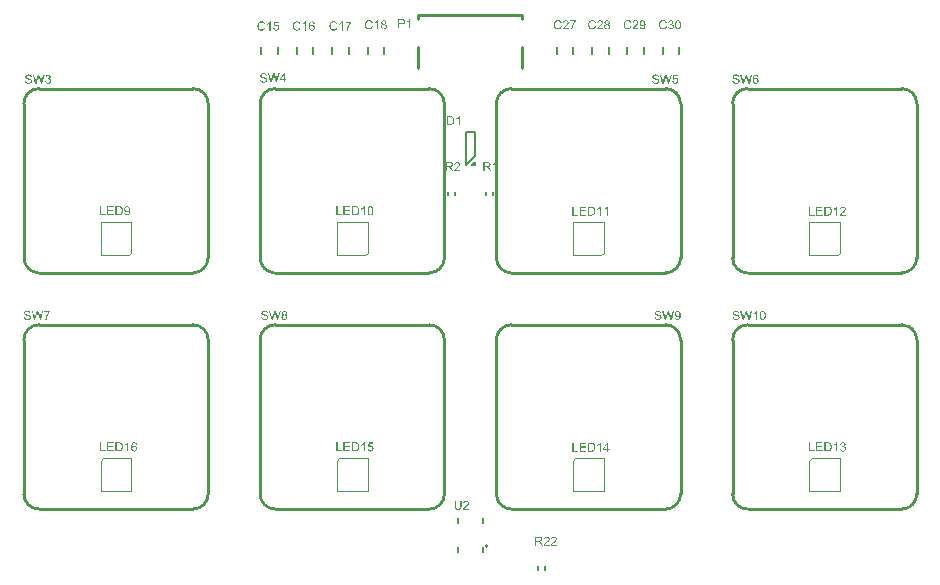
<source format=gto>
%TF.GenerationSoftware,Altium Limited,Altium Designer,23.4.1 (23)*%
G04 Layer_Color=65535*
%FSLAX45Y45*%
%MOMM*%
%TF.SameCoordinates,4D4D268D-8FD5-4AED-B812-6AB8C36004BB*%
%TF.FilePolarity,Positive*%
%TF.FileFunction,Legend,Top*%
%TF.Part,Single*%
G01*
G75*
%TA.AperFunction,NonConductor*%
%ADD34C,0.25000*%
%ADD35C,0.20000*%
%ADD36C,0.25400*%
%ADD37C,0.10000*%
%ADD38C,0.15240*%
G36*
X5534323Y5259619D02*
X5535154Y5259563D01*
X5536151Y5259508D01*
X5537258Y5259342D01*
X5538532Y5259176D01*
X5539971Y5258954D01*
X5541466Y5258622D01*
X5543017Y5258234D01*
X5544623Y5257791D01*
X5546228Y5257182D01*
X5547834Y5256518D01*
X5549495Y5255743D01*
X5551046Y5254857D01*
X5552541Y5253805D01*
X5552652Y5253749D01*
X5552873Y5253528D01*
X5553316Y5253195D01*
X5553814Y5252697D01*
X5554479Y5252143D01*
X5555199Y5251368D01*
X5555974Y5250538D01*
X5556860Y5249541D01*
X5557746Y5248433D01*
X5558687Y5247215D01*
X5559573Y5245831D01*
X5560459Y5244391D01*
X5561345Y5242786D01*
X5562120Y5241069D01*
X5562895Y5239242D01*
X5563504Y5237304D01*
X5553538Y5234978D01*
X5553482Y5235089D01*
X5553427Y5235366D01*
X5553261Y5235753D01*
X5553039Y5236362D01*
X5552762Y5237027D01*
X5552430Y5237802D01*
X5551987Y5238688D01*
X5551544Y5239629D01*
X5551046Y5240626D01*
X5550437Y5241623D01*
X5549828Y5242619D01*
X5549108Y5243672D01*
X5548333Y5244613D01*
X5547557Y5245554D01*
X5546671Y5246385D01*
X5545730Y5247160D01*
X5545675Y5247215D01*
X5545509Y5247326D01*
X5545232Y5247492D01*
X5544844Y5247769D01*
X5544346Y5248046D01*
X5543737Y5248378D01*
X5543017Y5248710D01*
X5542242Y5249098D01*
X5541356Y5249430D01*
X5540414Y5249762D01*
X5539362Y5250095D01*
X5538255Y5250372D01*
X5537037Y5250648D01*
X5535763Y5250814D01*
X5534434Y5250925D01*
X5532995Y5250981D01*
X5532164D01*
X5531555Y5250925D01*
X5530780Y5250870D01*
X5529894Y5250759D01*
X5528897Y5250648D01*
X5527845Y5250427D01*
X5526682Y5250205D01*
X5525519Y5249929D01*
X5524301Y5249596D01*
X5523028Y5249209D01*
X5521809Y5248710D01*
X5520591Y5248101D01*
X5519373Y5247492D01*
X5518210Y5246717D01*
X5518155Y5246662D01*
X5517933Y5246551D01*
X5517656Y5246274D01*
X5517269Y5245942D01*
X5516771Y5245499D01*
X5516217Y5245000D01*
X5515608Y5244391D01*
X5514943Y5243727D01*
X5514279Y5242952D01*
X5513559Y5242121D01*
X5512894Y5241180D01*
X5512230Y5240128D01*
X5511566Y5239076D01*
X5510956Y5237913D01*
X5510403Y5236695D01*
X5509904Y5235366D01*
Y5235310D01*
X5509794Y5235033D01*
X5509683Y5234646D01*
X5509517Y5234148D01*
X5509351Y5233483D01*
X5509129Y5232708D01*
X5508963Y5231822D01*
X5508742Y5230825D01*
X5508520Y5229773D01*
X5508299Y5228610D01*
X5508077Y5227392D01*
X5507911Y5226119D01*
X5507634Y5223461D01*
X5507579Y5222076D01*
X5507523Y5220637D01*
Y5220526D01*
Y5220194D01*
Y5219695D01*
X5507579Y5218976D01*
X5507634Y5218145D01*
X5507690Y5217148D01*
X5507745Y5216041D01*
X5507856Y5214878D01*
X5508022Y5213549D01*
X5508188Y5212165D01*
X5508742Y5209341D01*
X5509018Y5207846D01*
X5509406Y5206406D01*
X5509849Y5204966D01*
X5510347Y5203582D01*
X5510403Y5203527D01*
X5510458Y5203250D01*
X5510624Y5202918D01*
X5510901Y5202419D01*
X5511178Y5201810D01*
X5511566Y5201090D01*
X5512009Y5200315D01*
X5512507Y5199485D01*
X5513116Y5198654D01*
X5513780Y5197768D01*
X5514500Y5196827D01*
X5515275Y5195941D01*
X5516161Y5195055D01*
X5517103Y5194224D01*
X5518099Y5193449D01*
X5519207Y5192729D01*
X5519262Y5192674D01*
X5519484Y5192563D01*
X5519816Y5192397D01*
X5520259Y5192176D01*
X5520813Y5191899D01*
X5521477Y5191566D01*
X5522252Y5191290D01*
X5523083Y5190957D01*
X5524024Y5190570D01*
X5525021Y5190293D01*
X5526128Y5189961D01*
X5527236Y5189684D01*
X5528454Y5189462D01*
X5529672Y5189296D01*
X5530946Y5189185D01*
X5532219Y5189130D01*
X5532607D01*
X5533050Y5189185D01*
X5533659D01*
X5534379Y5189296D01*
X5535209Y5189407D01*
X5536206Y5189518D01*
X5537203Y5189739D01*
X5538310Y5190016D01*
X5539473Y5190348D01*
X5540691Y5190736D01*
X5541909Y5191179D01*
X5543128Y5191733D01*
X5544346Y5192397D01*
X5545509Y5193172D01*
X5546671Y5194003D01*
X5546727Y5194058D01*
X5546948Y5194224D01*
X5547225Y5194501D01*
X5547613Y5194944D01*
X5548111Y5195442D01*
X5548665Y5196052D01*
X5549274Y5196827D01*
X5549883Y5197657D01*
X5550547Y5198654D01*
X5551212Y5199706D01*
X5551932Y5200924D01*
X5552541Y5202253D01*
X5553205Y5203638D01*
X5553759Y5205188D01*
X5554257Y5206794D01*
X5554700Y5208566D01*
X5564833Y5206019D01*
Y5205963D01*
X5564778Y5205852D01*
X5564723Y5205686D01*
X5564667Y5205465D01*
X5564612Y5205188D01*
X5564501Y5204800D01*
X5564224Y5203970D01*
X5563837Y5202918D01*
X5563394Y5201755D01*
X5562840Y5200426D01*
X5562176Y5198986D01*
X5561456Y5197436D01*
X5560625Y5195885D01*
X5559684Y5194335D01*
X5558632Y5192729D01*
X5557469Y5191179D01*
X5556195Y5189684D01*
X5554811Y5188300D01*
X5553316Y5186971D01*
X5553205Y5186915D01*
X5552928Y5186694D01*
X5552485Y5186361D01*
X5551821Y5185974D01*
X5551046Y5185476D01*
X5550049Y5184922D01*
X5548942Y5184313D01*
X5547668Y5183704D01*
X5546284Y5183095D01*
X5544733Y5182485D01*
X5543072Y5181932D01*
X5541300Y5181433D01*
X5539362Y5181046D01*
X5537369Y5180714D01*
X5535265Y5180492D01*
X5533050Y5180437D01*
X5532219D01*
X5531832Y5180492D01*
X5531001D01*
X5529949Y5180603D01*
X5528731Y5180714D01*
X5527347Y5180880D01*
X5525907Y5181046D01*
X5524301Y5181323D01*
X5522695Y5181655D01*
X5520979Y5182098D01*
X5519318Y5182541D01*
X5517656Y5183150D01*
X5515995Y5183814D01*
X5514390Y5184590D01*
X5512894Y5185476D01*
X5512784Y5185531D01*
X5512562Y5185697D01*
X5512175Y5186029D01*
X5511621Y5186417D01*
X5510956Y5186915D01*
X5510237Y5187580D01*
X5509406Y5188300D01*
X5508520Y5189185D01*
X5507579Y5190182D01*
X5506637Y5191234D01*
X5505641Y5192452D01*
X5504644Y5193726D01*
X5503703Y5195166D01*
X5502761Y5196661D01*
X5501875Y5198322D01*
X5501100Y5200038D01*
Y5200094D01*
X5501045Y5200149D01*
X5500934Y5200481D01*
X5500713Y5200980D01*
X5500491Y5201700D01*
X5500159Y5202585D01*
X5499827Y5203638D01*
X5499439Y5204856D01*
X5499107Y5206185D01*
X5498719Y5207680D01*
X5498332Y5209285D01*
X5497999Y5210947D01*
X5497667Y5212774D01*
X5497446Y5214601D01*
X5497224Y5216539D01*
X5497113Y5218533D01*
X5497058Y5220581D01*
Y5220637D01*
Y5220747D01*
Y5220914D01*
Y5221135D01*
Y5221412D01*
X5497113Y5221744D01*
Y5222575D01*
X5497224Y5223627D01*
X5497280Y5224845D01*
X5497446Y5226229D01*
X5497612Y5227724D01*
X5497889Y5229275D01*
X5498166Y5230936D01*
X5498553Y5232708D01*
X5498996Y5234480D01*
X5499494Y5236252D01*
X5500104Y5238024D01*
X5500823Y5239740D01*
X5501599Y5241457D01*
X5501654Y5241567D01*
X5501820Y5241844D01*
X5502097Y5242287D01*
X5502429Y5242952D01*
X5502928Y5243672D01*
X5503481Y5244502D01*
X5504201Y5245499D01*
X5504976Y5246495D01*
X5505807Y5247548D01*
X5506804Y5248710D01*
X5507856Y5249818D01*
X5509018Y5250925D01*
X5510292Y5252033D01*
X5511621Y5253085D01*
X5513061Y5254081D01*
X5514611Y5255023D01*
X5514722Y5255078D01*
X5514999Y5255244D01*
X5515442Y5255466D01*
X5516106Y5255743D01*
X5516881Y5256130D01*
X5517823Y5256518D01*
X5518930Y5256905D01*
X5520093Y5257348D01*
X5521422Y5257791D01*
X5522861Y5258179D01*
X5524412Y5258622D01*
X5526018Y5258954D01*
X5527734Y5259231D01*
X5529506Y5259453D01*
X5531333Y5259619D01*
X5533216Y5259674D01*
X5533991D01*
X5534323Y5259619D01*
D02*
G37*
G36*
X5598555Y5258567D02*
X5599109D01*
X5599773Y5258456D01*
X5600493Y5258400D01*
X5601268Y5258290D01*
X5602154Y5258124D01*
X5603040Y5257957D01*
X5604978Y5257459D01*
X5606030Y5257182D01*
X5607027Y5256795D01*
X5608024Y5256407D01*
X5609020Y5255909D01*
X5609076Y5255853D01*
X5609242Y5255798D01*
X5609519Y5255632D01*
X5609906Y5255410D01*
X5610349Y5255134D01*
X5610848Y5254801D01*
X5611401Y5254414D01*
X5612010Y5253971D01*
X5613339Y5252919D01*
X5614668Y5251645D01*
X5615942Y5250205D01*
X5616551Y5249375D01*
X5617105Y5248544D01*
X5617160Y5248489D01*
X5617215Y5248323D01*
X5617381Y5248101D01*
X5617548Y5247714D01*
X5617769Y5247326D01*
X5617991Y5246772D01*
X5618267Y5246219D01*
X5618544Y5245554D01*
X5618766Y5244834D01*
X5619043Y5244114D01*
X5619486Y5242453D01*
X5619818Y5240626D01*
X5619873Y5239685D01*
X5619929Y5238688D01*
Y5238633D01*
Y5238467D01*
Y5238190D01*
X5619873Y5237857D01*
Y5237414D01*
X5619762Y5236916D01*
X5619707Y5236307D01*
X5619596Y5235698D01*
X5619264Y5234258D01*
X5618766Y5232763D01*
X5618489Y5231988D01*
X5618101Y5231157D01*
X5617714Y5230382D01*
X5617215Y5229607D01*
X5617160Y5229552D01*
X5617105Y5229441D01*
X5616938Y5229219D01*
X5616717Y5228943D01*
X5616440Y5228610D01*
X5616108Y5228223D01*
X5615720Y5227780D01*
X5615222Y5227281D01*
X5614724Y5226783D01*
X5614115Y5226285D01*
X5613505Y5225731D01*
X5612786Y5225177D01*
X5612010Y5224679D01*
X5611180Y5224125D01*
X5610294Y5223627D01*
X5609353Y5223184D01*
X5609408D01*
X5609629Y5223128D01*
X5610017Y5223018D01*
X5610460Y5222852D01*
X5611069Y5222686D01*
X5611734Y5222409D01*
X5612453Y5222132D01*
X5613229Y5221744D01*
X5614059Y5221357D01*
X5614945Y5220858D01*
X5615831Y5220360D01*
X5616717Y5219751D01*
X5617548Y5219086D01*
X5618378Y5218366D01*
X5619209Y5217536D01*
X5619929Y5216650D01*
X5619984Y5216595D01*
X5620095Y5216428D01*
X5620261Y5216152D01*
X5620538Y5215764D01*
X5620815Y5215266D01*
X5621147Y5214712D01*
X5621479Y5214047D01*
X5621811Y5213272D01*
X5622143Y5212386D01*
X5622531Y5211445D01*
X5622808Y5210448D01*
X5623085Y5209341D01*
X5623362Y5208178D01*
X5623528Y5206960D01*
X5623638Y5205686D01*
X5623694Y5204302D01*
Y5204191D01*
Y5203859D01*
X5623638Y5203305D01*
X5623583Y5202641D01*
X5623472Y5201755D01*
X5623306Y5200758D01*
X5623085Y5199651D01*
X5622753Y5198433D01*
X5622365Y5197104D01*
X5621922Y5195775D01*
X5621313Y5194335D01*
X5620593Y5192895D01*
X5619762Y5191456D01*
X5618766Y5190016D01*
X5617603Y5188632D01*
X5616329Y5187303D01*
X5616219Y5187247D01*
X5615997Y5187026D01*
X5615610Y5186638D01*
X5615000Y5186195D01*
X5614281Y5185697D01*
X5613450Y5185088D01*
X5612398Y5184479D01*
X5611291Y5183814D01*
X5610017Y5183150D01*
X5608577Y5182541D01*
X5607082Y5181932D01*
X5605421Y5181433D01*
X5603705Y5180990D01*
X5601822Y5180603D01*
X5599884Y5180381D01*
X5597835Y5180326D01*
X5597392D01*
X5596838Y5180381D01*
X5596174Y5180437D01*
X5595288Y5180492D01*
X5594291Y5180658D01*
X5593184Y5180824D01*
X5591966Y5181101D01*
X5590692Y5181378D01*
X5589308Y5181766D01*
X5587924Y5182264D01*
X5586484Y5182873D01*
X5585100Y5183538D01*
X5583715Y5184313D01*
X5582331Y5185254D01*
X5581057Y5186306D01*
X5581002Y5186361D01*
X5580781Y5186583D01*
X5580448Y5186915D01*
X5580005Y5187414D01*
X5579507Y5188023D01*
X5578898Y5188742D01*
X5578289Y5189573D01*
X5577624Y5190514D01*
X5576960Y5191566D01*
X5576295Y5192785D01*
X5575686Y5194058D01*
X5575077Y5195442D01*
X5574579Y5196938D01*
X5574081Y5198488D01*
X5573748Y5200149D01*
X5573527Y5201921D01*
X5582940Y5203195D01*
Y5203084D01*
X5582995Y5202862D01*
X5583106Y5202419D01*
X5583272Y5201866D01*
X5583438Y5201201D01*
X5583660Y5200481D01*
X5583937Y5199651D01*
X5584214Y5198765D01*
X5584989Y5196827D01*
X5585930Y5194944D01*
X5586484Y5194003D01*
X5587093Y5193117D01*
X5587702Y5192342D01*
X5588422Y5191622D01*
X5588477Y5191566D01*
X5588588Y5191456D01*
X5588809Y5191290D01*
X5589142Y5191068D01*
X5589474Y5190791D01*
X5589972Y5190514D01*
X5590471Y5190182D01*
X5591080Y5189905D01*
X5591744Y5189573D01*
X5592464Y5189241D01*
X5593239Y5188964D01*
X5594070Y5188687D01*
X5594956Y5188466D01*
X5595897Y5188300D01*
X5596838Y5188189D01*
X5597891Y5188133D01*
X5598167D01*
X5598555Y5188189D01*
X5598998D01*
X5599607Y5188300D01*
X5600272Y5188355D01*
X5600991Y5188521D01*
X5601822Y5188687D01*
X5602652Y5188964D01*
X5603594Y5189241D01*
X5604535Y5189628D01*
X5605476Y5190071D01*
X5606418Y5190625D01*
X5607359Y5191234D01*
X5608245Y5191899D01*
X5609131Y5192729D01*
X5609186Y5192785D01*
X5609353Y5192951D01*
X5609574Y5193172D01*
X5609851Y5193560D01*
X5610183Y5194003D01*
X5610571Y5194557D01*
X5611014Y5195166D01*
X5611457Y5195885D01*
X5611844Y5196661D01*
X5612287Y5197547D01*
X5612675Y5198433D01*
X5613007Y5199485D01*
X5613284Y5200537D01*
X5613505Y5201644D01*
X5613672Y5202862D01*
X5613727Y5204081D01*
Y5204136D01*
Y5204357D01*
Y5204690D01*
X5613672Y5205188D01*
X5613616Y5205686D01*
X5613505Y5206351D01*
X5613395Y5207071D01*
X5613173Y5207846D01*
X5612952Y5208676D01*
X5612675Y5209562D01*
X5612343Y5210448D01*
X5611955Y5211334D01*
X5611457Y5212220D01*
X5610848Y5213106D01*
X5610238Y5213937D01*
X5609463Y5214767D01*
X5609408Y5214823D01*
X5609297Y5214933D01*
X5609020Y5215155D01*
X5608688Y5215432D01*
X5608300Y5215764D01*
X5607802Y5216096D01*
X5607193Y5216484D01*
X5606529Y5216871D01*
X5605809Y5217259D01*
X5604978Y5217647D01*
X5604092Y5217979D01*
X5603151Y5218311D01*
X5602154Y5218588D01*
X5601047Y5218809D01*
X5599939Y5218920D01*
X5598721Y5218976D01*
X5598223D01*
X5597669Y5218920D01*
X5596894Y5218865D01*
X5595897Y5218754D01*
X5594790Y5218533D01*
X5593516Y5218311D01*
X5592076Y5217979D01*
X5593129Y5226229D01*
X5593295D01*
X5593461Y5226174D01*
X5593682D01*
X5594181Y5226119D01*
X5595233D01*
X5595620Y5226174D01*
X5596174Y5226229D01*
X5596783Y5226285D01*
X5597448Y5226395D01*
X5598223Y5226506D01*
X5599053Y5226672D01*
X5599884Y5226894D01*
X5601711Y5227448D01*
X5602652Y5227780D01*
X5603594Y5228223D01*
X5604535Y5228666D01*
X5605421Y5229219D01*
X5605476Y5229275D01*
X5605643Y5229386D01*
X5605864Y5229552D01*
X5606196Y5229829D01*
X5606529Y5230161D01*
X5606972Y5230548D01*
X5607359Y5231047D01*
X5607857Y5231600D01*
X5608300Y5232265D01*
X5608743Y5232985D01*
X5609131Y5233760D01*
X5609463Y5234646D01*
X5609795Y5235587D01*
X5610017Y5236639D01*
X5610183Y5237747D01*
X5610238Y5238910D01*
Y5238965D01*
Y5239131D01*
Y5239408D01*
X5610183Y5239795D01*
X5610128Y5240183D01*
X5610072Y5240737D01*
X5609962Y5241291D01*
X5609795Y5241900D01*
X5609353Y5243229D01*
X5609076Y5243948D01*
X5608743Y5244668D01*
X5608356Y5245388D01*
X5607857Y5246108D01*
X5607304Y5246772D01*
X5606695Y5247437D01*
X5606639Y5247492D01*
X5606529Y5247603D01*
X5606362Y5247769D01*
X5606086Y5247991D01*
X5605698Y5248212D01*
X5605310Y5248544D01*
X5604812Y5248821D01*
X5604258Y5249153D01*
X5603649Y5249486D01*
X5602985Y5249762D01*
X5602210Y5250095D01*
X5601434Y5250316D01*
X5600548Y5250538D01*
X5599662Y5250704D01*
X5598666Y5250814D01*
X5597669Y5250870D01*
X5597115D01*
X5596783Y5250814D01*
X5596285Y5250759D01*
X5595731Y5250704D01*
X5595122Y5250593D01*
X5594457Y5250427D01*
X5593018Y5250039D01*
X5592298Y5249762D01*
X5591523Y5249375D01*
X5590748Y5248987D01*
X5589972Y5248544D01*
X5589252Y5247991D01*
X5588533Y5247381D01*
X5588477Y5247326D01*
X5588367Y5247215D01*
X5588200Y5246994D01*
X5587924Y5246717D01*
X5587647Y5246385D01*
X5587314Y5245942D01*
X5586982Y5245388D01*
X5586595Y5244834D01*
X5586207Y5244114D01*
X5585819Y5243339D01*
X5585376Y5242509D01*
X5585044Y5241567D01*
X5584657Y5240571D01*
X5584380Y5239519D01*
X5584103Y5238356D01*
X5583881Y5237082D01*
X5574468Y5238743D01*
Y5238799D01*
Y5238854D01*
X5574579Y5239186D01*
X5574690Y5239629D01*
X5574856Y5240294D01*
X5575077Y5241124D01*
X5575354Y5242010D01*
X5575686Y5243007D01*
X5576074Y5244114D01*
X5576572Y5245277D01*
X5577126Y5246495D01*
X5577790Y5247714D01*
X5578510Y5248932D01*
X5579286Y5250150D01*
X5580171Y5251313D01*
X5581168Y5252420D01*
X5582276Y5253417D01*
X5582331Y5253472D01*
X5582552Y5253638D01*
X5582885Y5253915D01*
X5583383Y5254248D01*
X5583992Y5254635D01*
X5584712Y5255078D01*
X5585543Y5255521D01*
X5586484Y5256019D01*
X5587536Y5256518D01*
X5588699Y5256961D01*
X5589917Y5257404D01*
X5591246Y5257791D01*
X5592686Y5258124D01*
X5594236Y5258400D01*
X5595842Y5258567D01*
X5597503Y5258622D01*
X5598112D01*
X5598555Y5258567D01*
D02*
G37*
G36*
X5659021D02*
X5659520D01*
X5660184Y5258511D01*
X5660848Y5258400D01*
X5661624Y5258290D01*
X5663285Y5258013D01*
X5665112Y5257570D01*
X5666995Y5256961D01*
X5667881Y5256573D01*
X5668767Y5256130D01*
X5668822D01*
X5668988Y5256019D01*
X5669210Y5255853D01*
X5669542Y5255687D01*
X5669929Y5255410D01*
X5670372Y5255078D01*
X5670926Y5254746D01*
X5671480Y5254303D01*
X5672698Y5253306D01*
X5673972Y5252033D01*
X5675245Y5250593D01*
X5676408Y5248932D01*
X5676463Y5248876D01*
X5676519Y5248710D01*
X5676685Y5248433D01*
X5676906Y5248101D01*
X5677183Y5247658D01*
X5677460Y5247105D01*
X5677792Y5246495D01*
X5678125Y5245776D01*
X5678512Y5245000D01*
X5678900Y5244114D01*
X5679287Y5243173D01*
X5679730Y5242176D01*
X5680118Y5241124D01*
X5680450Y5240017D01*
X5680838Y5238799D01*
X5681170Y5237581D01*
Y5237525D01*
X5681225Y5237248D01*
X5681336Y5236916D01*
X5681447Y5236362D01*
X5681558Y5235698D01*
X5681724Y5234867D01*
X5681890Y5233926D01*
X5682056Y5232819D01*
X5682222Y5231600D01*
X5682388Y5230216D01*
X5682554Y5228721D01*
X5682665Y5227115D01*
X5682776Y5225399D01*
X5682887Y5223516D01*
X5682942Y5221578D01*
Y5219474D01*
Y5219419D01*
Y5219308D01*
Y5219142D01*
Y5218865D01*
Y5218588D01*
Y5218200D01*
X5682887Y5217757D01*
Y5217259D01*
X5682831Y5216096D01*
X5682776Y5214767D01*
X5682720Y5213328D01*
X5682610Y5211722D01*
X5682444Y5210005D01*
X5682277Y5208233D01*
X5681779Y5204634D01*
X5681447Y5202807D01*
X5681059Y5201035D01*
X5680616Y5199319D01*
X5680118Y5197713D01*
X5680063Y5197602D01*
X5680007Y5197325D01*
X5679841Y5196938D01*
X5679620Y5196328D01*
X5679287Y5195664D01*
X5678955Y5194833D01*
X5678512Y5193947D01*
X5678069Y5193006D01*
X5677515Y5192009D01*
X5676851Y5190957D01*
X5676187Y5189905D01*
X5675467Y5188798D01*
X5674636Y5187746D01*
X5673750Y5186749D01*
X5672809Y5185808D01*
X5671812Y5184922D01*
X5671757Y5184866D01*
X5671535Y5184756D01*
X5671258Y5184534D01*
X5670815Y5184202D01*
X5670262Y5183870D01*
X5669653Y5183482D01*
X5668877Y5183095D01*
X5668047Y5182707D01*
X5667050Y5182264D01*
X5665998Y5181876D01*
X5664891Y5181489D01*
X5663672Y5181157D01*
X5662344Y5180880D01*
X5660959Y5180658D01*
X5659520Y5180492D01*
X5657969Y5180437D01*
X5657471D01*
X5656917Y5180492D01*
X5656142Y5180547D01*
X5655201Y5180658D01*
X5654093Y5180880D01*
X5652930Y5181101D01*
X5651601Y5181433D01*
X5650217Y5181821D01*
X5648833Y5182375D01*
X5647393Y5182984D01*
X5645898Y5183759D01*
X5644458Y5184645D01*
X5643074Y5185697D01*
X5641745Y5186915D01*
X5640527Y5188300D01*
Y5188355D01*
X5640472Y5188410D01*
X5640361Y5188576D01*
X5640195Y5188742D01*
X5640029Y5189019D01*
X5639807Y5189352D01*
X5639586Y5189684D01*
X5639364Y5190127D01*
X5639087Y5190625D01*
X5638755Y5191179D01*
X5638478Y5191788D01*
X5638146Y5192452D01*
X5637814Y5193228D01*
X5637481Y5194003D01*
X5637094Y5194889D01*
X5636762Y5195775D01*
X5636429Y5196771D01*
X5636042Y5197823D01*
X5635710Y5198931D01*
X5635377Y5200149D01*
X5635045Y5201367D01*
X5634768Y5202696D01*
X5634436Y5204025D01*
X5634159Y5205520D01*
X5633938Y5207015D01*
X5633716Y5208566D01*
X5633495Y5210227D01*
X5633329Y5211943D01*
X5633162Y5213715D01*
X5633107Y5215543D01*
X5632996Y5217481D01*
Y5219474D01*
Y5219529D01*
Y5219640D01*
Y5219806D01*
Y5220083D01*
Y5220415D01*
Y5220803D01*
X5633052Y5221246D01*
Y5221744D01*
X5633107Y5222852D01*
X5633162Y5224181D01*
X5633218Y5225676D01*
X5633329Y5227281D01*
X5633495Y5228998D01*
X5633661Y5230770D01*
X5634159Y5234424D01*
X5634491Y5236252D01*
X5634879Y5238024D01*
X5635267Y5239740D01*
X5635765Y5241346D01*
X5635820Y5241457D01*
X5635876Y5241733D01*
X5636042Y5242121D01*
X5636263Y5242730D01*
X5636596Y5243395D01*
X5636928Y5244225D01*
X5637371Y5245111D01*
X5637869Y5246052D01*
X5638367Y5247049D01*
X5639032Y5248101D01*
X5639696Y5249209D01*
X5640416Y5250261D01*
X5641247Y5251313D01*
X5642133Y5252310D01*
X5643074Y5253251D01*
X5644071Y5254137D01*
X5644126Y5254192D01*
X5644348Y5254358D01*
X5644624Y5254580D01*
X5645067Y5254857D01*
X5645621Y5255189D01*
X5646286Y5255576D01*
X5647005Y5255964D01*
X5647891Y5256407D01*
X5648833Y5256795D01*
X5649885Y5257182D01*
X5651048Y5257570D01*
X5652266Y5257902D01*
X5653595Y5258234D01*
X5654979Y5258456D01*
X5656419Y5258567D01*
X5657969Y5258622D01*
X5658578D01*
X5659021Y5258567D01*
D02*
G37*
G36*
X5234102Y5259563D02*
X5234933Y5259508D01*
X5235929Y5259453D01*
X5237037Y5259286D01*
X5238310Y5259120D01*
X5239750Y5258899D01*
X5241245Y5258567D01*
X5242795Y5258179D01*
X5244401Y5257736D01*
X5246007Y5257127D01*
X5247613Y5256462D01*
X5249274Y5255687D01*
X5250824Y5254801D01*
X5252319Y5253749D01*
X5252430Y5253694D01*
X5252652Y5253472D01*
X5253095Y5253140D01*
X5253593Y5252642D01*
X5254257Y5252088D01*
X5254977Y5251313D01*
X5255753Y5250482D01*
X5256638Y5249486D01*
X5257524Y5248378D01*
X5258466Y5247160D01*
X5259352Y5245776D01*
X5260238Y5244336D01*
X5261124Y5242730D01*
X5261899Y5241014D01*
X5262674Y5239186D01*
X5263283Y5237248D01*
X5253316Y5234923D01*
X5253261Y5235033D01*
X5253205Y5235310D01*
X5253039Y5235698D01*
X5252818Y5236307D01*
X5252541Y5236971D01*
X5252209Y5237747D01*
X5251766Y5238633D01*
X5251323Y5239574D01*
X5250824Y5240571D01*
X5250215Y5241567D01*
X5249606Y5242564D01*
X5248886Y5243616D01*
X5248111Y5244557D01*
X5247336Y5245499D01*
X5246450Y5246329D01*
X5245509Y5247105D01*
X5245453Y5247160D01*
X5245287Y5247271D01*
X5245010Y5247437D01*
X5244623Y5247714D01*
X5244124Y5247991D01*
X5243515Y5248323D01*
X5242795Y5248655D01*
X5242020Y5249043D01*
X5241134Y5249375D01*
X5240193Y5249707D01*
X5239141Y5250039D01*
X5238033Y5250316D01*
X5236815Y5250593D01*
X5235542Y5250759D01*
X5234213Y5250870D01*
X5232773Y5250925D01*
X5231943D01*
X5231333Y5250870D01*
X5230558Y5250814D01*
X5229672Y5250704D01*
X5228676Y5250593D01*
X5227624Y5250372D01*
X5226461Y5250150D01*
X5225298Y5249873D01*
X5224080Y5249541D01*
X5222806Y5249153D01*
X5221588Y5248655D01*
X5220370Y5248046D01*
X5219152Y5247437D01*
X5217989Y5246662D01*
X5217933Y5246606D01*
X5217712Y5246495D01*
X5217435Y5246219D01*
X5217047Y5245886D01*
X5216549Y5245443D01*
X5215995Y5244945D01*
X5215386Y5244336D01*
X5214722Y5243672D01*
X5214057Y5242896D01*
X5213338Y5242066D01*
X5212673Y5241124D01*
X5212009Y5240072D01*
X5211344Y5239020D01*
X5210735Y5237857D01*
X5210181Y5236639D01*
X5209683Y5235310D01*
Y5235255D01*
X5209572Y5234978D01*
X5209462Y5234590D01*
X5209295Y5234092D01*
X5209129Y5233428D01*
X5208908Y5232652D01*
X5208742Y5231767D01*
X5208520Y5230770D01*
X5208299Y5229718D01*
X5208077Y5228555D01*
X5207856Y5227337D01*
X5207690Y5226063D01*
X5207413Y5223405D01*
X5207357Y5222021D01*
X5207302Y5220581D01*
Y5220471D01*
Y5220138D01*
Y5219640D01*
X5207357Y5218920D01*
X5207413Y5218090D01*
X5207468Y5217093D01*
X5207523Y5215986D01*
X5207634Y5214823D01*
X5207800Y5213494D01*
X5207966Y5212109D01*
X5208520Y5209285D01*
X5208797Y5207790D01*
X5209185Y5206351D01*
X5209628Y5204911D01*
X5210126Y5203527D01*
X5210181Y5203471D01*
X5210237Y5203195D01*
X5210403Y5202862D01*
X5210680Y5202364D01*
X5210957Y5201755D01*
X5211344Y5201035D01*
X5211787Y5200260D01*
X5212285Y5199429D01*
X5212895Y5198599D01*
X5213559Y5197713D01*
X5214279Y5196771D01*
X5215054Y5195885D01*
X5215940Y5195000D01*
X5216881Y5194169D01*
X5217878Y5193394D01*
X5218985Y5192674D01*
X5219041Y5192619D01*
X5219262Y5192508D01*
X5219595Y5192342D01*
X5220038Y5192120D01*
X5220591Y5191843D01*
X5221256Y5191511D01*
X5222031Y5191234D01*
X5222862Y5190902D01*
X5223803Y5190514D01*
X5224800Y5190238D01*
X5225907Y5189905D01*
X5227014Y5189628D01*
X5228233Y5189407D01*
X5229451Y5189241D01*
X5230724Y5189130D01*
X5231998Y5189075D01*
X5232386D01*
X5232828Y5189130D01*
X5233438D01*
X5234157Y5189241D01*
X5234988Y5189352D01*
X5235985Y5189462D01*
X5236981Y5189684D01*
X5238089Y5189961D01*
X5239252Y5190293D01*
X5240470Y5190680D01*
X5241688Y5191123D01*
X5242906Y5191677D01*
X5244124Y5192342D01*
X5245287Y5193117D01*
X5246450Y5193947D01*
X5246505Y5194003D01*
X5246727Y5194169D01*
X5247004Y5194446D01*
X5247391Y5194889D01*
X5247890Y5195387D01*
X5248443Y5195996D01*
X5249052Y5196771D01*
X5249662Y5197602D01*
X5250326Y5198599D01*
X5250991Y5199651D01*
X5251710Y5200869D01*
X5252319Y5202198D01*
X5252984Y5203582D01*
X5253538Y5205133D01*
X5254036Y5206738D01*
X5254479Y5208510D01*
X5264612Y5205963D01*
Y5205908D01*
X5264557Y5205797D01*
X5264501Y5205631D01*
X5264446Y5205409D01*
X5264391Y5205133D01*
X5264280Y5204745D01*
X5264003Y5203914D01*
X5263615Y5202862D01*
X5263172Y5201700D01*
X5262619Y5200371D01*
X5261954Y5198931D01*
X5261234Y5197381D01*
X5260404Y5195830D01*
X5259462Y5194280D01*
X5258410Y5192674D01*
X5257248Y5191123D01*
X5255974Y5189628D01*
X5254590Y5188244D01*
X5253095Y5186915D01*
X5252984Y5186860D01*
X5252707Y5186638D01*
X5252264Y5186306D01*
X5251600Y5185919D01*
X5250824Y5185420D01*
X5249828Y5184866D01*
X5248720Y5184257D01*
X5247447Y5183648D01*
X5246062Y5183039D01*
X5244512Y5182430D01*
X5242851Y5181876D01*
X5241079Y5181378D01*
X5239141Y5180990D01*
X5237148Y5180658D01*
X5235043Y5180437D01*
X5232828Y5180381D01*
X5231998D01*
X5231610Y5180437D01*
X5230780D01*
X5229728Y5180547D01*
X5228509Y5180658D01*
X5227125Y5180824D01*
X5225686Y5180990D01*
X5224080Y5181267D01*
X5222474Y5181599D01*
X5220757Y5182042D01*
X5219096Y5182485D01*
X5217435Y5183095D01*
X5215774Y5183759D01*
X5214168Y5184534D01*
X5212673Y5185420D01*
X5212562Y5185476D01*
X5212341Y5185642D01*
X5211953Y5185974D01*
X5211400Y5186361D01*
X5210735Y5186860D01*
X5210015Y5187524D01*
X5209185Y5188244D01*
X5208299Y5189130D01*
X5207357Y5190127D01*
X5206416Y5191179D01*
X5205419Y5192397D01*
X5204423Y5193671D01*
X5203481Y5195110D01*
X5202540Y5196605D01*
X5201654Y5198266D01*
X5200879Y5199983D01*
Y5200038D01*
X5200823Y5200094D01*
X5200713Y5200426D01*
X5200491Y5200924D01*
X5200270Y5201644D01*
X5199938Y5202530D01*
X5199605Y5203582D01*
X5199218Y5204800D01*
X5198885Y5206129D01*
X5198498Y5207624D01*
X5198110Y5209230D01*
X5197778Y5210891D01*
X5197446Y5212719D01*
X5197224Y5214546D01*
X5197003Y5216484D01*
X5196892Y5218477D01*
X5196837Y5220526D01*
Y5220581D01*
Y5220692D01*
Y5220858D01*
Y5221080D01*
Y5221357D01*
X5196892Y5221689D01*
Y5222519D01*
X5197003Y5223571D01*
X5197058Y5224790D01*
X5197224Y5226174D01*
X5197390Y5227669D01*
X5197667Y5229219D01*
X5197944Y5230881D01*
X5198332Y5232652D01*
X5198775Y5234424D01*
X5199273Y5236196D01*
X5199882Y5237968D01*
X5200602Y5239685D01*
X5201377Y5241401D01*
X5201433Y5241512D01*
X5201599Y5241789D01*
X5201876Y5242232D01*
X5202208Y5242896D01*
X5202706Y5243616D01*
X5203260Y5244447D01*
X5203980Y5245443D01*
X5204755Y5246440D01*
X5205585Y5247492D01*
X5206582Y5248655D01*
X5207634Y5249762D01*
X5208797Y5250870D01*
X5210071Y5251977D01*
X5211400Y5253029D01*
X5212839Y5254026D01*
X5214390Y5254967D01*
X5214500Y5255023D01*
X5214777Y5255189D01*
X5215220Y5255410D01*
X5215885Y5255687D01*
X5216660Y5256075D01*
X5217601Y5256462D01*
X5218709Y5256850D01*
X5219871Y5257293D01*
X5221200Y5257736D01*
X5222640Y5258124D01*
X5224190Y5258567D01*
X5225796Y5258899D01*
X5227513Y5259176D01*
X5229285Y5259397D01*
X5231112Y5259563D01*
X5232995Y5259619D01*
X5233770D01*
X5234102Y5259563D01*
D02*
G37*
G36*
X5358135Y5258511D02*
X5358800Y5258456D01*
X5359575Y5258345D01*
X5360406Y5258234D01*
X5361347Y5258068D01*
X5362399Y5257847D01*
X5363451Y5257570D01*
X5364614Y5257238D01*
X5365777Y5256850D01*
X5366939Y5256407D01*
X5368158Y5255853D01*
X5369320Y5255244D01*
X5370483Y5254524D01*
X5370539Y5254469D01*
X5370760Y5254358D01*
X5371092Y5254081D01*
X5371480Y5253805D01*
X5372034Y5253362D01*
X5372643Y5252863D01*
X5373252Y5252254D01*
X5373972Y5251590D01*
X5374747Y5250814D01*
X5375522Y5249929D01*
X5376297Y5248987D01*
X5377073Y5247935D01*
X5377848Y5246828D01*
X5378568Y5245665D01*
X5379287Y5244391D01*
X5379897Y5243007D01*
X5379952Y5242896D01*
X5380063Y5242675D01*
X5380173Y5242232D01*
X5380395Y5241623D01*
X5380672Y5240848D01*
X5380949Y5239906D01*
X5381225Y5238799D01*
X5381558Y5237525D01*
X5381835Y5236086D01*
X5382111Y5234480D01*
X5382388Y5232763D01*
X5382665Y5230825D01*
X5382887Y5228721D01*
X5382997Y5226506D01*
X5383108Y5224070D01*
X5383163Y5221523D01*
Y5221467D01*
Y5221357D01*
Y5221135D01*
Y5220858D01*
Y5220526D01*
Y5220138D01*
X5383108Y5219640D01*
Y5219086D01*
Y5218477D01*
X5383053Y5217868D01*
X5382997Y5216428D01*
X5382887Y5214823D01*
X5382776Y5213106D01*
X5382610Y5211279D01*
X5382388Y5209396D01*
X5382111Y5207403D01*
X5381835Y5205465D01*
X5381447Y5203527D01*
X5381004Y5201644D01*
X5380506Y5199872D01*
X5379952Y5198156D01*
X5379897Y5198045D01*
X5379786Y5197768D01*
X5379620Y5197325D01*
X5379343Y5196716D01*
X5379011Y5195996D01*
X5378623Y5195166D01*
X5378125Y5194224D01*
X5377571Y5193228D01*
X5376906Y5192176D01*
X5376242Y5191123D01*
X5375411Y5190016D01*
X5374581Y5188909D01*
X5373639Y5187857D01*
X5372643Y5186804D01*
X5371591Y5185808D01*
X5370428Y5184922D01*
X5370373Y5184866D01*
X5370151Y5184756D01*
X5369819Y5184479D01*
X5369320Y5184202D01*
X5368711Y5183870D01*
X5367992Y5183482D01*
X5367161Y5183095D01*
X5366220Y5182652D01*
X5365223Y5182209D01*
X5364060Y5181821D01*
X5362897Y5181433D01*
X5361568Y5181101D01*
X5360184Y5180824D01*
X5358744Y5180603D01*
X5357249Y5180437D01*
X5355699Y5180381D01*
X5355311D01*
X5354813Y5180437D01*
X5354204D01*
X5353429Y5180547D01*
X5352543Y5180658D01*
X5351546Y5180824D01*
X5350494Y5180990D01*
X5349331Y5181267D01*
X5348113Y5181599D01*
X5346895Y5181987D01*
X5345677Y5182485D01*
X5344458Y5183039D01*
X5343240Y5183704D01*
X5342077Y5184479D01*
X5340970Y5185365D01*
X5340915Y5185420D01*
X5340749Y5185586D01*
X5340416Y5185863D01*
X5340084Y5186306D01*
X5339641Y5186804D01*
X5339087Y5187414D01*
X5338534Y5188133D01*
X5337980Y5189019D01*
X5337371Y5189961D01*
X5336817Y5191013D01*
X5336208Y5192120D01*
X5335710Y5193394D01*
X5335211Y5194778D01*
X5334768Y5196218D01*
X5334436Y5197768D01*
X5334159Y5199429D01*
X5343185Y5200260D01*
Y5200204D01*
X5343240Y5199983D01*
X5343296Y5199651D01*
X5343406Y5199208D01*
X5343517Y5198709D01*
X5343683Y5198100D01*
X5343905Y5197381D01*
X5344126Y5196716D01*
X5344735Y5195166D01*
X5345511Y5193615D01*
X5346452Y5192176D01*
X5346950Y5191511D01*
X5347559Y5190957D01*
X5347615Y5190902D01*
X5347725Y5190847D01*
X5347892Y5190680D01*
X5348168Y5190514D01*
X5348445Y5190293D01*
X5348833Y5190071D01*
X5349331Y5189795D01*
X5349830Y5189573D01*
X5350383Y5189296D01*
X5351048Y5189019D01*
X5352432Y5188576D01*
X5354038Y5188244D01*
X5354924Y5188189D01*
X5355865Y5188133D01*
X5356308D01*
X5356585Y5188189D01*
X5356973D01*
X5357415Y5188244D01*
X5358468Y5188355D01*
X5359630Y5188632D01*
X5360959Y5188964D01*
X5362233Y5189407D01*
X5363506Y5190071D01*
X5363562D01*
X5363673Y5190182D01*
X5363839Y5190293D01*
X5364060Y5190459D01*
X5364669Y5190902D01*
X5365389Y5191511D01*
X5366220Y5192231D01*
X5367106Y5193172D01*
X5367992Y5194224D01*
X5368822Y5195387D01*
Y5195442D01*
X5368933Y5195553D01*
X5369044Y5195719D01*
X5369154Y5195996D01*
X5369376Y5196328D01*
X5369542Y5196716D01*
X5369819Y5197214D01*
X5370040Y5197768D01*
X5370317Y5198377D01*
X5370594Y5199042D01*
X5370871Y5199762D01*
X5371203Y5200537D01*
X5371480Y5201423D01*
X5371757Y5202309D01*
X5372034Y5203305D01*
X5372311Y5204302D01*
Y5204357D01*
X5372366Y5204579D01*
X5372421Y5204856D01*
X5372532Y5205299D01*
X5372643Y5205797D01*
X5372754Y5206406D01*
X5372920Y5207071D01*
X5373030Y5207846D01*
X5373141Y5208676D01*
X5373307Y5209618D01*
X5373529Y5211556D01*
X5373695Y5213660D01*
X5373750Y5215819D01*
Y5215875D01*
Y5215930D01*
Y5216096D01*
Y5216262D01*
Y5216539D01*
Y5216871D01*
Y5217259D01*
Y5217702D01*
X5373695Y5217647D01*
X5373639Y5217481D01*
X5373473Y5217259D01*
X5373252Y5216927D01*
X5372920Y5216539D01*
X5372587Y5216096D01*
X5372200Y5215598D01*
X5371701Y5215100D01*
X5371203Y5214490D01*
X5370594Y5213937D01*
X5369985Y5213328D01*
X5369265Y5212719D01*
X5367770Y5211500D01*
X5365998Y5210393D01*
X5365943Y5210338D01*
X5365777Y5210282D01*
X5365500Y5210116D01*
X5365168Y5209950D01*
X5364669Y5209728D01*
X5364171Y5209507D01*
X5363562Y5209285D01*
X5362842Y5209009D01*
X5362067Y5208732D01*
X5361292Y5208510D01*
X5359464Y5208067D01*
X5357526Y5207735D01*
X5356474Y5207680D01*
X5355422Y5207624D01*
X5354979D01*
X5354481Y5207680D01*
X5353816Y5207735D01*
X5353041Y5207846D01*
X5352044Y5208012D01*
X5350992Y5208178D01*
X5349830Y5208510D01*
X5348611Y5208843D01*
X5347282Y5209285D01*
X5345953Y5209839D01*
X5344625Y5210504D01*
X5343240Y5211334D01*
X5341911Y5212220D01*
X5340582Y5213272D01*
X5339309Y5214490D01*
X5339253Y5214546D01*
X5339032Y5214823D01*
X5338700Y5215210D01*
X5338312Y5215764D01*
X5337814Y5216428D01*
X5337260Y5217259D01*
X5336651Y5218256D01*
X5336042Y5219363D01*
X5335433Y5220581D01*
X5334824Y5221966D01*
X5334270Y5223461D01*
X5333772Y5225067D01*
X5333384Y5226783D01*
X5333052Y5228666D01*
X5332830Y5230604D01*
X5332775Y5232652D01*
Y5232708D01*
Y5232763D01*
Y5232929D01*
Y5233151D01*
X5332830Y5233428D01*
Y5233760D01*
X5332886Y5234590D01*
X5332996Y5235587D01*
X5333163Y5236750D01*
X5333329Y5238024D01*
X5333661Y5239408D01*
X5333993Y5240848D01*
X5334436Y5242398D01*
X5334990Y5243948D01*
X5335654Y5245499D01*
X5336485Y5247049D01*
X5337371Y5248600D01*
X5338423Y5250039D01*
X5339641Y5251424D01*
X5339696Y5251479D01*
X5339973Y5251756D01*
X5340361Y5252088D01*
X5340859Y5252531D01*
X5341524Y5253085D01*
X5342354Y5253694D01*
X5343296Y5254358D01*
X5344348Y5255023D01*
X5345566Y5255687D01*
X5346839Y5256296D01*
X5348279Y5256905D01*
X5349830Y5257459D01*
X5351435Y5257902D01*
X5353152Y5258234D01*
X5354979Y5258511D01*
X5356862Y5258567D01*
X5357582D01*
X5358135Y5258511D01*
D02*
G37*
G36*
X5299718D02*
X5300493Y5258456D01*
X5301434Y5258400D01*
X5302486Y5258234D01*
X5303705Y5258068D01*
X5304978Y5257791D01*
X5306363Y5257459D01*
X5307747Y5257072D01*
X5309242Y5256573D01*
X5310682Y5255964D01*
X5312121Y5255244D01*
X5313506Y5254469D01*
X5314834Y5253528D01*
X5316108Y5252420D01*
X5316163Y5252365D01*
X5316385Y5252143D01*
X5316717Y5251811D01*
X5317105Y5251313D01*
X5317603Y5250759D01*
X5318157Y5250039D01*
X5318766Y5249209D01*
X5319375Y5248267D01*
X5319929Y5247215D01*
X5320538Y5246052D01*
X5321091Y5244779D01*
X5321590Y5243450D01*
X5321977Y5242010D01*
X5322310Y5240515D01*
X5322531Y5238910D01*
X5322587Y5237248D01*
Y5237193D01*
Y5237027D01*
Y5236805D01*
Y5236473D01*
X5322531Y5236030D01*
X5322476Y5235587D01*
X5322420Y5235033D01*
X5322365Y5234424D01*
X5322144Y5233040D01*
X5321811Y5231490D01*
X5321313Y5229884D01*
X5320704Y5228223D01*
Y5228167D01*
X5320593Y5228001D01*
X5320482Y5227780D01*
X5320316Y5227448D01*
X5320150Y5227060D01*
X5319873Y5226562D01*
X5319596Y5226008D01*
X5319209Y5225399D01*
X5318821Y5224734D01*
X5318378Y5224014D01*
X5317271Y5222409D01*
X5316662Y5221578D01*
X5315997Y5220692D01*
X5315222Y5219806D01*
X5314447Y5218865D01*
X5314391Y5218809D01*
X5314225Y5218643D01*
X5314004Y5218366D01*
X5313616Y5217979D01*
X5313118Y5217481D01*
X5312509Y5216871D01*
X5311844Y5216152D01*
X5311014Y5215321D01*
X5310072Y5214435D01*
X5308965Y5213438D01*
X5307802Y5212331D01*
X5306473Y5211113D01*
X5305034Y5209839D01*
X5303483Y5208455D01*
X5301767Y5206960D01*
X5299939Y5205409D01*
X5299829Y5205354D01*
X5299552Y5205077D01*
X5299164Y5204745D01*
X5298610Y5204247D01*
X5297891Y5203693D01*
X5297171Y5203028D01*
X5296340Y5202309D01*
X5295454Y5201533D01*
X5293572Y5199928D01*
X5292686Y5199097D01*
X5291800Y5198322D01*
X5290969Y5197547D01*
X5290249Y5196882D01*
X5289585Y5196273D01*
X5289086Y5195719D01*
X5288976Y5195609D01*
X5288699Y5195276D01*
X5288256Y5194778D01*
X5287702Y5194169D01*
X5287093Y5193394D01*
X5286429Y5192563D01*
X5285764Y5191622D01*
X5285155Y5190680D01*
X5322697D01*
Y5181655D01*
X5272087D01*
Y5181710D01*
Y5181821D01*
Y5181987D01*
Y5182209D01*
Y5182541D01*
X5272143Y5182873D01*
X5272198Y5183759D01*
X5272309Y5184700D01*
X5272475Y5185808D01*
X5272752Y5186971D01*
X5273139Y5188133D01*
Y5188189D01*
X5273250Y5188355D01*
X5273361Y5188632D01*
X5273527Y5189019D01*
X5273693Y5189518D01*
X5273970Y5190071D01*
X5274302Y5190680D01*
X5274634Y5191345D01*
X5275022Y5192120D01*
X5275520Y5192895D01*
X5276572Y5194612D01*
X5277846Y5196439D01*
X5279341Y5198322D01*
X5279396Y5198377D01*
X5279562Y5198543D01*
X5279784Y5198820D01*
X5280116Y5199208D01*
X5280559Y5199706D01*
X5281113Y5200260D01*
X5281722Y5200924D01*
X5282497Y5201644D01*
X5283328Y5202475D01*
X5284214Y5203361D01*
X5285210Y5204302D01*
X5286318Y5205354D01*
X5287536Y5206406D01*
X5288810Y5207514D01*
X5290194Y5208676D01*
X5291634Y5209895D01*
X5291689Y5209950D01*
X5291800Y5210005D01*
X5291966Y5210171D01*
X5292187Y5210338D01*
X5292464Y5210614D01*
X5292796Y5210891D01*
X5293627Y5211611D01*
X5294679Y5212442D01*
X5295786Y5213494D01*
X5297060Y5214601D01*
X5298389Y5215819D01*
X5299829Y5217093D01*
X5301213Y5218422D01*
X5302653Y5219751D01*
X5303982Y5221135D01*
X5305310Y5222464D01*
X5306473Y5223738D01*
X5307581Y5225011D01*
X5308467Y5226174D01*
X5308522Y5226229D01*
X5308633Y5226451D01*
X5308854Y5226783D01*
X5309186Y5227171D01*
X5309519Y5227724D01*
X5309851Y5228333D01*
X5310294Y5229053D01*
X5310682Y5229829D01*
X5311069Y5230659D01*
X5311512Y5231545D01*
X5312232Y5233483D01*
X5312509Y5234480D01*
X5312730Y5235476D01*
X5312841Y5236473D01*
X5312896Y5237470D01*
Y5237525D01*
Y5237747D01*
Y5238024D01*
X5312841Y5238411D01*
X5312786Y5238910D01*
X5312675Y5239463D01*
X5312564Y5240072D01*
X5312398Y5240737D01*
X5312177Y5241457D01*
X5311900Y5242232D01*
X5311567Y5243007D01*
X5311180Y5243782D01*
X5310737Y5244613D01*
X5310183Y5245388D01*
X5309574Y5246163D01*
X5308854Y5246883D01*
X5308799Y5246938D01*
X5308688Y5247049D01*
X5308467Y5247215D01*
X5308134Y5247492D01*
X5307747Y5247769D01*
X5307248Y5248101D01*
X5306695Y5248489D01*
X5306086Y5248821D01*
X5305366Y5249209D01*
X5304591Y5249541D01*
X5303705Y5249873D01*
X5302819Y5250150D01*
X5301822Y5250427D01*
X5300770Y5250593D01*
X5299663Y5250704D01*
X5298500Y5250759D01*
X5297835D01*
X5297392Y5250704D01*
X5296783Y5250648D01*
X5296119Y5250538D01*
X5295399Y5250427D01*
X5294568Y5250261D01*
X5293738Y5250039D01*
X5292852Y5249762D01*
X5291966Y5249430D01*
X5291024Y5249043D01*
X5290139Y5248544D01*
X5289253Y5247991D01*
X5288367Y5247381D01*
X5287591Y5246662D01*
X5287536Y5246606D01*
X5287425Y5246495D01*
X5287204Y5246219D01*
X5286982Y5245942D01*
X5286650Y5245499D01*
X5286318Y5245000D01*
X5285930Y5244391D01*
X5285598Y5243727D01*
X5285210Y5243007D01*
X5284823Y5242121D01*
X5284491Y5241235D01*
X5284158Y5240238D01*
X5283937Y5239131D01*
X5283715Y5237968D01*
X5283605Y5236750D01*
X5283549Y5235421D01*
X5273859Y5236418D01*
Y5236473D01*
Y5236529D01*
X5273915Y5236695D01*
Y5236916D01*
X5273970Y5237470D01*
X5274136Y5238190D01*
X5274302Y5239076D01*
X5274524Y5240128D01*
X5274800Y5241291D01*
X5275133Y5242509D01*
X5275576Y5243838D01*
X5276074Y5245167D01*
X5276683Y5246551D01*
X5277403Y5247935D01*
X5278178Y5249264D01*
X5279119Y5250538D01*
X5280116Y5251756D01*
X5281279Y5252863D01*
X5281334Y5252919D01*
X5281556Y5253085D01*
X5281943Y5253417D01*
X5282442Y5253749D01*
X5283106Y5254192D01*
X5283881Y5254691D01*
X5284823Y5255189D01*
X5285875Y5255743D01*
X5287093Y5256241D01*
X5288367Y5256739D01*
X5289806Y5257238D01*
X5291357Y5257681D01*
X5293018Y5258068D01*
X5294790Y5258345D01*
X5296672Y5258511D01*
X5298666Y5258567D01*
X5299164D01*
X5299718Y5258511D01*
D02*
G37*
G36*
X4934102Y5259563D02*
X4934932Y5259508D01*
X4935929Y5259453D01*
X4937037Y5259286D01*
X4938310Y5259120D01*
X4939750Y5258899D01*
X4941245Y5258567D01*
X4942795Y5258179D01*
X4944401Y5257736D01*
X4946007Y5257127D01*
X4947613Y5256462D01*
X4949274Y5255687D01*
X4950824Y5254801D01*
X4952319Y5253749D01*
X4952430Y5253694D01*
X4952652Y5253472D01*
X4953094Y5253140D01*
X4953593Y5252642D01*
X4954257Y5252088D01*
X4954977Y5251313D01*
X4955752Y5250482D01*
X4956638Y5249486D01*
X4957524Y5248378D01*
X4958466Y5247160D01*
X4959352Y5245776D01*
X4960237Y5244336D01*
X4961123Y5242730D01*
X4961899Y5241014D01*
X4962674Y5239186D01*
X4963283Y5237248D01*
X4953316Y5234923D01*
X4953261Y5235033D01*
X4953205Y5235310D01*
X4953039Y5235698D01*
X4952818Y5236307D01*
X4952541Y5236971D01*
X4952209Y5237747D01*
X4951766Y5238633D01*
X4951323Y5239574D01*
X4950824Y5240571D01*
X4950215Y5241567D01*
X4949606Y5242564D01*
X4948886Y5243616D01*
X4948111Y5244557D01*
X4947336Y5245499D01*
X4946450Y5246329D01*
X4945509Y5247105D01*
X4945453Y5247160D01*
X4945287Y5247271D01*
X4945010Y5247437D01*
X4944623Y5247714D01*
X4944124Y5247991D01*
X4943515Y5248323D01*
X4942795Y5248655D01*
X4942020Y5249043D01*
X4941134Y5249375D01*
X4940193Y5249707D01*
X4939141Y5250039D01*
X4938033Y5250316D01*
X4936815Y5250593D01*
X4935542Y5250759D01*
X4934213Y5250870D01*
X4932773Y5250925D01*
X4931942D01*
X4931333Y5250870D01*
X4930558Y5250814D01*
X4929672Y5250704D01*
X4928675Y5250593D01*
X4927623Y5250372D01*
X4926461Y5250150D01*
X4925298Y5249873D01*
X4924080Y5249541D01*
X4922806Y5249153D01*
X4921588Y5248655D01*
X4920370Y5248046D01*
X4919151Y5247437D01*
X4917989Y5246662D01*
X4917933Y5246606D01*
X4917712Y5246495D01*
X4917435Y5246219D01*
X4917047Y5245886D01*
X4916549Y5245443D01*
X4915995Y5244945D01*
X4915386Y5244336D01*
X4914722Y5243672D01*
X4914057Y5242896D01*
X4913337Y5242066D01*
X4912673Y5241124D01*
X4912008Y5240072D01*
X4911344Y5239020D01*
X4910735Y5237857D01*
X4910181Y5236639D01*
X4909683Y5235310D01*
Y5235255D01*
X4909572Y5234978D01*
X4909461Y5234590D01*
X4909295Y5234092D01*
X4909129Y5233428D01*
X4908908Y5232652D01*
X4908742Y5231767D01*
X4908520Y5230770D01*
X4908299Y5229718D01*
X4908077Y5228555D01*
X4907856Y5227337D01*
X4907689Y5226063D01*
X4907413Y5223405D01*
X4907357Y5222021D01*
X4907302Y5220581D01*
Y5220471D01*
Y5220138D01*
Y5219640D01*
X4907357Y5218920D01*
X4907413Y5218090D01*
X4907468Y5217093D01*
X4907523Y5215986D01*
X4907634Y5214823D01*
X4907800Y5213494D01*
X4907966Y5212109D01*
X4908520Y5209285D01*
X4908797Y5207790D01*
X4909184Y5206351D01*
X4909627Y5204911D01*
X4910126Y5203527D01*
X4910181Y5203471D01*
X4910237Y5203195D01*
X4910403Y5202862D01*
X4910680Y5202364D01*
X4910956Y5201755D01*
X4911344Y5201035D01*
X4911787Y5200260D01*
X4912285Y5199429D01*
X4912894Y5198599D01*
X4913559Y5197713D01*
X4914279Y5196771D01*
X4915054Y5195885D01*
X4915940Y5195000D01*
X4916881Y5194169D01*
X4917878Y5193394D01*
X4918985Y5192674D01*
X4919041Y5192619D01*
X4919262Y5192508D01*
X4919594Y5192342D01*
X4920037Y5192120D01*
X4920591Y5191843D01*
X4921256Y5191511D01*
X4922031Y5191234D01*
X4922861Y5190902D01*
X4923803Y5190514D01*
X4924799Y5190238D01*
X4925907Y5189905D01*
X4927014Y5189628D01*
X4928232Y5189407D01*
X4929451Y5189241D01*
X4930724Y5189130D01*
X4931998Y5189075D01*
X4932385D01*
X4932828Y5189130D01*
X4933437D01*
X4934157Y5189241D01*
X4934988Y5189352D01*
X4935985Y5189462D01*
X4936981Y5189684D01*
X4938089Y5189961D01*
X4939251Y5190293D01*
X4940470Y5190680D01*
X4941688Y5191123D01*
X4942906Y5191677D01*
X4944124Y5192342D01*
X4945287Y5193117D01*
X4946450Y5193947D01*
X4946505Y5194003D01*
X4946727Y5194169D01*
X4947004Y5194446D01*
X4947391Y5194889D01*
X4947890Y5195387D01*
X4948443Y5195996D01*
X4949052Y5196771D01*
X4949661Y5197602D01*
X4950326Y5198599D01*
X4950990Y5199651D01*
X4951710Y5200869D01*
X4952319Y5202198D01*
X4952984Y5203582D01*
X4953537Y5205133D01*
X4954036Y5206738D01*
X4954479Y5208510D01*
X4964612Y5205963D01*
Y5205908D01*
X4964556Y5205797D01*
X4964501Y5205631D01*
X4964446Y5205409D01*
X4964390Y5205133D01*
X4964280Y5204745D01*
X4964003Y5203914D01*
X4963615Y5202862D01*
X4963172Y5201700D01*
X4962618Y5200371D01*
X4961954Y5198931D01*
X4961234Y5197381D01*
X4960404Y5195830D01*
X4959462Y5194280D01*
X4958410Y5192674D01*
X4957247Y5191123D01*
X4955974Y5189628D01*
X4954590Y5188244D01*
X4953094Y5186915D01*
X4952984Y5186860D01*
X4952707Y5186638D01*
X4952264Y5186306D01*
X4951599Y5185919D01*
X4950824Y5185420D01*
X4949828Y5184866D01*
X4948720Y5184257D01*
X4947447Y5183648D01*
X4946062Y5183039D01*
X4944512Y5182430D01*
X4942851Y5181876D01*
X4941079Y5181378D01*
X4939141Y5180990D01*
X4937147Y5180658D01*
X4935043Y5180437D01*
X4932828Y5180381D01*
X4931998D01*
X4931610Y5180437D01*
X4930780D01*
X4929728Y5180547D01*
X4928509Y5180658D01*
X4927125Y5180824D01*
X4925685Y5180990D01*
X4924080Y5181267D01*
X4922474Y5181599D01*
X4920757Y5182042D01*
X4919096Y5182485D01*
X4917435Y5183095D01*
X4915774Y5183759D01*
X4914168Y5184534D01*
X4912673Y5185420D01*
X4912562Y5185476D01*
X4912341Y5185642D01*
X4911953Y5185974D01*
X4911399Y5186361D01*
X4910735Y5186860D01*
X4910015Y5187524D01*
X4909184Y5188244D01*
X4908299Y5189130D01*
X4907357Y5190127D01*
X4906416Y5191179D01*
X4905419Y5192397D01*
X4904422Y5193671D01*
X4903481Y5195110D01*
X4902540Y5196605D01*
X4901654Y5198266D01*
X4900879Y5199983D01*
Y5200038D01*
X4900823Y5200094D01*
X4900713Y5200426D01*
X4900491Y5200924D01*
X4900270Y5201644D01*
X4899937Y5202530D01*
X4899605Y5203582D01*
X4899218Y5204800D01*
X4898885Y5206129D01*
X4898498Y5207624D01*
X4898110Y5209230D01*
X4897778Y5210891D01*
X4897446Y5212719D01*
X4897224Y5214546D01*
X4897003Y5216484D01*
X4896892Y5218477D01*
X4896837Y5220526D01*
Y5220581D01*
Y5220692D01*
Y5220858D01*
Y5221080D01*
Y5221357D01*
X4896892Y5221689D01*
Y5222519D01*
X4897003Y5223571D01*
X4897058Y5224790D01*
X4897224Y5226174D01*
X4897390Y5227669D01*
X4897667Y5229219D01*
X4897944Y5230881D01*
X4898332Y5232652D01*
X4898775Y5234424D01*
X4899273Y5236196D01*
X4899882Y5237968D01*
X4900602Y5239685D01*
X4901377Y5241401D01*
X4901432Y5241512D01*
X4901599Y5241789D01*
X4901875Y5242232D01*
X4902208Y5242896D01*
X4902706Y5243616D01*
X4903260Y5244447D01*
X4903980Y5245443D01*
X4904755Y5246440D01*
X4905585Y5247492D01*
X4906582Y5248655D01*
X4907634Y5249762D01*
X4908797Y5250870D01*
X4910070Y5251977D01*
X4911399Y5253029D01*
X4912839Y5254026D01*
X4914389Y5254967D01*
X4914500Y5255023D01*
X4914777Y5255189D01*
X4915220Y5255410D01*
X4915885Y5255687D01*
X4916660Y5256075D01*
X4917601Y5256462D01*
X4918708Y5256850D01*
X4919871Y5257293D01*
X4921200Y5257736D01*
X4922640Y5258124D01*
X4924190Y5258567D01*
X4925796Y5258899D01*
X4927513Y5259176D01*
X4929285Y5259397D01*
X4931112Y5259563D01*
X4932994Y5259619D01*
X4933770D01*
X4934102Y5259563D01*
D02*
G37*
G36*
X4999718Y5258511D02*
X5000493Y5258456D01*
X5001434Y5258400D01*
X5002486Y5258234D01*
X5003704Y5258068D01*
X5004978Y5257791D01*
X5006362Y5257459D01*
X5007747Y5257072D01*
X5009242Y5256573D01*
X5010681Y5255964D01*
X5012121Y5255244D01*
X5013505Y5254469D01*
X5014834Y5253528D01*
X5016108Y5252420D01*
X5016163Y5252365D01*
X5016385Y5252143D01*
X5016717Y5251811D01*
X5017105Y5251313D01*
X5017603Y5250759D01*
X5018157Y5250039D01*
X5018766Y5249209D01*
X5019375Y5248267D01*
X5019928Y5247215D01*
X5020538Y5246052D01*
X5021091Y5244779D01*
X5021590Y5243450D01*
X5021977Y5242010D01*
X5022309Y5240515D01*
X5022531Y5238910D01*
X5022586Y5237248D01*
Y5237193D01*
Y5237027D01*
Y5236805D01*
Y5236473D01*
X5022531Y5236030D01*
X5022476Y5235587D01*
X5022420Y5235033D01*
X5022365Y5234424D01*
X5022143Y5233040D01*
X5021811Y5231490D01*
X5021313Y5229884D01*
X5020704Y5228223D01*
Y5228167D01*
X5020593Y5228001D01*
X5020482Y5227780D01*
X5020316Y5227448D01*
X5020150Y5227060D01*
X5019873Y5226562D01*
X5019596Y5226008D01*
X5019209Y5225399D01*
X5018821Y5224734D01*
X5018378Y5224014D01*
X5017271Y5222409D01*
X5016662Y5221578D01*
X5015997Y5220692D01*
X5015222Y5219806D01*
X5014447Y5218865D01*
X5014391Y5218809D01*
X5014225Y5218643D01*
X5014004Y5218366D01*
X5013616Y5217979D01*
X5013118Y5217481D01*
X5012509Y5216871D01*
X5011844Y5216152D01*
X5011014Y5215321D01*
X5010072Y5214435D01*
X5008965Y5213438D01*
X5007802Y5212331D01*
X5006473Y5211113D01*
X5005033Y5209839D01*
X5003483Y5208455D01*
X5001766Y5206960D01*
X4999939Y5205409D01*
X4999828Y5205354D01*
X4999552Y5205077D01*
X4999164Y5204745D01*
X4998610Y5204247D01*
X4997890Y5203693D01*
X4997171Y5203028D01*
X4996340Y5202309D01*
X4995454Y5201533D01*
X4993571Y5199928D01*
X4992685Y5199097D01*
X4991800Y5198322D01*
X4990969Y5197547D01*
X4990249Y5196882D01*
X4989585Y5196273D01*
X4989086Y5195719D01*
X4988976Y5195609D01*
X4988699Y5195276D01*
X4988256Y5194778D01*
X4987702Y5194169D01*
X4987093Y5193394D01*
X4986428Y5192563D01*
X4985764Y5191622D01*
X4985155Y5190680D01*
X5022697D01*
Y5181655D01*
X4972087D01*
Y5181710D01*
Y5181821D01*
Y5181987D01*
Y5182209D01*
Y5182541D01*
X4972142Y5182873D01*
X4972198Y5183759D01*
X4972309Y5184700D01*
X4972475Y5185808D01*
X4972752Y5186971D01*
X4973139Y5188133D01*
Y5188189D01*
X4973250Y5188355D01*
X4973361Y5188632D01*
X4973527Y5189019D01*
X4973693Y5189518D01*
X4973970Y5190071D01*
X4974302Y5190680D01*
X4974634Y5191345D01*
X4975022Y5192120D01*
X4975520Y5192895D01*
X4976572Y5194612D01*
X4977846Y5196439D01*
X4979341Y5198322D01*
X4979396Y5198377D01*
X4979562Y5198543D01*
X4979784Y5198820D01*
X4980116Y5199208D01*
X4980559Y5199706D01*
X4981113Y5200260D01*
X4981722Y5200924D01*
X4982497Y5201644D01*
X4983328Y5202475D01*
X4984214Y5203361D01*
X4985210Y5204302D01*
X4986318Y5205354D01*
X4987536Y5206406D01*
X4988809Y5207514D01*
X4990194Y5208676D01*
X4991633Y5209895D01*
X4991689Y5209950D01*
X4991800Y5210005D01*
X4991966Y5210171D01*
X4992187Y5210338D01*
X4992464Y5210614D01*
X4992796Y5210891D01*
X4993627Y5211611D01*
X4994679Y5212442D01*
X4995786Y5213494D01*
X4997060Y5214601D01*
X4998389Y5215819D01*
X4999828Y5217093D01*
X5001213Y5218422D01*
X5002652Y5219751D01*
X5003981Y5221135D01*
X5005310Y5222464D01*
X5006473Y5223738D01*
X5007581Y5225011D01*
X5008466Y5226174D01*
X5008522Y5226229D01*
X5008633Y5226451D01*
X5008854Y5226783D01*
X5009186Y5227171D01*
X5009519Y5227724D01*
X5009851Y5228333D01*
X5010294Y5229053D01*
X5010681Y5229829D01*
X5011069Y5230659D01*
X5011512Y5231545D01*
X5012232Y5233483D01*
X5012509Y5234480D01*
X5012730Y5235476D01*
X5012841Y5236473D01*
X5012896Y5237470D01*
Y5237525D01*
Y5237747D01*
Y5238024D01*
X5012841Y5238411D01*
X5012786Y5238910D01*
X5012675Y5239463D01*
X5012564Y5240072D01*
X5012398Y5240737D01*
X5012176Y5241457D01*
X5011900Y5242232D01*
X5011567Y5243007D01*
X5011180Y5243782D01*
X5010737Y5244613D01*
X5010183Y5245388D01*
X5009574Y5246163D01*
X5008854Y5246883D01*
X5008799Y5246938D01*
X5008688Y5247049D01*
X5008466Y5247215D01*
X5008134Y5247492D01*
X5007747Y5247769D01*
X5007248Y5248101D01*
X5006695Y5248489D01*
X5006085Y5248821D01*
X5005366Y5249209D01*
X5004590Y5249541D01*
X5003704Y5249873D01*
X5002819Y5250150D01*
X5001822Y5250427D01*
X5000770Y5250593D01*
X4999662Y5250704D01*
X4998500Y5250759D01*
X4997835D01*
X4997392Y5250704D01*
X4996783Y5250648D01*
X4996119Y5250538D01*
X4995399Y5250427D01*
X4994568Y5250261D01*
X4993738Y5250039D01*
X4992852Y5249762D01*
X4991966Y5249430D01*
X4991024Y5249043D01*
X4990138Y5248544D01*
X4989252Y5247991D01*
X4988366Y5247381D01*
X4987591Y5246662D01*
X4987536Y5246606D01*
X4987425Y5246495D01*
X4987204Y5246219D01*
X4986982Y5245942D01*
X4986650Y5245499D01*
X4986318Y5245000D01*
X4985930Y5244391D01*
X4985598Y5243727D01*
X4985210Y5243007D01*
X4984823Y5242121D01*
X4984490Y5241235D01*
X4984158Y5240238D01*
X4983937Y5239131D01*
X4983715Y5237968D01*
X4983604Y5236750D01*
X4983549Y5235421D01*
X4973859Y5236418D01*
Y5236473D01*
Y5236529D01*
X4973914Y5236695D01*
Y5236916D01*
X4973970Y5237470D01*
X4974136Y5238190D01*
X4974302Y5239076D01*
X4974523Y5240128D01*
X4974800Y5241291D01*
X4975133Y5242509D01*
X4975576Y5243838D01*
X4976074Y5245167D01*
X4976683Y5246551D01*
X4977403Y5247935D01*
X4978178Y5249264D01*
X4979119Y5250538D01*
X4980116Y5251756D01*
X4981279Y5252863D01*
X4981334Y5252919D01*
X4981556Y5253085D01*
X4981943Y5253417D01*
X4982442Y5253749D01*
X4983106Y5254192D01*
X4983881Y5254691D01*
X4984823Y5255189D01*
X4985875Y5255743D01*
X4987093Y5256241D01*
X4988366Y5256739D01*
X4989806Y5257238D01*
X4991357Y5257681D01*
X4993018Y5258068D01*
X4994790Y5258345D01*
X4996672Y5258511D01*
X4998666Y5258567D01*
X4999164D01*
X4999718Y5258511D01*
D02*
G37*
G36*
X5058689D02*
X5059409Y5258456D01*
X5060239Y5258400D01*
X5061236Y5258234D01*
X5062343Y5258068D01*
X5063506Y5257847D01*
X5064780Y5257515D01*
X5066109Y5257127D01*
X5067438Y5256684D01*
X5068767Y5256075D01*
X5070096Y5255410D01*
X5071424Y5254635D01*
X5072698Y5253749D01*
X5073861Y5252697D01*
X5073916Y5252642D01*
X5074138Y5252420D01*
X5074415Y5252088D01*
X5074802Y5251645D01*
X5075300Y5251091D01*
X5075799Y5250427D01*
X5076353Y5249652D01*
X5076962Y5248766D01*
X5077515Y5247769D01*
X5078069Y5246662D01*
X5078567Y5245499D01*
X5079066Y5244281D01*
X5079453Y5242952D01*
X5079730Y5241512D01*
X5079952Y5240072D01*
X5080007Y5238522D01*
Y5238467D01*
Y5238300D01*
Y5238024D01*
X5079952Y5237636D01*
X5079896Y5237193D01*
X5079841Y5236639D01*
X5079786Y5236030D01*
X5079675Y5235366D01*
X5079343Y5233926D01*
X5078844Y5232376D01*
X5078512Y5231600D01*
X5078124Y5230825D01*
X5077681Y5230050D01*
X5077183Y5229275D01*
X5077128Y5229219D01*
X5077072Y5229109D01*
X5076906Y5228887D01*
X5076629Y5228610D01*
X5076353Y5228278D01*
X5075965Y5227946D01*
X5075577Y5227503D01*
X5075079Y5227060D01*
X5074470Y5226562D01*
X5073861Y5226063D01*
X5073141Y5225565D01*
X5072421Y5225067D01*
X5071535Y5224568D01*
X5070649Y5224070D01*
X5069708Y5223627D01*
X5068656Y5223184D01*
X5068711D01*
X5068988Y5223073D01*
X5069320Y5222962D01*
X5069819Y5222741D01*
X5070428Y5222519D01*
X5071092Y5222187D01*
X5071867Y5221855D01*
X5072643Y5221412D01*
X5073529Y5220914D01*
X5074415Y5220360D01*
X5075300Y5219751D01*
X5076186Y5219086D01*
X5077072Y5218366D01*
X5077903Y5217536D01*
X5078734Y5216705D01*
X5079453Y5215764D01*
X5079509Y5215709D01*
X5079620Y5215543D01*
X5079786Y5215266D01*
X5080062Y5214878D01*
X5080339Y5214380D01*
X5080616Y5213771D01*
X5080948Y5213106D01*
X5081336Y5212331D01*
X5081668Y5211445D01*
X5082001Y5210559D01*
X5082277Y5209507D01*
X5082610Y5208455D01*
X5082831Y5207292D01*
X5082997Y5206129D01*
X5083108Y5204856D01*
X5083163Y5203527D01*
Y5203416D01*
Y5203084D01*
X5083108Y5202585D01*
X5083053Y5201866D01*
X5082942Y5201035D01*
X5082776Y5200094D01*
X5082554Y5198986D01*
X5082277Y5197768D01*
X5081945Y5196495D01*
X5081447Y5195166D01*
X5080893Y5193837D01*
X5080229Y5192452D01*
X5079398Y5191013D01*
X5078512Y5189684D01*
X5077405Y5188300D01*
X5076186Y5187026D01*
X5076131Y5186971D01*
X5075854Y5186749D01*
X5075467Y5186417D01*
X5074913Y5185974D01*
X5074248Y5185476D01*
X5073362Y5184922D01*
X5072421Y5184313D01*
X5071314Y5183704D01*
X5070040Y5183095D01*
X5068656Y5182485D01*
X5067161Y5181932D01*
X5065555Y5181433D01*
X5063783Y5180990D01*
X5061956Y5180658D01*
X5059962Y5180437D01*
X5057914Y5180381D01*
X5057415D01*
X5056806Y5180437D01*
X5056031Y5180492D01*
X5055090Y5180603D01*
X5053982Y5180714D01*
X5052709Y5180935D01*
X5051380Y5181212D01*
X5049940Y5181599D01*
X5048445Y5182042D01*
X5046950Y5182541D01*
X5045400Y5183205D01*
X5043849Y5183980D01*
X5042354Y5184866D01*
X5040970Y5185919D01*
X5039586Y5187081D01*
X5039530Y5187137D01*
X5039309Y5187414D01*
X5038921Y5187746D01*
X5038533Y5188300D01*
X5037980Y5188964D01*
X5037371Y5189739D01*
X5036762Y5190625D01*
X5036152Y5191677D01*
X5035488Y5192840D01*
X5034879Y5194114D01*
X5034270Y5195498D01*
X5033771Y5196938D01*
X5033329Y5198543D01*
X5032941Y5200204D01*
X5032719Y5201976D01*
X5032664Y5203804D01*
Y5203914D01*
Y5204136D01*
Y5204523D01*
X5032719Y5205077D01*
X5032775Y5205686D01*
X5032886Y5206462D01*
X5032996Y5207292D01*
X5033162Y5208178D01*
X5033329Y5209119D01*
X5033605Y5210171D01*
X5033882Y5211168D01*
X5034270Y5212220D01*
X5034713Y5213272D01*
X5035211Y5214324D01*
X5035765Y5215321D01*
X5036429Y5216318D01*
X5036485Y5216373D01*
X5036595Y5216539D01*
X5036817Y5216816D01*
X5037149Y5217148D01*
X5037537Y5217536D01*
X5038035Y5218034D01*
X5038589Y5218533D01*
X5039198Y5219086D01*
X5039973Y5219640D01*
X5040748Y5220194D01*
X5041634Y5220803D01*
X5042631Y5221357D01*
X5043683Y5221855D01*
X5044791Y5222353D01*
X5046009Y5222796D01*
X5047282Y5223184D01*
X5047227D01*
X5047005Y5223295D01*
X5046729Y5223405D01*
X5046341Y5223571D01*
X5045843Y5223793D01*
X5045289Y5224070D01*
X5044680Y5224402D01*
X5044015Y5224734D01*
X5042576Y5225620D01*
X5041136Y5226672D01*
X5039752Y5227890D01*
X5039143Y5228555D01*
X5038589Y5229275D01*
X5038533Y5229330D01*
X5038478Y5229441D01*
X5038312Y5229662D01*
X5038146Y5229995D01*
X5037924Y5230382D01*
X5037703Y5230825D01*
X5037426Y5231379D01*
X5037205Y5231988D01*
X5036928Y5232652D01*
X5036651Y5233372D01*
X5036429Y5234148D01*
X5036208Y5234978D01*
X5035876Y5236805D01*
X5035820Y5237802D01*
X5035765Y5238799D01*
Y5238910D01*
Y5239186D01*
X5035820Y5239629D01*
X5035876Y5240183D01*
X5035931Y5240903D01*
X5036097Y5241733D01*
X5036263Y5242675D01*
X5036540Y5243672D01*
X5036817Y5244779D01*
X5037205Y5245886D01*
X5037703Y5247049D01*
X5038312Y5248267D01*
X5038976Y5249430D01*
X5039752Y5250648D01*
X5040693Y5251756D01*
X5041745Y5252863D01*
X5041800Y5252919D01*
X5042022Y5253085D01*
X5042354Y5253417D01*
X5042853Y5253749D01*
X5043462Y5254192D01*
X5044181Y5254691D01*
X5045012Y5255189D01*
X5046009Y5255743D01*
X5047061Y5256241D01*
X5048279Y5256739D01*
X5049608Y5257238D01*
X5051048Y5257681D01*
X5052543Y5258068D01*
X5054204Y5258345D01*
X5055920Y5258511D01*
X5057748Y5258567D01*
X5058191D01*
X5058689Y5258511D01*
D02*
G37*
G36*
X4644185Y5259563D02*
X4645016Y5259508D01*
X4646012Y5259453D01*
X4647120Y5259286D01*
X4648393Y5259120D01*
X4649833Y5258899D01*
X4651328Y5258567D01*
X4652878Y5258179D01*
X4654484Y5257736D01*
X4656090Y5257127D01*
X4657696Y5256462D01*
X4659357Y5255687D01*
X4660907Y5254801D01*
X4662402Y5253749D01*
X4662513Y5253694D01*
X4662735Y5253472D01*
X4663178Y5253140D01*
X4663676Y5252642D01*
X4664340Y5252088D01*
X4665060Y5251313D01*
X4665835Y5250482D01*
X4666721Y5249486D01*
X4667607Y5248378D01*
X4668549Y5247160D01*
X4669435Y5245776D01*
X4670321Y5244336D01*
X4671207Y5242730D01*
X4671982Y5241014D01*
X4672757Y5239186D01*
X4673366Y5237248D01*
X4663399Y5234923D01*
X4663344Y5235033D01*
X4663288Y5235310D01*
X4663122Y5235698D01*
X4662901Y5236307D01*
X4662624Y5236971D01*
X4662292Y5237747D01*
X4661849Y5238633D01*
X4661406Y5239574D01*
X4660907Y5240571D01*
X4660298Y5241567D01*
X4659689Y5242564D01*
X4658969Y5243616D01*
X4658194Y5244557D01*
X4657419Y5245499D01*
X4656533Y5246329D01*
X4655592Y5247105D01*
X4655536Y5247160D01*
X4655370Y5247271D01*
X4655093Y5247437D01*
X4654706Y5247714D01*
X4654207Y5247991D01*
X4653598Y5248323D01*
X4652878Y5248655D01*
X4652103Y5249043D01*
X4651217Y5249375D01*
X4650276Y5249707D01*
X4649224Y5250039D01*
X4648116Y5250316D01*
X4646898Y5250593D01*
X4645625Y5250759D01*
X4644296Y5250870D01*
X4642856Y5250925D01*
X4642026D01*
X4641416Y5250870D01*
X4640641Y5250814D01*
X4639755Y5250704D01*
X4638759Y5250593D01*
X4637706Y5250372D01*
X4636544Y5250150D01*
X4635381Y5249873D01*
X4634163Y5249541D01*
X4632889Y5249153D01*
X4631671Y5248655D01*
X4630453Y5248046D01*
X4629235Y5247437D01*
X4628072Y5246662D01*
X4628016Y5246606D01*
X4627795Y5246495D01*
X4627518Y5246219D01*
X4627130Y5245886D01*
X4626632Y5245443D01*
X4626078Y5244945D01*
X4625469Y5244336D01*
X4624805Y5243672D01*
X4624140Y5242896D01*
X4623421Y5242066D01*
X4622756Y5241124D01*
X4622092Y5240072D01*
X4621427Y5239020D01*
X4620818Y5237857D01*
X4620264Y5236639D01*
X4619766Y5235310D01*
Y5235255D01*
X4619655Y5234978D01*
X4619544Y5234590D01*
X4619378Y5234092D01*
X4619212Y5233428D01*
X4618991Y5232652D01*
X4618825Y5231767D01*
X4618603Y5230770D01*
X4618382Y5229718D01*
X4618160Y5228555D01*
X4617939Y5227337D01*
X4617773Y5226063D01*
X4617496Y5223405D01*
X4617440Y5222021D01*
X4617385Y5220581D01*
Y5220471D01*
Y5220138D01*
Y5219640D01*
X4617440Y5218920D01*
X4617496Y5218090D01*
X4617551Y5217093D01*
X4617606Y5215986D01*
X4617717Y5214823D01*
X4617883Y5213494D01*
X4618049Y5212109D01*
X4618603Y5209285D01*
X4618880Y5207790D01*
X4619268Y5206351D01*
X4619711Y5204911D01*
X4620209Y5203527D01*
X4620264Y5203471D01*
X4620320Y5203195D01*
X4620486Y5202862D01*
X4620763Y5202364D01*
X4621040Y5201755D01*
X4621427Y5201035D01*
X4621870Y5200260D01*
X4622368Y5199429D01*
X4622978Y5198599D01*
X4623642Y5197713D01*
X4624362Y5196771D01*
X4625137Y5195885D01*
X4626023Y5195000D01*
X4626964Y5194169D01*
X4627961Y5193394D01*
X4629068Y5192674D01*
X4629124Y5192619D01*
X4629345Y5192508D01*
X4629678Y5192342D01*
X4630121Y5192120D01*
X4630674Y5191843D01*
X4631339Y5191511D01*
X4632114Y5191234D01*
X4632945Y5190902D01*
X4633886Y5190514D01*
X4634883Y5190238D01*
X4635990Y5189905D01*
X4637097Y5189628D01*
X4638316Y5189407D01*
X4639534Y5189241D01*
X4640807Y5189130D01*
X4642081Y5189075D01*
X4642468D01*
X4642911Y5189130D01*
X4643521D01*
X4644240Y5189241D01*
X4645071Y5189352D01*
X4646068Y5189462D01*
X4647064Y5189684D01*
X4648172Y5189961D01*
X4649335Y5190293D01*
X4650553Y5190680D01*
X4651771Y5191123D01*
X4652989Y5191677D01*
X4654207Y5192342D01*
X4655370Y5193117D01*
X4656533Y5193947D01*
X4656588Y5194003D01*
X4656810Y5194169D01*
X4657087Y5194446D01*
X4657474Y5194889D01*
X4657973Y5195387D01*
X4658526Y5195996D01*
X4659135Y5196771D01*
X4659745Y5197602D01*
X4660409Y5198599D01*
X4661073Y5199651D01*
X4661793Y5200869D01*
X4662402Y5202198D01*
X4663067Y5203582D01*
X4663621Y5205133D01*
X4664119Y5206738D01*
X4664562Y5208510D01*
X4674695Y5205963D01*
Y5205908D01*
X4674640Y5205797D01*
X4674584Y5205631D01*
X4674529Y5205409D01*
X4674474Y5205133D01*
X4674363Y5204745D01*
X4674086Y5203914D01*
X4673698Y5202862D01*
X4673255Y5201700D01*
X4672702Y5200371D01*
X4672037Y5198931D01*
X4671317Y5197381D01*
X4670487Y5195830D01*
X4669545Y5194280D01*
X4668493Y5192674D01*
X4667331Y5191123D01*
X4666057Y5189628D01*
X4664673Y5188244D01*
X4663178Y5186915D01*
X4663067Y5186860D01*
X4662790Y5186638D01*
X4662347Y5186306D01*
X4661683Y5185919D01*
X4660907Y5185420D01*
X4659911Y5184866D01*
X4658803Y5184257D01*
X4657530Y5183648D01*
X4656145Y5183039D01*
X4654595Y5182430D01*
X4652934Y5181876D01*
X4651162Y5181378D01*
X4649224Y5180990D01*
X4647230Y5180658D01*
X4645126Y5180437D01*
X4642911Y5180381D01*
X4642081D01*
X4641693Y5180437D01*
X4640863D01*
X4639811Y5180547D01*
X4638592Y5180658D01*
X4637208Y5180824D01*
X4635768Y5180990D01*
X4634163Y5181267D01*
X4632557Y5181599D01*
X4630840Y5182042D01*
X4629179Y5182485D01*
X4627518Y5183095D01*
X4625857Y5183759D01*
X4624251Y5184534D01*
X4622756Y5185420D01*
X4622645Y5185476D01*
X4622424Y5185642D01*
X4622036Y5185974D01*
X4621483Y5186361D01*
X4620818Y5186860D01*
X4620098Y5187524D01*
X4619268Y5188244D01*
X4618382Y5189130D01*
X4617440Y5190127D01*
X4616499Y5191179D01*
X4615502Y5192397D01*
X4614506Y5193671D01*
X4613564Y5195110D01*
X4612623Y5196605D01*
X4611737Y5198266D01*
X4610962Y5199983D01*
Y5200038D01*
X4610906Y5200094D01*
X4610796Y5200426D01*
X4610574Y5200924D01*
X4610353Y5201644D01*
X4610020Y5202530D01*
X4609688Y5203582D01*
X4609301Y5204800D01*
X4608968Y5206129D01*
X4608581Y5207624D01*
X4608193Y5209230D01*
X4607861Y5210891D01*
X4607529Y5212719D01*
X4607307Y5214546D01*
X4607086Y5216484D01*
X4606975Y5218477D01*
X4606920Y5220526D01*
Y5220581D01*
Y5220692D01*
Y5220858D01*
Y5221080D01*
Y5221357D01*
X4606975Y5221689D01*
Y5222519D01*
X4607086Y5223571D01*
X4607141Y5224790D01*
X4607307Y5226174D01*
X4607473Y5227669D01*
X4607750Y5229219D01*
X4608027Y5230881D01*
X4608415Y5232652D01*
X4608858Y5234424D01*
X4609356Y5236196D01*
X4609965Y5237968D01*
X4610685Y5239685D01*
X4611460Y5241401D01*
X4611516Y5241512D01*
X4611682Y5241789D01*
X4611959Y5242232D01*
X4612291Y5242896D01*
X4612789Y5243616D01*
X4613343Y5244447D01*
X4614063Y5245443D01*
X4614838Y5246440D01*
X4615668Y5247492D01*
X4616665Y5248655D01*
X4617717Y5249762D01*
X4618880Y5250870D01*
X4620154Y5251977D01*
X4621483Y5253029D01*
X4622922Y5254026D01*
X4624473Y5254967D01*
X4624583Y5255023D01*
X4624860Y5255189D01*
X4625303Y5255410D01*
X4625968Y5255687D01*
X4626743Y5256075D01*
X4627684Y5256462D01*
X4628792Y5256850D01*
X4629954Y5257293D01*
X4631283Y5257736D01*
X4632723Y5258124D01*
X4634273Y5258567D01*
X4635879Y5258899D01*
X4637596Y5259176D01*
X4639368Y5259397D01*
X4641195Y5259563D01*
X4643078Y5259619D01*
X4643853D01*
X4644185Y5259563D01*
D02*
G37*
G36*
X4793080Y5249984D02*
X4793025Y5249873D01*
X4792748Y5249652D01*
X4792360Y5249153D01*
X4791807Y5248544D01*
X4791142Y5247769D01*
X4790367Y5246828D01*
X4789481Y5245720D01*
X4788540Y5244447D01*
X4787488Y5243062D01*
X4786325Y5241512D01*
X4785107Y5239795D01*
X4783889Y5237968D01*
X4782560Y5235975D01*
X4781286Y5233871D01*
X4779902Y5231656D01*
X4778573Y5229275D01*
Y5229219D01*
X4778517Y5229109D01*
X4778407Y5228943D01*
X4778241Y5228721D01*
X4778075Y5228389D01*
X4777908Y5228001D01*
X4777632Y5227558D01*
X4777410Y5227060D01*
X4777078Y5226506D01*
X4776801Y5225842D01*
X4776081Y5224457D01*
X4775306Y5222907D01*
X4774475Y5221135D01*
X4773589Y5219197D01*
X4772703Y5217093D01*
X4771762Y5214933D01*
X4770876Y5212608D01*
X4769935Y5210227D01*
X4769104Y5207790D01*
X4768274Y5205243D01*
X4767498Y5202696D01*
X4767443Y5202585D01*
X4767388Y5202253D01*
X4767222Y5201755D01*
X4767055Y5201035D01*
X4766834Y5200094D01*
X4766557Y5199042D01*
X4766280Y5197823D01*
X4766003Y5196439D01*
X4765671Y5194944D01*
X4765394Y5193338D01*
X4765062Y5191566D01*
X4764785Y5189739D01*
X4764508Y5187857D01*
X4764287Y5185863D01*
X4764065Y5183759D01*
X4763899Y5181655D01*
X4754209D01*
Y5181766D01*
Y5182042D01*
X4754265Y5182596D01*
Y5183261D01*
X4754320Y5184147D01*
X4754431Y5185199D01*
X4754541Y5186417D01*
X4754708Y5187746D01*
X4754874Y5189296D01*
X4755095Y5190957D01*
X4755372Y5192729D01*
X4755704Y5194667D01*
X4756147Y5196716D01*
X4756590Y5198876D01*
X4757089Y5201146D01*
X4757698Y5203471D01*
Y5203527D01*
X4757753Y5203638D01*
X4757808Y5203804D01*
X4757864Y5204025D01*
X4757974Y5204357D01*
X4758085Y5204745D01*
X4758196Y5205188D01*
X4758362Y5205686D01*
X4758694Y5206794D01*
X4759137Y5208178D01*
X4759636Y5209673D01*
X4760189Y5211390D01*
X4760854Y5213217D01*
X4761574Y5215155D01*
X4762404Y5217204D01*
X4763235Y5219308D01*
X4764176Y5221467D01*
X4765228Y5223682D01*
X4766280Y5225952D01*
X4767443Y5228167D01*
Y5228223D01*
X4767498Y5228278D01*
X4767609Y5228444D01*
X4767720Y5228721D01*
X4767886Y5228998D01*
X4768108Y5229330D01*
X4768551Y5230161D01*
X4769160Y5231157D01*
X4769824Y5232376D01*
X4770655Y5233705D01*
X4771541Y5235144D01*
X4772482Y5236695D01*
X4773534Y5238300D01*
X4774697Y5239962D01*
X4775860Y5241678D01*
X4778351Y5245056D01*
X4779680Y5246717D01*
X4781009Y5248267D01*
X4743467D01*
Y5257293D01*
X4793080D01*
Y5249984D01*
D02*
G37*
G36*
X4709801Y5258511D02*
X4710576Y5258456D01*
X4711517Y5258400D01*
X4712569Y5258234D01*
X4713788Y5258068D01*
X4715061Y5257791D01*
X4716445Y5257459D01*
X4717830Y5257072D01*
X4719325Y5256573D01*
X4720764Y5255964D01*
X4722204Y5255244D01*
X4723588Y5254469D01*
X4724917Y5253528D01*
X4726191Y5252420D01*
X4726246Y5252365D01*
X4726468Y5252143D01*
X4726800Y5251811D01*
X4727188Y5251313D01*
X4727686Y5250759D01*
X4728240Y5250039D01*
X4728849Y5249209D01*
X4729458Y5248267D01*
X4730012Y5247215D01*
X4730621Y5246052D01*
X4731174Y5244779D01*
X4731673Y5243450D01*
X4732060Y5242010D01*
X4732393Y5240515D01*
X4732614Y5238910D01*
X4732669Y5237248D01*
Y5237193D01*
Y5237027D01*
Y5236805D01*
Y5236473D01*
X4732614Y5236030D01*
X4732559Y5235587D01*
X4732503Y5235033D01*
X4732448Y5234424D01*
X4732227Y5233040D01*
X4731894Y5231490D01*
X4731396Y5229884D01*
X4730787Y5228223D01*
Y5228167D01*
X4730676Y5228001D01*
X4730565Y5227780D01*
X4730399Y5227448D01*
X4730233Y5227060D01*
X4729956Y5226562D01*
X4729679Y5226008D01*
X4729292Y5225399D01*
X4728904Y5224734D01*
X4728461Y5224014D01*
X4727354Y5222409D01*
X4726745Y5221578D01*
X4726080Y5220692D01*
X4725305Y5219806D01*
X4724530Y5218865D01*
X4724474Y5218809D01*
X4724308Y5218643D01*
X4724087Y5218366D01*
X4723699Y5217979D01*
X4723201Y5217481D01*
X4722592Y5216871D01*
X4721927Y5216152D01*
X4721097Y5215321D01*
X4720155Y5214435D01*
X4719048Y5213438D01*
X4717885Y5212331D01*
X4716556Y5211113D01*
X4715117Y5209839D01*
X4713566Y5208455D01*
X4711850Y5206960D01*
X4710022Y5205409D01*
X4709912Y5205354D01*
X4709635Y5205077D01*
X4709247Y5204745D01*
X4708693Y5204247D01*
X4707974Y5203693D01*
X4707254Y5203028D01*
X4706423Y5202309D01*
X4705537Y5201533D01*
X4703655Y5199928D01*
X4702769Y5199097D01*
X4701883Y5198322D01*
X4701052Y5197547D01*
X4700332Y5196882D01*
X4699668Y5196273D01*
X4699169Y5195719D01*
X4699059Y5195609D01*
X4698782Y5195276D01*
X4698339Y5194778D01*
X4697785Y5194169D01*
X4697176Y5193394D01*
X4696512Y5192563D01*
X4695847Y5191622D01*
X4695238Y5190680D01*
X4732780D01*
Y5181655D01*
X4682170D01*
Y5181710D01*
Y5181821D01*
Y5181987D01*
Y5182209D01*
Y5182541D01*
X4682226Y5182873D01*
X4682281Y5183759D01*
X4682392Y5184700D01*
X4682558Y5185808D01*
X4682835Y5186971D01*
X4683222Y5188133D01*
Y5188189D01*
X4683333Y5188355D01*
X4683444Y5188632D01*
X4683610Y5189019D01*
X4683776Y5189518D01*
X4684053Y5190071D01*
X4684385Y5190680D01*
X4684717Y5191345D01*
X4685105Y5192120D01*
X4685603Y5192895D01*
X4686655Y5194612D01*
X4687929Y5196439D01*
X4689424Y5198322D01*
X4689479Y5198377D01*
X4689645Y5198543D01*
X4689867Y5198820D01*
X4690199Y5199208D01*
X4690642Y5199706D01*
X4691196Y5200260D01*
X4691805Y5200924D01*
X4692580Y5201644D01*
X4693411Y5202475D01*
X4694297Y5203361D01*
X4695293Y5204302D01*
X4696401Y5205354D01*
X4697619Y5206406D01*
X4698893Y5207514D01*
X4700277Y5208676D01*
X4701717Y5209895D01*
X4701772Y5209950D01*
X4701883Y5210005D01*
X4702049Y5210171D01*
X4702270Y5210338D01*
X4702547Y5210614D01*
X4702879Y5210891D01*
X4703710Y5211611D01*
X4704762Y5212442D01*
X4705869Y5213494D01*
X4707143Y5214601D01*
X4708472Y5215819D01*
X4709912Y5217093D01*
X4711296Y5218422D01*
X4712736Y5219751D01*
X4714064Y5221135D01*
X4715393Y5222464D01*
X4716556Y5223738D01*
X4717664Y5225011D01*
X4718550Y5226174D01*
X4718605Y5226229D01*
X4718716Y5226451D01*
X4718937Y5226783D01*
X4719269Y5227171D01*
X4719602Y5227724D01*
X4719934Y5228333D01*
X4720377Y5229053D01*
X4720764Y5229829D01*
X4721152Y5230659D01*
X4721595Y5231545D01*
X4722315Y5233483D01*
X4722592Y5234480D01*
X4722813Y5235476D01*
X4722924Y5236473D01*
X4722979Y5237470D01*
Y5237525D01*
Y5237747D01*
Y5238024D01*
X4722924Y5238411D01*
X4722869Y5238910D01*
X4722758Y5239463D01*
X4722647Y5240072D01*
X4722481Y5240737D01*
X4722260Y5241457D01*
X4721983Y5242232D01*
X4721650Y5243007D01*
X4721263Y5243782D01*
X4720820Y5244613D01*
X4720266Y5245388D01*
X4719657Y5246163D01*
X4718937Y5246883D01*
X4718882Y5246938D01*
X4718771Y5247049D01*
X4718550Y5247215D01*
X4718217Y5247492D01*
X4717830Y5247769D01*
X4717331Y5248101D01*
X4716778Y5248489D01*
X4716169Y5248821D01*
X4715449Y5249209D01*
X4714674Y5249541D01*
X4713788Y5249873D01*
X4712902Y5250150D01*
X4711905Y5250427D01*
X4710853Y5250593D01*
X4709745Y5250704D01*
X4708583Y5250759D01*
X4707918D01*
X4707475Y5250704D01*
X4706866Y5250648D01*
X4706202Y5250538D01*
X4705482Y5250427D01*
X4704651Y5250261D01*
X4703821Y5250039D01*
X4702935Y5249762D01*
X4702049Y5249430D01*
X4701107Y5249043D01*
X4700221Y5248544D01*
X4699336Y5247991D01*
X4698450Y5247381D01*
X4697674Y5246662D01*
X4697619Y5246606D01*
X4697508Y5246495D01*
X4697287Y5246219D01*
X4697065Y5245942D01*
X4696733Y5245499D01*
X4696401Y5245000D01*
X4696013Y5244391D01*
X4695681Y5243727D01*
X4695293Y5243007D01*
X4694906Y5242121D01*
X4694574Y5241235D01*
X4694241Y5240238D01*
X4694020Y5239131D01*
X4693798Y5237968D01*
X4693688Y5236750D01*
X4693632Y5235421D01*
X4683942Y5236418D01*
Y5236473D01*
Y5236529D01*
X4683997Y5236695D01*
Y5236916D01*
X4684053Y5237470D01*
X4684219Y5238190D01*
X4684385Y5239076D01*
X4684607Y5240128D01*
X4684883Y5241291D01*
X4685216Y5242509D01*
X4685659Y5243838D01*
X4686157Y5245167D01*
X4686766Y5246551D01*
X4687486Y5247935D01*
X4688261Y5249264D01*
X4689202Y5250538D01*
X4690199Y5251756D01*
X4691362Y5252863D01*
X4691417Y5252919D01*
X4691639Y5253085D01*
X4692026Y5253417D01*
X4692525Y5253749D01*
X4693189Y5254192D01*
X4693964Y5254691D01*
X4694906Y5255189D01*
X4695958Y5255743D01*
X4697176Y5256241D01*
X4698450Y5256739D01*
X4699889Y5257238D01*
X4701440Y5257681D01*
X4703101Y5258068D01*
X4704873Y5258345D01*
X4706755Y5258511D01*
X4708749Y5258567D01*
X4709247D01*
X4709801Y5258511D01*
D02*
G37*
G36*
X3826605Y1147837D02*
Y1147782D01*
Y1147726D01*
Y1147560D01*
Y1147339D01*
Y1147062D01*
Y1146730D01*
X3826549Y1145955D01*
Y1144958D01*
X3826494Y1143850D01*
X3826383Y1142577D01*
X3826273Y1141248D01*
X3826106Y1139808D01*
X3825940Y1138313D01*
X3825497Y1135268D01*
X3825165Y1133717D01*
X3824833Y1132278D01*
X3824390Y1130838D01*
X3823947Y1129509D01*
X3823892Y1129454D01*
X3823836Y1129232D01*
X3823670Y1128845D01*
X3823449Y1128402D01*
X3823116Y1127793D01*
X3822784Y1127128D01*
X3822341Y1126408D01*
X3821787Y1125578D01*
X3821178Y1124692D01*
X3820514Y1123806D01*
X3819739Y1122920D01*
X3818853Y1121978D01*
X3817911Y1121037D01*
X3816915Y1120151D01*
X3815752Y1119265D01*
X3814534Y1118435D01*
X3814478Y1118379D01*
X3814201Y1118269D01*
X3813814Y1118047D01*
X3813315Y1117770D01*
X3812596Y1117438D01*
X3811820Y1117106D01*
X3810824Y1116718D01*
X3809772Y1116331D01*
X3808498Y1115943D01*
X3807169Y1115555D01*
X3805729Y1115223D01*
X3804124Y1114891D01*
X3802407Y1114614D01*
X3800580Y1114392D01*
X3798697Y1114282D01*
X3796648Y1114226D01*
X3795596D01*
X3794877Y1114282D01*
X3793935Y1114337D01*
X3792883Y1114448D01*
X3791665Y1114559D01*
X3790391Y1114669D01*
X3789007Y1114891D01*
X3787567Y1115112D01*
X3786128Y1115445D01*
X3784633Y1115777D01*
X3783193Y1116220D01*
X3781698Y1116718D01*
X3780314Y1117272D01*
X3778985Y1117936D01*
X3778929Y1117992D01*
X3778708Y1118102D01*
X3778320Y1118324D01*
X3777877Y1118601D01*
X3777324Y1118988D01*
X3776659Y1119487D01*
X3775995Y1120040D01*
X3775220Y1120650D01*
X3774444Y1121369D01*
X3773614Y1122200D01*
X3772783Y1123031D01*
X3772008Y1124027D01*
X3771233Y1125024D01*
X3770513Y1126187D01*
X3769848Y1127350D01*
X3769239Y1128623D01*
X3769184Y1128734D01*
X3769129Y1128955D01*
X3768962Y1129343D01*
X3768796Y1129897D01*
X3768575Y1130616D01*
X3768353Y1131502D01*
X3768077Y1132499D01*
X3767800Y1133662D01*
X3767523Y1134991D01*
X3767246Y1136431D01*
X3767024Y1137981D01*
X3766803Y1139697D01*
X3766637Y1141525D01*
X3766471Y1143518D01*
X3766415Y1145622D01*
X3766360Y1147837D01*
Y1192135D01*
X3776493D01*
Y1147893D01*
Y1147782D01*
Y1147450D01*
Y1146951D01*
X3776548Y1146287D01*
Y1145456D01*
X3776604Y1144515D01*
X3776659Y1143463D01*
X3776715Y1142300D01*
X3776825Y1141137D01*
X3776936Y1139919D01*
X3777268Y1137483D01*
X3777490Y1136320D01*
X3777711Y1135157D01*
X3777988Y1134105D01*
X3778320Y1133164D01*
Y1133108D01*
X3778431Y1132942D01*
X3778542Y1132721D01*
X3778708Y1132388D01*
X3778874Y1132001D01*
X3779151Y1131558D01*
X3779815Y1130506D01*
X3780701Y1129343D01*
X3781200Y1128734D01*
X3781809Y1128125D01*
X3782418Y1127516D01*
X3783138Y1126962D01*
X3783858Y1126408D01*
X3784688Y1125910D01*
X3784744D01*
X3784910Y1125799D01*
X3785131Y1125688D01*
X3785519Y1125522D01*
X3785962Y1125301D01*
X3786460Y1125079D01*
X3787069Y1124858D01*
X3787789Y1124636D01*
X3788564Y1124415D01*
X3789395Y1124193D01*
X3790281Y1123972D01*
X3791277Y1123750D01*
X3792329Y1123584D01*
X3793437Y1123473D01*
X3794544Y1123418D01*
X3795763Y1123363D01*
X3796261D01*
X3796815Y1123418D01*
X3797590D01*
X3798531Y1123529D01*
X3799528Y1123640D01*
X3800691Y1123806D01*
X3801964Y1123972D01*
X3803238Y1124249D01*
X3804567Y1124581D01*
X3805896Y1125024D01*
X3807225Y1125467D01*
X3808498Y1126076D01*
X3809661Y1126740D01*
X3810768Y1127516D01*
X3811710Y1128402D01*
X3811765Y1128457D01*
X3811931Y1128623D01*
X3812153Y1128955D01*
X3812430Y1129398D01*
X3812817Y1130007D01*
X3813205Y1130783D01*
X3813648Y1131669D01*
X3814091Y1132776D01*
X3814534Y1133994D01*
X3814977Y1135378D01*
X3815364Y1136984D01*
X3815752Y1138756D01*
X3816029Y1140750D01*
X3816250Y1142909D01*
X3816416Y1145290D01*
X3816472Y1147893D01*
Y1192135D01*
X3826605D01*
Y1147837D01*
D02*
G37*
G36*
X3866140Y1192356D02*
X3866916Y1192301D01*
X3867857Y1192246D01*
X3868909Y1192079D01*
X3870127Y1191913D01*
X3871401Y1191636D01*
X3872785Y1191304D01*
X3874169Y1190917D01*
X3875664Y1190418D01*
X3877104Y1189809D01*
X3878544Y1189089D01*
X3879928Y1188314D01*
X3881257Y1187373D01*
X3882530Y1186265D01*
X3882586Y1186210D01*
X3882807Y1185988D01*
X3883140Y1185656D01*
X3883527Y1185158D01*
X3884026Y1184604D01*
X3884579Y1183884D01*
X3885188Y1183054D01*
X3885797Y1182112D01*
X3886351Y1181060D01*
X3886960Y1179898D01*
X3887514Y1178624D01*
X3888012Y1177295D01*
X3888400Y1175855D01*
X3888732Y1174360D01*
X3888954Y1172755D01*
X3889009Y1171093D01*
Y1171038D01*
Y1170872D01*
Y1170650D01*
Y1170318D01*
X3888954Y1169875D01*
X3888898Y1169432D01*
X3888843Y1168879D01*
X3888787Y1168269D01*
X3888566Y1166885D01*
X3888234Y1165335D01*
X3887735Y1163729D01*
X3887126Y1162068D01*
Y1162012D01*
X3887016Y1161846D01*
X3886905Y1161625D01*
X3886739Y1161293D01*
X3886573Y1160905D01*
X3886296Y1160407D01*
X3886019Y1159853D01*
X3885631Y1159244D01*
X3885244Y1158579D01*
X3884801Y1157860D01*
X3883693Y1156254D01*
X3883084Y1155423D01*
X3882420Y1154537D01*
X3881645Y1153651D01*
X3880869Y1152710D01*
X3880814Y1152655D01*
X3880648Y1152488D01*
X3880426Y1152212D01*
X3880039Y1151824D01*
X3879540Y1151326D01*
X3878931Y1150717D01*
X3878267Y1149997D01*
X3877436Y1149166D01*
X3876495Y1148280D01*
X3875387Y1147283D01*
X3874225Y1146176D01*
X3872896Y1144958D01*
X3871456Y1143684D01*
X3869906Y1142300D01*
X3868189Y1140805D01*
X3866362Y1139255D01*
X3866251Y1139199D01*
X3865974Y1138922D01*
X3865587Y1138590D01*
X3865033Y1138092D01*
X3864313Y1137538D01*
X3863593Y1136874D01*
X3862763Y1136154D01*
X3861877Y1135378D01*
X3859994Y1133773D01*
X3859108Y1132942D01*
X3858222Y1132167D01*
X3857392Y1131392D01*
X3856672Y1130727D01*
X3856007Y1130118D01*
X3855509Y1129564D01*
X3855398Y1129454D01*
X3855121Y1129121D01*
X3854678Y1128623D01*
X3854125Y1128014D01*
X3853516Y1127239D01*
X3852851Y1126408D01*
X3852187Y1125467D01*
X3851578Y1124526D01*
X3889120D01*
Y1115500D01*
X3838510D01*
Y1115555D01*
Y1115666D01*
Y1115832D01*
Y1116054D01*
Y1116386D01*
X3838565Y1116718D01*
X3838620Y1117604D01*
X3838731Y1118545D01*
X3838897Y1119653D01*
X3839174Y1120816D01*
X3839562Y1121978D01*
Y1122034D01*
X3839673Y1122200D01*
X3839783Y1122477D01*
X3839949Y1122864D01*
X3840116Y1123363D01*
X3840392Y1123916D01*
X3840725Y1124526D01*
X3841057Y1125190D01*
X3841444Y1125965D01*
X3841943Y1126740D01*
X3842995Y1128457D01*
X3844268Y1130284D01*
X3845763Y1132167D01*
X3845819Y1132222D01*
X3845985Y1132388D01*
X3846206Y1132665D01*
X3846539Y1133053D01*
X3846982Y1133551D01*
X3847535Y1134105D01*
X3848144Y1134769D01*
X3848920Y1135489D01*
X3849750Y1136320D01*
X3850636Y1137206D01*
X3851633Y1138147D01*
X3852740Y1139199D01*
X3853959Y1140251D01*
X3855232Y1141359D01*
X3856616Y1142521D01*
X3858056Y1143740D01*
X3858111Y1143795D01*
X3858222Y1143850D01*
X3858388Y1144017D01*
X3858610Y1144183D01*
X3858887Y1144459D01*
X3859219Y1144736D01*
X3860049Y1145456D01*
X3861101Y1146287D01*
X3862209Y1147339D01*
X3863482Y1148446D01*
X3864811Y1149664D01*
X3866251Y1150938D01*
X3867635Y1152267D01*
X3869075Y1153596D01*
X3870404Y1154980D01*
X3871733Y1156309D01*
X3872896Y1157583D01*
X3874003Y1158856D01*
X3874889Y1160019D01*
X3874944Y1160074D01*
X3875055Y1160296D01*
X3875277Y1160628D01*
X3875609Y1161016D01*
X3875941Y1161569D01*
X3876273Y1162179D01*
X3876716Y1162898D01*
X3877104Y1163674D01*
X3877492Y1164504D01*
X3877935Y1165390D01*
X3878654Y1167328D01*
X3878931Y1168325D01*
X3879153Y1169322D01*
X3879264Y1170318D01*
X3879319Y1171315D01*
Y1171370D01*
Y1171592D01*
Y1171869D01*
X3879264Y1172256D01*
X3879208Y1172755D01*
X3879097Y1173308D01*
X3878987Y1173917D01*
X3878821Y1174582D01*
X3878599Y1175302D01*
X3878322Y1176077D01*
X3877990Y1176852D01*
X3877602Y1177627D01*
X3877159Y1178458D01*
X3876606Y1179233D01*
X3875997Y1180008D01*
X3875277Y1180728D01*
X3875221Y1180784D01*
X3875111Y1180894D01*
X3874889Y1181060D01*
X3874557Y1181337D01*
X3874169Y1181614D01*
X3873671Y1181946D01*
X3873117Y1182334D01*
X3872508Y1182666D01*
X3871788Y1183054D01*
X3871013Y1183386D01*
X3870127Y1183718D01*
X3869241Y1183995D01*
X3868244Y1184272D01*
X3867192Y1184438D01*
X3866085Y1184549D01*
X3864922Y1184604D01*
X3864258D01*
X3863815Y1184549D01*
X3863206Y1184493D01*
X3862541Y1184383D01*
X3861821Y1184272D01*
X3860991Y1184106D01*
X3860160Y1183884D01*
X3859274Y1183607D01*
X3858388Y1183275D01*
X3857447Y1182888D01*
X3856561Y1182389D01*
X3855675Y1181836D01*
X3854789Y1181226D01*
X3854014Y1180507D01*
X3853959Y1180451D01*
X3853848Y1180341D01*
X3853626Y1180064D01*
X3853405Y1179787D01*
X3853073Y1179344D01*
X3852740Y1178845D01*
X3852353Y1178236D01*
X3852020Y1177572D01*
X3851633Y1176852D01*
X3851245Y1175966D01*
X3850913Y1175080D01*
X3850581Y1174084D01*
X3850359Y1172976D01*
X3850138Y1171813D01*
X3850027Y1170595D01*
X3849972Y1169266D01*
X3840282Y1170263D01*
Y1170318D01*
Y1170374D01*
X3840337Y1170540D01*
Y1170761D01*
X3840392Y1171315D01*
X3840558Y1172035D01*
X3840725Y1172921D01*
X3840946Y1173973D01*
X3841223Y1175136D01*
X3841555Y1176354D01*
X3841998Y1177683D01*
X3842497Y1179012D01*
X3843106Y1180396D01*
X3843825Y1181780D01*
X3844601Y1183109D01*
X3845542Y1184383D01*
X3846539Y1185601D01*
X3847701Y1186708D01*
X3847757Y1186764D01*
X3847978Y1186930D01*
X3848366Y1187262D01*
X3848864Y1187594D01*
X3849529Y1188037D01*
X3850304Y1188536D01*
X3851245Y1189034D01*
X3852297Y1189588D01*
X3853516Y1190086D01*
X3854789Y1190584D01*
X3856229Y1191083D01*
X3857779Y1191526D01*
X3859440Y1191913D01*
X3861212Y1192190D01*
X3863095Y1192356D01*
X3865088Y1192412D01*
X3865587D01*
X3866140Y1192356D01*
D02*
G37*
G36*
X6150529Y2799563D02*
X6151249D01*
X6152135Y2799453D01*
X6153077Y2799397D01*
X6154184Y2799287D01*
X6155291Y2799120D01*
X6156510Y2798954D01*
X6159001Y2798456D01*
X6160330Y2798124D01*
X6161604Y2797791D01*
X6162877Y2797348D01*
X6164096Y2796850D01*
X6164151Y2796795D01*
X6164372Y2796739D01*
X6164705Y2796573D01*
X6165148Y2796352D01*
X6165701Y2796075D01*
X6166311Y2795687D01*
X6167030Y2795300D01*
X6167750Y2794801D01*
X6168581Y2794303D01*
X6169356Y2793694D01*
X6170187Y2793029D01*
X6171017Y2792310D01*
X6171848Y2791534D01*
X6172623Y2790648D01*
X6173398Y2789763D01*
X6174063Y2788766D01*
X6174118Y2788710D01*
X6174229Y2788544D01*
X6174395Y2788212D01*
X6174616Y2787824D01*
X6174893Y2787326D01*
X6175225Y2786717D01*
X6175502Y2786053D01*
X6175890Y2785277D01*
X6176222Y2784447D01*
X6176554Y2783505D01*
X6176887Y2782509D01*
X6177163Y2781457D01*
X6177440Y2780349D01*
X6177662Y2779186D01*
X6177773Y2777968D01*
X6177883Y2776750D01*
X6168138Y2776030D01*
Y2776141D01*
X6168082Y2776362D01*
X6168027Y2776750D01*
X6167916Y2777248D01*
X6167806Y2777802D01*
X6167639Y2778522D01*
X6167418Y2779297D01*
X6167141Y2780128D01*
X6166864Y2781014D01*
X6166477Y2781900D01*
X6166034Y2782786D01*
X6165535Y2783727D01*
X6164982Y2784613D01*
X6164317Y2785444D01*
X6163597Y2786274D01*
X6162822Y2786994D01*
X6162767Y2787049D01*
X6162601Y2787160D01*
X6162379Y2787326D01*
X6161991Y2787603D01*
X6161493Y2787880D01*
X6160939Y2788157D01*
X6160275Y2788489D01*
X6159500Y2788877D01*
X6158614Y2789209D01*
X6157617Y2789541D01*
X6156510Y2789818D01*
X6155347Y2790150D01*
X6154018Y2790372D01*
X6152634Y2790538D01*
X6151139Y2790648D01*
X6149533Y2790704D01*
X6148647D01*
X6148038Y2790648D01*
X6147263Y2790593D01*
X6146432Y2790538D01*
X6145435Y2790427D01*
X6144439Y2790261D01*
X6142224Y2789873D01*
X6141116Y2789596D01*
X6140009Y2789264D01*
X6138957Y2788877D01*
X6137905Y2788434D01*
X6136963Y2787935D01*
X6136133Y2787326D01*
X6136077Y2787271D01*
X6135967Y2787160D01*
X6135745Y2786994D01*
X6135468Y2786717D01*
X6135191Y2786385D01*
X6134804Y2785997D01*
X6134472Y2785554D01*
X6134084Y2785056D01*
X6133696Y2784502D01*
X6133309Y2783838D01*
X6132644Y2782453D01*
X6132367Y2781734D01*
X6132146Y2780903D01*
X6132035Y2780072D01*
X6131980Y2779186D01*
Y2779131D01*
Y2779020D01*
Y2778799D01*
X6132035Y2778522D01*
X6132091Y2778134D01*
X6132146Y2777747D01*
X6132367Y2776805D01*
X6132700Y2775698D01*
X6133198Y2774591D01*
X6133530Y2773981D01*
X6133973Y2773428D01*
X6134416Y2772874D01*
X6134915Y2772376D01*
X6134970Y2772320D01*
X6135081Y2772265D01*
X6135247Y2772099D01*
X6135579Y2771933D01*
X6135967Y2771656D01*
X6136520Y2771379D01*
X6137129Y2771047D01*
X6137905Y2770659D01*
X6138846Y2770272D01*
X6139898Y2769829D01*
X6141172Y2769386D01*
X6142556Y2768887D01*
X6144162Y2768389D01*
X6145934Y2767891D01*
X6147927Y2767392D01*
X6150142Y2766839D01*
X6150197D01*
X6150308Y2766783D01*
X6150474D01*
X6150696Y2766728D01*
X6150972Y2766672D01*
X6151305Y2766562D01*
X6152135Y2766396D01*
X6153132Y2766119D01*
X6154295Y2765842D01*
X6155568Y2765565D01*
X6156897Y2765177D01*
X6159721Y2764458D01*
X6161106Y2764070D01*
X6162490Y2763627D01*
X6163819Y2763239D01*
X6165037Y2762796D01*
X6166144Y2762409D01*
X6167086Y2762021D01*
X6167141Y2761966D01*
X6167363Y2761855D01*
X6167750Y2761689D01*
X6168193Y2761467D01*
X6168747Y2761135D01*
X6169356Y2760803D01*
X6170076Y2760360D01*
X6170851Y2759862D01*
X6171626Y2759363D01*
X6172457Y2758754D01*
X6174118Y2757425D01*
X6175668Y2755875D01*
X6176333Y2755044D01*
X6176997Y2754158D01*
X6177053Y2754103D01*
X6177163Y2753937D01*
X6177274Y2753660D01*
X6177496Y2753328D01*
X6177717Y2752885D01*
X6177994Y2752331D01*
X6178326Y2751722D01*
X6178603Y2751057D01*
X6178880Y2750282D01*
X6179212Y2749452D01*
X6179489Y2748566D01*
X6179711Y2747569D01*
X6179932Y2746572D01*
X6180098Y2745520D01*
X6180154Y2744468D01*
X6180209Y2743305D01*
Y2743250D01*
Y2743029D01*
Y2742696D01*
X6180154Y2742253D01*
X6180098Y2741700D01*
X6180043Y2741091D01*
X6179932Y2740371D01*
X6179766Y2739540D01*
X6179600Y2738710D01*
X6179323Y2737768D01*
X6179046Y2736827D01*
X6178714Y2735830D01*
X6178326Y2734833D01*
X6177828Y2733781D01*
X6177274Y2732785D01*
X6176665Y2731733D01*
X6176610Y2731677D01*
X6176499Y2731511D01*
X6176277Y2731234D01*
X6176001Y2730847D01*
X6175668Y2730404D01*
X6175225Y2729850D01*
X6174727Y2729296D01*
X6174118Y2728687D01*
X6173453Y2728023D01*
X6172678Y2727358D01*
X6171848Y2726638D01*
X6170962Y2725919D01*
X6170020Y2725254D01*
X6168968Y2724590D01*
X6167861Y2723981D01*
X6166643Y2723371D01*
X6166587Y2723316D01*
X6166366Y2723261D01*
X6165978Y2723095D01*
X6165480Y2722929D01*
X6164871Y2722707D01*
X6164151Y2722430D01*
X6163320Y2722153D01*
X6162379Y2721876D01*
X6161327Y2721600D01*
X6160164Y2721323D01*
X6158946Y2721101D01*
X6157672Y2720824D01*
X6156344Y2720658D01*
X6154904Y2720492D01*
X6153409Y2720437D01*
X6151914Y2720381D01*
X6150917D01*
X6150197Y2720437D01*
X6149311Y2720492D01*
X6148259Y2720548D01*
X6147096Y2720658D01*
X6145823Y2720769D01*
X6144494Y2720935D01*
X6143110Y2721101D01*
X6140175Y2721655D01*
X6138680Y2721987D01*
X6137240Y2722375D01*
X6135801Y2722873D01*
X6134472Y2723371D01*
X6134416Y2723427D01*
X6134139Y2723538D01*
X6133807Y2723704D01*
X6133309Y2723925D01*
X6132700Y2724257D01*
X6132035Y2724645D01*
X6131260Y2725143D01*
X6130485Y2725642D01*
X6129599Y2726251D01*
X6128713Y2726915D01*
X6127772Y2727691D01*
X6126886Y2728521D01*
X6125944Y2729407D01*
X6125058Y2730348D01*
X6124228Y2731400D01*
X6123453Y2732508D01*
X6123397Y2732563D01*
X6123286Y2732785D01*
X6123065Y2733117D01*
X6122843Y2733560D01*
X6122511Y2734169D01*
X6122179Y2734833D01*
X6121791Y2735609D01*
X6121459Y2736495D01*
X6121072Y2737491D01*
X6120684Y2738543D01*
X6120352Y2739706D01*
X6120020Y2740869D01*
X6119743Y2742143D01*
X6119521Y2743472D01*
X6119355Y2744856D01*
X6119300Y2746295D01*
X6128879Y2747126D01*
Y2747071D01*
X6128934Y2746849D01*
Y2746572D01*
X6129045Y2746185D01*
X6129101Y2745686D01*
X6129211Y2745077D01*
X6129377Y2744468D01*
X6129543Y2743748D01*
X6129931Y2742253D01*
X6130485Y2740648D01*
X6131149Y2739097D01*
X6131980Y2737602D01*
X6132035Y2737547D01*
X6132091Y2737436D01*
X6132257Y2737270D01*
X6132478Y2736993D01*
X6132700Y2736661D01*
X6133032Y2736329D01*
X6133420Y2735941D01*
X6133863Y2735498D01*
X6134361Y2735055D01*
X6134970Y2734557D01*
X6135579Y2734058D01*
X6136299Y2733560D01*
X6137019Y2733062D01*
X6137849Y2732563D01*
X6138735Y2732120D01*
X6139677Y2731677D01*
X6139732D01*
X6139898Y2731567D01*
X6140230Y2731456D01*
X6140618Y2731345D01*
X6141116Y2731179D01*
X6141670Y2730957D01*
X6142390Y2730736D01*
X6143110Y2730570D01*
X6143940Y2730348D01*
X6144882Y2730127D01*
X6145823Y2729961D01*
X6146875Y2729739D01*
X6149090Y2729518D01*
X6151471Y2729407D01*
X6152025D01*
X6152468Y2729462D01*
X6152966D01*
X6153520Y2729518D01*
X6154184Y2729573D01*
X6154904Y2729629D01*
X6156510Y2729850D01*
X6158226Y2730127D01*
X6159943Y2730570D01*
X6161659Y2731124D01*
X6161715D01*
X6161881Y2731179D01*
X6162102Y2731290D01*
X6162379Y2731456D01*
X6162767Y2731622D01*
X6163154Y2731843D01*
X6164151Y2732342D01*
X6165203Y2733006D01*
X6166311Y2733837D01*
X6167363Y2734778D01*
X6168249Y2735830D01*
Y2735886D01*
X6168359Y2735996D01*
X6168470Y2736162D01*
X6168581Y2736384D01*
X6168747Y2736661D01*
X6168968Y2736993D01*
X6169356Y2737824D01*
X6169744Y2738765D01*
X6170131Y2739872D01*
X6170353Y2741146D01*
X6170463Y2742419D01*
Y2742475D01*
Y2742586D01*
Y2742752D01*
X6170408Y2743029D01*
Y2743361D01*
X6170353Y2743693D01*
X6170187Y2744579D01*
X6169965Y2745520D01*
X6169577Y2746572D01*
X6169024Y2747624D01*
X6168304Y2748676D01*
Y2748732D01*
X6168193Y2748787D01*
X6167916Y2749119D01*
X6167363Y2749618D01*
X6167030Y2749950D01*
X6166643Y2750282D01*
X6166200Y2750615D01*
X6165701Y2751002D01*
X6165148Y2751390D01*
X6164483Y2751777D01*
X6163819Y2752165D01*
X6163044Y2752553D01*
X6162268Y2752885D01*
X6161382Y2753272D01*
X6161327D01*
X6161216Y2753328D01*
X6161050Y2753383D01*
X6160718Y2753494D01*
X6160330Y2753605D01*
X6159887Y2753771D01*
X6159278Y2753937D01*
X6158558Y2754158D01*
X6157672Y2754435D01*
X6156731Y2754712D01*
X6155624Y2754989D01*
X6154350Y2755321D01*
X6152966Y2755709D01*
X6151360Y2756096D01*
X6149644Y2756539D01*
X6147761Y2756982D01*
X6147706D01*
X6147650Y2757038D01*
X6147484D01*
X6147318Y2757093D01*
X6146764Y2757259D01*
X6146044Y2757425D01*
X6145214Y2757647D01*
X6144217Y2757924D01*
X6143110Y2758200D01*
X6142002Y2758533D01*
X6139566Y2759253D01*
X6137129Y2760083D01*
X6135967Y2760526D01*
X6134859Y2760969D01*
X6133918Y2761357D01*
X6133032Y2761800D01*
X6132977Y2761855D01*
X6132810Y2761910D01*
X6132534Y2762077D01*
X6132146Y2762298D01*
X6131703Y2762575D01*
X6131149Y2762962D01*
X6130596Y2763350D01*
X6129931Y2763793D01*
X6128602Y2764790D01*
X6127273Y2766008D01*
X6125944Y2767392D01*
X6125391Y2768167D01*
X6124837Y2768943D01*
X6124782Y2768998D01*
X6124726Y2769164D01*
X6124615Y2769386D01*
X6124449Y2769718D01*
X6124228Y2770105D01*
X6124006Y2770548D01*
X6123785Y2771102D01*
X6123508Y2771711D01*
X6123286Y2772431D01*
X6123010Y2773151D01*
X6122622Y2774757D01*
X6122290Y2776529D01*
X6122234Y2777470D01*
X6122179Y2778467D01*
Y2778522D01*
Y2778743D01*
Y2779020D01*
X6122234Y2779463D01*
X6122290Y2779962D01*
X6122345Y2780571D01*
X6122456Y2781235D01*
X6122567Y2782010D01*
X6122788Y2782841D01*
X6122954Y2783672D01*
X6123231Y2784558D01*
X6123563Y2785499D01*
X6123951Y2786440D01*
X6124394Y2787382D01*
X6124892Y2788378D01*
X6125446Y2789320D01*
X6125501Y2789375D01*
X6125612Y2789541D01*
X6125778Y2789818D01*
X6126055Y2790150D01*
X6126387Y2790593D01*
X6126830Y2791036D01*
X6127329Y2791590D01*
X6127882Y2792144D01*
X6128491Y2792753D01*
X6129211Y2793417D01*
X6129986Y2794026D01*
X6130872Y2794691D01*
X6131814Y2795300D01*
X6132810Y2795909D01*
X6133863Y2796463D01*
X6135025Y2796961D01*
X6135081Y2797016D01*
X6135302Y2797072D01*
X6135634Y2797182D01*
X6136133Y2797404D01*
X6136742Y2797570D01*
X6137406Y2797791D01*
X6138237Y2798068D01*
X6139178Y2798290D01*
X6140175Y2798567D01*
X6141227Y2798788D01*
X6142390Y2799010D01*
X6143608Y2799231D01*
X6144937Y2799397D01*
X6146266Y2799508D01*
X6147650Y2799563D01*
X6149090Y2799619D01*
X6149920D01*
X6150529Y2799563D01*
D02*
G37*
G36*
X6264596Y2721655D02*
X6254740D01*
X6238737Y2780017D01*
Y2780128D01*
X6238626Y2780349D01*
X6238516Y2780682D01*
X6238405Y2781180D01*
X6238239Y2781789D01*
X6238073Y2782398D01*
X6237851Y2783118D01*
X6237630Y2783893D01*
X6237187Y2785444D01*
X6237021Y2786163D01*
X6236799Y2786883D01*
X6236633Y2787548D01*
X6236467Y2788101D01*
X6236356Y2788600D01*
X6236245Y2788987D01*
Y2788932D01*
X6236190Y2788766D01*
X6236135Y2788489D01*
X6236024Y2788101D01*
X6235913Y2787658D01*
X6235802Y2787105D01*
X6235636Y2786551D01*
X6235470Y2785886D01*
X6235138Y2784502D01*
X6234750Y2783007D01*
X6234363Y2781457D01*
X6233975Y2780017D01*
X6217862Y2721655D01*
X6207341D01*
X6187130Y2798290D01*
X6197485D01*
X6209113Y2748012D01*
Y2747901D01*
X6209224Y2747680D01*
X6209279Y2747237D01*
X6209445Y2746683D01*
X6209611Y2745963D01*
X6209778Y2745133D01*
X6209999Y2744136D01*
X6210220Y2743084D01*
X6210497Y2741976D01*
X6210719Y2740758D01*
X6210996Y2739429D01*
X6211273Y2738100D01*
X6211826Y2735276D01*
X6212380Y2732342D01*
Y2732397D01*
X6212435Y2732508D01*
Y2732674D01*
X6212491Y2732895D01*
X6212601Y2733172D01*
X6212657Y2733505D01*
X6212823Y2734280D01*
X6213100Y2735276D01*
X6213321Y2736329D01*
X6213598Y2737491D01*
X6213930Y2738710D01*
X6214540Y2741201D01*
X6214816Y2742419D01*
X6215093Y2743527D01*
X6215370Y2744524D01*
X6215536Y2745354D01*
X6215758Y2746074D01*
X6215813Y2746295D01*
X6215868Y2746517D01*
X6230376Y2798290D01*
X6242613D01*
X6253577Y2759474D01*
Y2759419D01*
X6253632Y2759308D01*
X6253688Y2759086D01*
X6253743Y2758810D01*
X6253854Y2758477D01*
X6253964Y2758034D01*
X6254075Y2757591D01*
X6254241Y2757038D01*
X6254407Y2756429D01*
X6254573Y2755764D01*
X6254961Y2754214D01*
X6255404Y2752553D01*
X6255847Y2750670D01*
X6256345Y2748621D01*
X6256844Y2746517D01*
X6257342Y2744247D01*
X6257840Y2741921D01*
X6258782Y2737159D01*
X6259557Y2732342D01*
Y2732452D01*
X6259612Y2732674D01*
X6259723Y2733062D01*
X6259834Y2733615D01*
X6260000Y2734335D01*
X6260166Y2735110D01*
X6260388Y2736107D01*
X6260609Y2737159D01*
X6260886Y2738322D01*
X6261163Y2739595D01*
X6261440Y2740980D01*
X6261827Y2742419D01*
X6262159Y2743970D01*
X6262547Y2745576D01*
X6262935Y2747292D01*
X6263378Y2749009D01*
X6275393Y2798290D01*
X6285637D01*
X6264596Y2721655D01*
D02*
G37*
G36*
X6326668D02*
X6317255D01*
Y2781567D01*
X6317199Y2781512D01*
X6317088Y2781401D01*
X6316922Y2781235D01*
X6316645Y2781014D01*
X6316313Y2780737D01*
X6315870Y2780349D01*
X6315372Y2779962D01*
X6314874Y2779519D01*
X6314209Y2779076D01*
X6313545Y2778522D01*
X6312825Y2778024D01*
X6312050Y2777415D01*
X6311164Y2776861D01*
X6310278Y2776252D01*
X6308284Y2775034D01*
X6308229Y2774978D01*
X6308063Y2774867D01*
X6307731Y2774701D01*
X6307343Y2774535D01*
X6306900Y2774258D01*
X6306346Y2773926D01*
X6305682Y2773594D01*
X6305017Y2773206D01*
X6303467Y2772431D01*
X6301806Y2771656D01*
X6300089Y2770881D01*
X6298428Y2770216D01*
Y2779297D01*
X6298539Y2779353D01*
X6298760Y2779463D01*
X6299203Y2779685D01*
X6299757Y2779962D01*
X6300421Y2780294D01*
X6301252Y2780737D01*
X6302138Y2781235D01*
X6303079Y2781789D01*
X6304131Y2782453D01*
X6305239Y2783118D01*
X6307564Y2784668D01*
X6309945Y2786385D01*
X6312216Y2788267D01*
X6312271Y2788323D01*
X6312493Y2788489D01*
X6312769Y2788766D01*
X6313157Y2789153D01*
X6313655Y2789652D01*
X6314209Y2790205D01*
X6314818Y2790870D01*
X6315483Y2791534D01*
X6316147Y2792310D01*
X6316867Y2793140D01*
X6318251Y2794857D01*
X6319525Y2796684D01*
X6320079Y2797625D01*
X6320577Y2798567D01*
X6326668D01*
Y2721655D01*
D02*
G37*
G36*
X6376779Y2798511D02*
X6377278D01*
X6377942Y2798456D01*
X6378607Y2798345D01*
X6379382Y2798234D01*
X6381043Y2797958D01*
X6382870Y2797515D01*
X6384753Y2796906D01*
X6385639Y2796518D01*
X6386525Y2796075D01*
X6386580D01*
X6386746Y2795964D01*
X6386968Y2795798D01*
X6387300Y2795632D01*
X6387688Y2795355D01*
X6388131Y2795023D01*
X6388684Y2794691D01*
X6389238Y2794248D01*
X6390456Y2793251D01*
X6391730Y2791977D01*
X6393003Y2790538D01*
X6394166Y2788877D01*
X6394222Y2788821D01*
X6394277Y2788655D01*
X6394443Y2788378D01*
X6394665Y2788046D01*
X6394941Y2787603D01*
X6395218Y2787049D01*
X6395551Y2786440D01*
X6395883Y2785720D01*
X6396270Y2784945D01*
X6396658Y2784059D01*
X6397046Y2783118D01*
X6397489Y2782121D01*
X6397876Y2781069D01*
X6398208Y2779962D01*
X6398596Y2778743D01*
X6398928Y2777525D01*
Y2777470D01*
X6398984Y2777193D01*
X6399094Y2776861D01*
X6399205Y2776307D01*
X6399316Y2775643D01*
X6399482Y2774812D01*
X6399648Y2773871D01*
X6399814Y2772763D01*
X6399980Y2771545D01*
X6400146Y2770161D01*
X6400313Y2768666D01*
X6400423Y2767060D01*
X6400534Y2765343D01*
X6400645Y2763461D01*
X6400700Y2761523D01*
Y2759419D01*
Y2759363D01*
Y2759253D01*
Y2759086D01*
Y2758810D01*
Y2758533D01*
Y2758145D01*
X6400645Y2757702D01*
Y2757204D01*
X6400589Y2756041D01*
X6400534Y2754712D01*
X6400479Y2753272D01*
X6400368Y2751667D01*
X6400202Y2749950D01*
X6400036Y2748178D01*
X6399537Y2744579D01*
X6399205Y2742752D01*
X6398818Y2740980D01*
X6398375Y2739263D01*
X6397876Y2737657D01*
X6397821Y2737547D01*
X6397765Y2737270D01*
X6397599Y2736882D01*
X6397378Y2736273D01*
X6397046Y2735609D01*
X6396713Y2734778D01*
X6396270Y2733892D01*
X6395827Y2732951D01*
X6395274Y2731954D01*
X6394609Y2730902D01*
X6393945Y2729850D01*
X6393225Y2728743D01*
X6392394Y2727691D01*
X6391508Y2726694D01*
X6390567Y2725752D01*
X6389570Y2724867D01*
X6389515Y2724811D01*
X6389294Y2724700D01*
X6389017Y2724479D01*
X6388574Y2724147D01*
X6388020Y2723814D01*
X6387411Y2723427D01*
X6386636Y2723039D01*
X6385805Y2722652D01*
X6384808Y2722209D01*
X6383756Y2721821D01*
X6382649Y2721433D01*
X6381431Y2721101D01*
X6380102Y2720824D01*
X6378717Y2720603D01*
X6377278Y2720437D01*
X6375727Y2720381D01*
X6375229D01*
X6374675Y2720437D01*
X6373900Y2720492D01*
X6372959Y2720603D01*
X6371851Y2720824D01*
X6370689Y2721046D01*
X6369360Y2721378D01*
X6367975Y2721766D01*
X6366591Y2722319D01*
X6365151Y2722929D01*
X6363656Y2723704D01*
X6362217Y2724590D01*
X6360832Y2725642D01*
X6359503Y2726860D01*
X6358285Y2728244D01*
Y2728300D01*
X6358230Y2728355D01*
X6358119Y2728521D01*
X6357953Y2728687D01*
X6357787Y2728964D01*
X6357565Y2729296D01*
X6357344Y2729629D01*
X6357122Y2730072D01*
X6356846Y2730570D01*
X6356513Y2731124D01*
X6356236Y2731733D01*
X6355904Y2732397D01*
X6355572Y2733172D01*
X6355240Y2733948D01*
X6354852Y2734833D01*
X6354520Y2735719D01*
X6354188Y2736716D01*
X6353800Y2737768D01*
X6353468Y2738876D01*
X6353136Y2740094D01*
X6352803Y2741312D01*
X6352527Y2742641D01*
X6352194Y2743970D01*
X6351917Y2745465D01*
X6351696Y2746960D01*
X6351474Y2748510D01*
X6351253Y2750172D01*
X6351087Y2751888D01*
X6350921Y2753660D01*
X6350865Y2755487D01*
X6350755Y2757425D01*
Y2759419D01*
Y2759474D01*
Y2759585D01*
Y2759751D01*
Y2760028D01*
Y2760360D01*
Y2760748D01*
X6350810Y2761191D01*
Y2761689D01*
X6350865Y2762796D01*
X6350921Y2764125D01*
X6350976Y2765620D01*
X6351087Y2767226D01*
X6351253Y2768943D01*
X6351419Y2770715D01*
X6351917Y2774369D01*
X6352250Y2776196D01*
X6352637Y2777968D01*
X6353025Y2779685D01*
X6353523Y2781291D01*
X6353579Y2781401D01*
X6353634Y2781678D01*
X6353800Y2782066D01*
X6354022Y2782675D01*
X6354354Y2783339D01*
X6354686Y2784170D01*
X6355129Y2785056D01*
X6355627Y2785997D01*
X6356126Y2786994D01*
X6356790Y2788046D01*
X6357455Y2789153D01*
X6358174Y2790205D01*
X6359005Y2791258D01*
X6359891Y2792254D01*
X6360832Y2793196D01*
X6361829Y2794082D01*
X6361884Y2794137D01*
X6362106Y2794303D01*
X6362383Y2794525D01*
X6362826Y2794801D01*
X6363379Y2795134D01*
X6364044Y2795521D01*
X6364764Y2795909D01*
X6365650Y2796352D01*
X6366591Y2796739D01*
X6367643Y2797127D01*
X6368806Y2797515D01*
X6370024Y2797847D01*
X6371353Y2798179D01*
X6372737Y2798401D01*
X6374177Y2798511D01*
X6375727Y2798567D01*
X6376336D01*
X6376779Y2798511D01*
D02*
G37*
G36*
X5490071Y2799563D02*
X5490790D01*
X5491676Y2799453D01*
X5492618Y2799397D01*
X5493725Y2799287D01*
X5494833Y2799120D01*
X5496051Y2798954D01*
X5498542Y2798456D01*
X5499871Y2798124D01*
X5501145Y2797791D01*
X5502419Y2797348D01*
X5503637Y2796850D01*
X5503692Y2796795D01*
X5503914Y2796739D01*
X5504246Y2796573D01*
X5504689Y2796352D01*
X5505242Y2796075D01*
X5505852Y2795687D01*
X5506571Y2795300D01*
X5507291Y2794801D01*
X5508122Y2794303D01*
X5508897Y2793694D01*
X5509728Y2793029D01*
X5510558Y2792310D01*
X5511389Y2791534D01*
X5512164Y2790648D01*
X5512939Y2789763D01*
X5513604Y2788766D01*
X5513659Y2788710D01*
X5513770Y2788544D01*
X5513936Y2788212D01*
X5514157Y2787824D01*
X5514434Y2787326D01*
X5514766Y2786717D01*
X5515043Y2786053D01*
X5515431Y2785277D01*
X5515763Y2784447D01*
X5516095Y2783505D01*
X5516428Y2782509D01*
X5516704Y2781457D01*
X5516981Y2780349D01*
X5517203Y2779186D01*
X5517314Y2777968D01*
X5517424Y2776750D01*
X5507679Y2776030D01*
Y2776141D01*
X5507623Y2776362D01*
X5507568Y2776750D01*
X5507457Y2777248D01*
X5507347Y2777802D01*
X5507181Y2778522D01*
X5506959Y2779297D01*
X5506682Y2780128D01*
X5506405Y2781014D01*
X5506018Y2781900D01*
X5505575Y2782786D01*
X5505076Y2783727D01*
X5504523Y2784613D01*
X5503858Y2785444D01*
X5503138Y2786274D01*
X5502363Y2786994D01*
X5502308Y2787049D01*
X5502142Y2787160D01*
X5501920Y2787326D01*
X5501533Y2787603D01*
X5501034Y2787880D01*
X5500480Y2788157D01*
X5499816Y2788489D01*
X5499041Y2788877D01*
X5498155Y2789209D01*
X5497158Y2789541D01*
X5496051Y2789818D01*
X5494888Y2790150D01*
X5493559Y2790372D01*
X5492175Y2790538D01*
X5490680Y2790648D01*
X5489074Y2790704D01*
X5488188D01*
X5487579Y2790648D01*
X5486804Y2790593D01*
X5485973Y2790538D01*
X5484976Y2790427D01*
X5483980Y2790261D01*
X5481765Y2789873D01*
X5480657Y2789596D01*
X5479550Y2789264D01*
X5478498Y2788877D01*
X5477446Y2788434D01*
X5476504Y2787935D01*
X5475674Y2787326D01*
X5475618Y2787271D01*
X5475508Y2787160D01*
X5475286Y2786994D01*
X5475009Y2786717D01*
X5474733Y2786385D01*
X5474345Y2785997D01*
X5474013Y2785554D01*
X5473625Y2785056D01*
X5473237Y2784502D01*
X5472850Y2783838D01*
X5472185Y2782453D01*
X5471909Y2781734D01*
X5471687Y2780903D01*
X5471576Y2780072D01*
X5471521Y2779186D01*
Y2779131D01*
Y2779020D01*
Y2778799D01*
X5471576Y2778522D01*
X5471632Y2778134D01*
X5471687Y2777747D01*
X5471909Y2776805D01*
X5472241Y2775698D01*
X5472739Y2774591D01*
X5473071Y2773981D01*
X5473514Y2773428D01*
X5473957Y2772874D01*
X5474456Y2772376D01*
X5474511Y2772320D01*
X5474622Y2772265D01*
X5474788Y2772099D01*
X5475120Y2771933D01*
X5475508Y2771656D01*
X5476061Y2771379D01*
X5476671Y2771047D01*
X5477446Y2770659D01*
X5478387Y2770272D01*
X5479439Y2769829D01*
X5480713Y2769386D01*
X5482097Y2768887D01*
X5483703Y2768389D01*
X5485475Y2767891D01*
X5487468Y2767392D01*
X5489683Y2766839D01*
X5489738D01*
X5489849Y2766783D01*
X5490015D01*
X5490237Y2766728D01*
X5490514Y2766672D01*
X5490846Y2766562D01*
X5491676Y2766396D01*
X5492673Y2766119D01*
X5493836Y2765842D01*
X5495109Y2765565D01*
X5496438Y2765177D01*
X5499262Y2764458D01*
X5500647Y2764070D01*
X5502031Y2763627D01*
X5503360Y2763239D01*
X5504578Y2762796D01*
X5505685Y2762409D01*
X5506627Y2762021D01*
X5506682Y2761966D01*
X5506904Y2761855D01*
X5507291Y2761689D01*
X5507734Y2761467D01*
X5508288Y2761135D01*
X5508897Y2760803D01*
X5509617Y2760360D01*
X5510392Y2759862D01*
X5511167Y2759363D01*
X5511998Y2758754D01*
X5513659Y2757425D01*
X5515209Y2755875D01*
X5515874Y2755044D01*
X5516538Y2754158D01*
X5516594Y2754103D01*
X5516704Y2753937D01*
X5516815Y2753660D01*
X5517037Y2753328D01*
X5517258Y2752885D01*
X5517535Y2752331D01*
X5517867Y2751722D01*
X5518144Y2751057D01*
X5518421Y2750282D01*
X5518753Y2749452D01*
X5519030Y2748566D01*
X5519252Y2747569D01*
X5519473Y2746572D01*
X5519639Y2745520D01*
X5519695Y2744468D01*
X5519750Y2743305D01*
Y2743250D01*
Y2743029D01*
Y2742696D01*
X5519695Y2742253D01*
X5519639Y2741700D01*
X5519584Y2741091D01*
X5519473Y2740371D01*
X5519307Y2739540D01*
X5519141Y2738710D01*
X5518864Y2737768D01*
X5518587Y2736827D01*
X5518255Y2735830D01*
X5517867Y2734833D01*
X5517369Y2733781D01*
X5516815Y2732785D01*
X5516206Y2731733D01*
X5516151Y2731677D01*
X5516040Y2731511D01*
X5515819Y2731234D01*
X5515542Y2730847D01*
X5515209Y2730404D01*
X5514766Y2729850D01*
X5514268Y2729296D01*
X5513659Y2728687D01*
X5512995Y2728023D01*
X5512219Y2727358D01*
X5511389Y2726638D01*
X5510503Y2725919D01*
X5509561Y2725254D01*
X5508509Y2724590D01*
X5507402Y2723981D01*
X5506184Y2723371D01*
X5506128Y2723316D01*
X5505907Y2723261D01*
X5505519Y2723095D01*
X5505021Y2722929D01*
X5504412Y2722707D01*
X5503692Y2722430D01*
X5502861Y2722153D01*
X5501920Y2721876D01*
X5500868Y2721600D01*
X5499705Y2721323D01*
X5498487Y2721101D01*
X5497214Y2720824D01*
X5495885Y2720658D01*
X5494445Y2720492D01*
X5492950Y2720437D01*
X5491455Y2720381D01*
X5490458D01*
X5489738Y2720437D01*
X5488852Y2720492D01*
X5487800Y2720548D01*
X5486637Y2720658D01*
X5485364Y2720769D01*
X5484035Y2720935D01*
X5482651Y2721101D01*
X5479716Y2721655D01*
X5478221Y2721987D01*
X5476781Y2722375D01*
X5475342Y2722873D01*
X5474013Y2723371D01*
X5473957Y2723427D01*
X5473680Y2723538D01*
X5473348Y2723704D01*
X5472850Y2723925D01*
X5472241Y2724257D01*
X5471576Y2724645D01*
X5470801Y2725143D01*
X5470026Y2725642D01*
X5469140Y2726251D01*
X5468254Y2726915D01*
X5467313Y2727691D01*
X5466427Y2728521D01*
X5465485Y2729407D01*
X5464599Y2730348D01*
X5463769Y2731400D01*
X5462994Y2732508D01*
X5462938Y2732563D01*
X5462828Y2732785D01*
X5462606Y2733117D01*
X5462385Y2733560D01*
X5462052Y2734169D01*
X5461720Y2734833D01*
X5461332Y2735609D01*
X5461000Y2736495D01*
X5460613Y2737491D01*
X5460225Y2738543D01*
X5459893Y2739706D01*
X5459561Y2740869D01*
X5459284Y2742143D01*
X5459062Y2743472D01*
X5458896Y2744856D01*
X5458841Y2746295D01*
X5468420Y2747126D01*
Y2747071D01*
X5468475Y2746849D01*
Y2746572D01*
X5468586Y2746185D01*
X5468642Y2745686D01*
X5468752Y2745077D01*
X5468918Y2744468D01*
X5469085Y2743748D01*
X5469472Y2742253D01*
X5470026Y2740648D01*
X5470690Y2739097D01*
X5471521Y2737602D01*
X5471576Y2737547D01*
X5471632Y2737436D01*
X5471798Y2737270D01*
X5472019Y2736993D01*
X5472241Y2736661D01*
X5472573Y2736329D01*
X5472961Y2735941D01*
X5473404Y2735498D01*
X5473902Y2735055D01*
X5474511Y2734557D01*
X5475120Y2734058D01*
X5475840Y2733560D01*
X5476560Y2733062D01*
X5477390Y2732563D01*
X5478276Y2732120D01*
X5479218Y2731677D01*
X5479273D01*
X5479439Y2731567D01*
X5479771Y2731456D01*
X5480159Y2731345D01*
X5480657Y2731179D01*
X5481211Y2730957D01*
X5481931Y2730736D01*
X5482651Y2730570D01*
X5483481Y2730348D01*
X5484423Y2730127D01*
X5485364Y2729961D01*
X5486416Y2729739D01*
X5488631Y2729518D01*
X5491012Y2729407D01*
X5491566D01*
X5492009Y2729462D01*
X5492507D01*
X5493061Y2729518D01*
X5493725Y2729573D01*
X5494445Y2729629D01*
X5496051Y2729850D01*
X5497767Y2730127D01*
X5499484Y2730570D01*
X5501200Y2731124D01*
X5501256D01*
X5501422Y2731179D01*
X5501643Y2731290D01*
X5501920Y2731456D01*
X5502308Y2731622D01*
X5502695Y2731843D01*
X5503692Y2732342D01*
X5504744Y2733006D01*
X5505852Y2733837D01*
X5506904Y2734778D01*
X5507790Y2735830D01*
Y2735886D01*
X5507900Y2735996D01*
X5508011Y2736162D01*
X5508122Y2736384D01*
X5508288Y2736661D01*
X5508509Y2736993D01*
X5508897Y2737824D01*
X5509285Y2738765D01*
X5509672Y2739872D01*
X5509894Y2741146D01*
X5510004Y2742419D01*
Y2742475D01*
Y2742586D01*
Y2742752D01*
X5509949Y2743029D01*
Y2743361D01*
X5509894Y2743693D01*
X5509728Y2744579D01*
X5509506Y2745520D01*
X5509119Y2746572D01*
X5508565Y2747624D01*
X5507845Y2748676D01*
Y2748732D01*
X5507734Y2748787D01*
X5507457Y2749119D01*
X5506904Y2749618D01*
X5506571Y2749950D01*
X5506184Y2750282D01*
X5505741Y2750615D01*
X5505242Y2751002D01*
X5504689Y2751390D01*
X5504024Y2751777D01*
X5503360Y2752165D01*
X5502585Y2752553D01*
X5501809Y2752885D01*
X5500923Y2753272D01*
X5500868D01*
X5500757Y2753328D01*
X5500591Y2753383D01*
X5500259Y2753494D01*
X5499871Y2753605D01*
X5499428Y2753771D01*
X5498819Y2753937D01*
X5498099Y2754158D01*
X5497214Y2754435D01*
X5496272Y2754712D01*
X5495165Y2754989D01*
X5493891Y2755321D01*
X5492507Y2755709D01*
X5490901Y2756096D01*
X5489185Y2756539D01*
X5487302Y2756982D01*
X5487247D01*
X5487191Y2757038D01*
X5487025D01*
X5486859Y2757093D01*
X5486305Y2757259D01*
X5485585Y2757425D01*
X5484755Y2757647D01*
X5483758Y2757924D01*
X5482651Y2758200D01*
X5481543Y2758533D01*
X5479107Y2759253D01*
X5476671Y2760083D01*
X5475508Y2760526D01*
X5474400Y2760969D01*
X5473459Y2761357D01*
X5472573Y2761800D01*
X5472518Y2761855D01*
X5472352Y2761910D01*
X5472075Y2762077D01*
X5471687Y2762298D01*
X5471244Y2762575D01*
X5470690Y2762962D01*
X5470137Y2763350D01*
X5469472Y2763793D01*
X5468143Y2764790D01*
X5466814Y2766008D01*
X5465485Y2767392D01*
X5464932Y2768167D01*
X5464378Y2768943D01*
X5464323Y2768998D01*
X5464267Y2769164D01*
X5464156Y2769386D01*
X5463990Y2769718D01*
X5463769Y2770105D01*
X5463547Y2770548D01*
X5463326Y2771102D01*
X5463049Y2771711D01*
X5462828Y2772431D01*
X5462551Y2773151D01*
X5462163Y2774757D01*
X5461831Y2776529D01*
X5461775Y2777470D01*
X5461720Y2778467D01*
Y2778522D01*
Y2778743D01*
Y2779020D01*
X5461775Y2779463D01*
X5461831Y2779962D01*
X5461886Y2780571D01*
X5461997Y2781235D01*
X5462108Y2782010D01*
X5462329Y2782841D01*
X5462495Y2783672D01*
X5462772Y2784558D01*
X5463104Y2785499D01*
X5463492Y2786440D01*
X5463935Y2787382D01*
X5464433Y2788378D01*
X5464987Y2789320D01*
X5465042Y2789375D01*
X5465153Y2789541D01*
X5465319Y2789818D01*
X5465596Y2790150D01*
X5465928Y2790593D01*
X5466371Y2791036D01*
X5466870Y2791590D01*
X5467423Y2792144D01*
X5468032Y2792753D01*
X5468752Y2793417D01*
X5469528Y2794026D01*
X5470413Y2794691D01*
X5471355Y2795300D01*
X5472352Y2795909D01*
X5473404Y2796463D01*
X5474566Y2796961D01*
X5474622Y2797016D01*
X5474843Y2797072D01*
X5475175Y2797182D01*
X5475674Y2797404D01*
X5476283Y2797570D01*
X5476947Y2797791D01*
X5477778Y2798068D01*
X5478719Y2798290D01*
X5479716Y2798567D01*
X5480768Y2798788D01*
X5481931Y2799010D01*
X5483149Y2799231D01*
X5484478Y2799397D01*
X5485807Y2799508D01*
X5487191Y2799563D01*
X5488631Y2799619D01*
X5489461D01*
X5490071Y2799563D01*
D02*
G37*
G36*
X5604137Y2721655D02*
X5594281D01*
X5578278Y2780017D01*
Y2780128D01*
X5578167Y2780349D01*
X5578057Y2780682D01*
X5577946Y2781180D01*
X5577780Y2781789D01*
X5577614Y2782398D01*
X5577392Y2783118D01*
X5577171Y2783893D01*
X5576728Y2785444D01*
X5576562Y2786163D01*
X5576340Y2786883D01*
X5576174Y2787548D01*
X5576008Y2788101D01*
X5575897Y2788600D01*
X5575786Y2788987D01*
Y2788932D01*
X5575731Y2788766D01*
X5575676Y2788489D01*
X5575565Y2788101D01*
X5575454Y2787658D01*
X5575343Y2787105D01*
X5575177Y2786551D01*
X5575011Y2785886D01*
X5574679Y2784502D01*
X5574291Y2783007D01*
X5573904Y2781457D01*
X5573516Y2780017D01*
X5557403Y2721655D01*
X5546882D01*
X5526671Y2798290D01*
X5537026D01*
X5548654Y2748012D01*
Y2747901D01*
X5548765Y2747680D01*
X5548820Y2747237D01*
X5548986Y2746683D01*
X5549152Y2745963D01*
X5549319Y2745133D01*
X5549540Y2744136D01*
X5549762Y2743084D01*
X5550038Y2741976D01*
X5550260Y2740758D01*
X5550537Y2739429D01*
X5550814Y2738100D01*
X5551367Y2735276D01*
X5551921Y2732342D01*
Y2732397D01*
X5551976Y2732508D01*
Y2732674D01*
X5552032Y2732895D01*
X5552143Y2733172D01*
X5552198Y2733505D01*
X5552364Y2734280D01*
X5552641Y2735276D01*
X5552862Y2736329D01*
X5553139Y2737491D01*
X5553471Y2738710D01*
X5554081Y2741201D01*
X5554357Y2742419D01*
X5554634Y2743527D01*
X5554911Y2744524D01*
X5555077Y2745354D01*
X5555299Y2746074D01*
X5555354Y2746295D01*
X5555410Y2746517D01*
X5569917Y2798290D01*
X5582154D01*
X5593118Y2759474D01*
Y2759419D01*
X5593173Y2759308D01*
X5593229Y2759086D01*
X5593284Y2758810D01*
X5593395Y2758477D01*
X5593505Y2758034D01*
X5593616Y2757591D01*
X5593782Y2757038D01*
X5593948Y2756429D01*
X5594115Y2755764D01*
X5594502Y2754214D01*
X5594945Y2752553D01*
X5595388Y2750670D01*
X5595886Y2748621D01*
X5596385Y2746517D01*
X5596883Y2744247D01*
X5597381Y2741921D01*
X5598323Y2737159D01*
X5599098Y2732342D01*
Y2732452D01*
X5599153Y2732674D01*
X5599264Y2733062D01*
X5599375Y2733615D01*
X5599541Y2734335D01*
X5599707Y2735110D01*
X5599929Y2736107D01*
X5600150Y2737159D01*
X5600427Y2738322D01*
X5600704Y2739595D01*
X5600981Y2740980D01*
X5601368Y2742419D01*
X5601701Y2743970D01*
X5602088Y2745576D01*
X5602476Y2747292D01*
X5602919Y2749009D01*
X5614934Y2798290D01*
X5625178D01*
X5604137Y2721655D01*
D02*
G37*
G36*
X5656131Y2798511D02*
X5656796Y2798456D01*
X5657571Y2798345D01*
X5658401Y2798234D01*
X5659343Y2798068D01*
X5660395Y2797847D01*
X5661447Y2797570D01*
X5662610Y2797238D01*
X5663773Y2796850D01*
X5664935Y2796407D01*
X5666154Y2795853D01*
X5667316Y2795244D01*
X5668479Y2794525D01*
X5668535Y2794469D01*
X5668756Y2794358D01*
X5669088Y2794082D01*
X5669476Y2793805D01*
X5670030Y2793362D01*
X5670639Y2792863D01*
X5671248Y2792254D01*
X5671968Y2791590D01*
X5672743Y2790815D01*
X5673518Y2789929D01*
X5674293Y2788987D01*
X5675068Y2787935D01*
X5675844Y2786828D01*
X5676563Y2785665D01*
X5677283Y2784391D01*
X5677892Y2783007D01*
X5677948Y2782896D01*
X5678058Y2782675D01*
X5678169Y2782232D01*
X5678391Y2781623D01*
X5678668Y2780848D01*
X5678944Y2779906D01*
X5679221Y2778799D01*
X5679554Y2777525D01*
X5679830Y2776086D01*
X5680107Y2774480D01*
X5680384Y2772763D01*
X5680661Y2770825D01*
X5680882Y2768721D01*
X5680993Y2766506D01*
X5681104Y2764070D01*
X5681159Y2761523D01*
Y2761467D01*
Y2761357D01*
Y2761135D01*
Y2760858D01*
Y2760526D01*
Y2760138D01*
X5681104Y2759640D01*
Y2759086D01*
Y2758477D01*
X5681049Y2757868D01*
X5680993Y2756429D01*
X5680882Y2754823D01*
X5680772Y2753106D01*
X5680606Y2751279D01*
X5680384Y2749396D01*
X5680107Y2747403D01*
X5679830Y2745465D01*
X5679443Y2743527D01*
X5679000Y2741644D01*
X5678501Y2739872D01*
X5677948Y2738156D01*
X5677892Y2738045D01*
X5677782Y2737768D01*
X5677616Y2737325D01*
X5677339Y2736716D01*
X5677006Y2735996D01*
X5676619Y2735166D01*
X5676120Y2734224D01*
X5675567Y2733228D01*
X5674902Y2732176D01*
X5674238Y2731124D01*
X5673407Y2730016D01*
X5672577Y2728909D01*
X5671635Y2727857D01*
X5670639Y2726805D01*
X5669587Y2725808D01*
X5668424Y2724922D01*
X5668368Y2724867D01*
X5668147Y2724756D01*
X5667815Y2724479D01*
X5667316Y2724202D01*
X5666707Y2723870D01*
X5665987Y2723482D01*
X5665157Y2723095D01*
X5664215Y2722652D01*
X5663219Y2722209D01*
X5662056Y2721821D01*
X5660893Y2721433D01*
X5659564Y2721101D01*
X5658180Y2720824D01*
X5656740Y2720603D01*
X5655245Y2720437D01*
X5653695Y2720381D01*
X5653307D01*
X5652809Y2720437D01*
X5652200D01*
X5651425Y2720548D01*
X5650539Y2720658D01*
X5649542Y2720824D01*
X5648490Y2720990D01*
X5647327Y2721267D01*
X5646109Y2721600D01*
X5644891Y2721987D01*
X5643672Y2722486D01*
X5642454Y2723039D01*
X5641236Y2723704D01*
X5640073Y2724479D01*
X5638966Y2725365D01*
X5638910Y2725420D01*
X5638744Y2725586D01*
X5638412Y2725863D01*
X5638080Y2726306D01*
X5637637Y2726805D01*
X5637083Y2727414D01*
X5636529Y2728133D01*
X5635976Y2729019D01*
X5635367Y2729961D01*
X5634813Y2731013D01*
X5634204Y2732120D01*
X5633706Y2733394D01*
X5633207Y2734778D01*
X5632764Y2736218D01*
X5632432Y2737768D01*
X5632155Y2739429D01*
X5641181Y2740260D01*
Y2740205D01*
X5641236Y2739983D01*
X5641291Y2739651D01*
X5641402Y2739208D01*
X5641513Y2738710D01*
X5641679Y2738100D01*
X5641901Y2737381D01*
X5642122Y2736716D01*
X5642731Y2735166D01*
X5643506Y2733615D01*
X5644448Y2732176D01*
X5644946Y2731511D01*
X5645555Y2730957D01*
X5645611Y2730902D01*
X5645721Y2730847D01*
X5645887Y2730681D01*
X5646164Y2730514D01*
X5646441Y2730293D01*
X5646829Y2730072D01*
X5647327Y2729795D01*
X5647825Y2729573D01*
X5648379Y2729296D01*
X5649044Y2729019D01*
X5650428Y2728576D01*
X5652034Y2728244D01*
X5652920Y2728189D01*
X5653861Y2728133D01*
X5654304D01*
X5654581Y2728189D01*
X5654968D01*
X5655411Y2728244D01*
X5656463Y2728355D01*
X5657626Y2728632D01*
X5658955Y2728964D01*
X5660229Y2729407D01*
X5661502Y2730072D01*
X5661558D01*
X5661668Y2730182D01*
X5661834Y2730293D01*
X5662056Y2730459D01*
X5662665Y2730902D01*
X5663385Y2731511D01*
X5664215Y2732231D01*
X5665101Y2733172D01*
X5665987Y2734224D01*
X5666818Y2735387D01*
Y2735443D01*
X5666929Y2735553D01*
X5667039Y2735719D01*
X5667150Y2735996D01*
X5667372Y2736329D01*
X5667538Y2736716D01*
X5667815Y2737214D01*
X5668036Y2737768D01*
X5668313Y2738377D01*
X5668590Y2739042D01*
X5668867Y2739762D01*
X5669199Y2740537D01*
X5669476Y2741423D01*
X5669753Y2742309D01*
X5670030Y2743305D01*
X5670306Y2744302D01*
Y2744357D01*
X5670362Y2744579D01*
X5670417Y2744856D01*
X5670528Y2745299D01*
X5670639Y2745797D01*
X5670749Y2746406D01*
X5670916Y2747071D01*
X5671026Y2747846D01*
X5671137Y2748676D01*
X5671303Y2749618D01*
X5671525Y2751556D01*
X5671691Y2753660D01*
X5671746Y2755819D01*
Y2755875D01*
Y2755930D01*
Y2756096D01*
Y2756262D01*
Y2756539D01*
Y2756872D01*
Y2757259D01*
Y2757702D01*
X5671691Y2757647D01*
X5671635Y2757481D01*
X5671469Y2757259D01*
X5671248Y2756927D01*
X5670916Y2756539D01*
X5670583Y2756096D01*
X5670196Y2755598D01*
X5669697Y2755100D01*
X5669199Y2754491D01*
X5668590Y2753937D01*
X5667981Y2753328D01*
X5667261Y2752719D01*
X5665766Y2751500D01*
X5663994Y2750393D01*
X5663939Y2750338D01*
X5663773Y2750282D01*
X5663496Y2750116D01*
X5663163Y2749950D01*
X5662665Y2749729D01*
X5662167Y2749507D01*
X5661558Y2749286D01*
X5660838Y2749009D01*
X5660063Y2748732D01*
X5659287Y2748510D01*
X5657460Y2748067D01*
X5655522Y2747735D01*
X5654470Y2747680D01*
X5653418Y2747624D01*
X5652975D01*
X5652477Y2747680D01*
X5651812Y2747735D01*
X5651037Y2747846D01*
X5650040Y2748012D01*
X5648988Y2748178D01*
X5647825Y2748510D01*
X5646607Y2748843D01*
X5645278Y2749286D01*
X5643949Y2749839D01*
X5642620Y2750504D01*
X5641236Y2751334D01*
X5639907Y2752220D01*
X5638578Y2753272D01*
X5637305Y2754491D01*
X5637249Y2754546D01*
X5637028Y2754823D01*
X5636696Y2755210D01*
X5636308Y2755764D01*
X5635810Y2756429D01*
X5635256Y2757259D01*
X5634647Y2758256D01*
X5634038Y2759363D01*
X5633429Y2760581D01*
X5632820Y2761966D01*
X5632266Y2763461D01*
X5631768Y2765067D01*
X5631380Y2766783D01*
X5631048Y2768666D01*
X5630826Y2770604D01*
X5630771Y2772653D01*
Y2772708D01*
Y2772763D01*
Y2772929D01*
Y2773151D01*
X5630826Y2773428D01*
Y2773760D01*
X5630882Y2774591D01*
X5630992Y2775587D01*
X5631158Y2776750D01*
X5631325Y2778024D01*
X5631657Y2779408D01*
X5631989Y2780848D01*
X5632432Y2782398D01*
X5632986Y2783948D01*
X5633650Y2785499D01*
X5634481Y2787049D01*
X5635367Y2788600D01*
X5636419Y2790039D01*
X5637637Y2791424D01*
X5637692Y2791479D01*
X5637969Y2791756D01*
X5638357Y2792088D01*
X5638855Y2792531D01*
X5639520Y2793085D01*
X5640350Y2793694D01*
X5641291Y2794358D01*
X5642344Y2795023D01*
X5643562Y2795687D01*
X5644835Y2796296D01*
X5646275Y2796906D01*
X5647825Y2797459D01*
X5649431Y2797902D01*
X5651148Y2798234D01*
X5652975Y2798511D01*
X5654858Y2798567D01*
X5655577D01*
X5656131Y2798511D01*
D02*
G37*
G36*
X2160071Y2799563D02*
X2160790D01*
X2161676Y2799453D01*
X2162618Y2799397D01*
X2163725Y2799287D01*
X2164833Y2799120D01*
X2166051Y2798954D01*
X2168543Y2798456D01*
X2169871Y2798124D01*
X2171145Y2797791D01*
X2172419Y2797348D01*
X2173637Y2796850D01*
X2173692Y2796795D01*
X2173914Y2796739D01*
X2174246Y2796573D01*
X2174689Y2796352D01*
X2175243Y2796075D01*
X2175852Y2795687D01*
X2176571Y2795300D01*
X2177291Y2794801D01*
X2178122Y2794303D01*
X2178897Y2793694D01*
X2179728Y2793029D01*
X2180558Y2792310D01*
X2181389Y2791534D01*
X2182164Y2790648D01*
X2182939Y2789763D01*
X2183604Y2788766D01*
X2183659Y2788710D01*
X2183770Y2788544D01*
X2183936Y2788212D01*
X2184157Y2787824D01*
X2184434Y2787326D01*
X2184767Y2786717D01*
X2185043Y2786053D01*
X2185431Y2785277D01*
X2185763Y2784447D01*
X2186095Y2783505D01*
X2186428Y2782509D01*
X2186705Y2781457D01*
X2186981Y2780349D01*
X2187203Y2779186D01*
X2187314Y2777968D01*
X2187424Y2776750D01*
X2177679Y2776030D01*
Y2776141D01*
X2177624Y2776362D01*
X2177568Y2776750D01*
X2177457Y2777248D01*
X2177347Y2777802D01*
X2177181Y2778522D01*
X2176959Y2779297D01*
X2176682Y2780128D01*
X2176405Y2781014D01*
X2176018Y2781900D01*
X2175575Y2782786D01*
X2175076Y2783727D01*
X2174523Y2784613D01*
X2173858Y2785444D01*
X2173138Y2786274D01*
X2172363Y2786994D01*
X2172308Y2787049D01*
X2172142Y2787160D01*
X2171920Y2787326D01*
X2171533Y2787603D01*
X2171034Y2787880D01*
X2170481Y2788157D01*
X2169816Y2788489D01*
X2169041Y2788877D01*
X2168155Y2789209D01*
X2167158Y2789541D01*
X2166051Y2789818D01*
X2164888Y2790150D01*
X2163559Y2790372D01*
X2162175Y2790538D01*
X2160680Y2790648D01*
X2159074Y2790704D01*
X2158188D01*
X2157579Y2790648D01*
X2156804Y2790593D01*
X2155973Y2790538D01*
X2154976Y2790427D01*
X2153980Y2790261D01*
X2151765Y2789873D01*
X2150657Y2789596D01*
X2149550Y2789264D01*
X2148498Y2788877D01*
X2147446Y2788434D01*
X2146504Y2787935D01*
X2145674Y2787326D01*
X2145619Y2787271D01*
X2145508Y2787160D01*
X2145286Y2786994D01*
X2145009Y2786717D01*
X2144733Y2786385D01*
X2144345Y2785997D01*
X2144013Y2785554D01*
X2143625Y2785056D01*
X2143238Y2784502D01*
X2142850Y2783838D01*
X2142185Y2782453D01*
X2141909Y2781734D01*
X2141687Y2780903D01*
X2141576Y2780072D01*
X2141521Y2779186D01*
Y2779131D01*
Y2779020D01*
Y2778799D01*
X2141576Y2778522D01*
X2141632Y2778134D01*
X2141687Y2777747D01*
X2141909Y2776805D01*
X2142241Y2775698D01*
X2142739Y2774591D01*
X2143071Y2773981D01*
X2143514Y2773428D01*
X2143957Y2772874D01*
X2144456Y2772376D01*
X2144511Y2772320D01*
X2144622Y2772265D01*
X2144788Y2772099D01*
X2145120Y2771933D01*
X2145508Y2771656D01*
X2146061Y2771379D01*
X2146671Y2771047D01*
X2147446Y2770659D01*
X2148387Y2770272D01*
X2149439Y2769829D01*
X2150713Y2769386D01*
X2152097Y2768887D01*
X2153703Y2768389D01*
X2155475Y2767891D01*
X2157468Y2767392D01*
X2159683Y2766839D01*
X2159738D01*
X2159849Y2766783D01*
X2160015D01*
X2160237Y2766728D01*
X2160514Y2766672D01*
X2160846Y2766562D01*
X2161676Y2766396D01*
X2162673Y2766119D01*
X2163836Y2765842D01*
X2165109Y2765565D01*
X2166438Y2765177D01*
X2169262Y2764458D01*
X2170647Y2764070D01*
X2172031Y2763627D01*
X2173360Y2763239D01*
X2174578Y2762796D01*
X2175686Y2762409D01*
X2176627Y2762021D01*
X2176682Y2761966D01*
X2176904Y2761855D01*
X2177291Y2761689D01*
X2177734Y2761467D01*
X2178288Y2761135D01*
X2178897Y2760803D01*
X2179617Y2760360D01*
X2180392Y2759862D01*
X2181167Y2759363D01*
X2181998Y2758754D01*
X2183659Y2757425D01*
X2185209Y2755875D01*
X2185874Y2755044D01*
X2186538Y2754158D01*
X2186594Y2754103D01*
X2186705Y2753937D01*
X2186815Y2753660D01*
X2187037Y2753328D01*
X2187258Y2752885D01*
X2187535Y2752331D01*
X2187867Y2751722D01*
X2188144Y2751057D01*
X2188421Y2750282D01*
X2188753Y2749452D01*
X2189030Y2748566D01*
X2189252Y2747569D01*
X2189473Y2746572D01*
X2189639Y2745520D01*
X2189695Y2744468D01*
X2189750Y2743305D01*
Y2743250D01*
Y2743029D01*
Y2742696D01*
X2189695Y2742253D01*
X2189639Y2741700D01*
X2189584Y2741091D01*
X2189473Y2740371D01*
X2189307Y2739540D01*
X2189141Y2738710D01*
X2188864Y2737768D01*
X2188587Y2736827D01*
X2188255Y2735830D01*
X2187867Y2734833D01*
X2187369Y2733781D01*
X2186815Y2732785D01*
X2186206Y2731733D01*
X2186151Y2731677D01*
X2186040Y2731511D01*
X2185819Y2731234D01*
X2185542Y2730847D01*
X2185209Y2730404D01*
X2184767Y2729850D01*
X2184268Y2729296D01*
X2183659Y2728687D01*
X2182995Y2728023D01*
X2182219Y2727358D01*
X2181389Y2726638D01*
X2180503Y2725919D01*
X2179562Y2725254D01*
X2178509Y2724590D01*
X2177402Y2723981D01*
X2176184Y2723371D01*
X2176128Y2723316D01*
X2175907Y2723261D01*
X2175519Y2723095D01*
X2175021Y2722929D01*
X2174412Y2722707D01*
X2173692Y2722430D01*
X2172862Y2722153D01*
X2171920Y2721876D01*
X2170868Y2721600D01*
X2169705Y2721323D01*
X2168487Y2721101D01*
X2167214Y2720824D01*
X2165885Y2720658D01*
X2164445Y2720492D01*
X2162950Y2720437D01*
X2161455Y2720381D01*
X2160458D01*
X2159738Y2720437D01*
X2158852Y2720492D01*
X2157800Y2720548D01*
X2156638Y2720658D01*
X2155364Y2720769D01*
X2154035Y2720935D01*
X2152651Y2721101D01*
X2149716Y2721655D01*
X2148221Y2721987D01*
X2146781Y2722375D01*
X2145342Y2722873D01*
X2144013Y2723371D01*
X2143957Y2723427D01*
X2143680Y2723538D01*
X2143348Y2723704D01*
X2142850Y2723925D01*
X2142241Y2724257D01*
X2141576Y2724645D01*
X2140801Y2725143D01*
X2140026Y2725642D01*
X2139140Y2726251D01*
X2138254Y2726915D01*
X2137313Y2727691D01*
X2136427Y2728521D01*
X2135485Y2729407D01*
X2134599Y2730348D01*
X2133769Y2731400D01*
X2132994Y2732508D01*
X2132938Y2732563D01*
X2132828Y2732785D01*
X2132606Y2733117D01*
X2132385Y2733560D01*
X2132052Y2734169D01*
X2131720Y2734833D01*
X2131333Y2735609D01*
X2131000Y2736495D01*
X2130613Y2737491D01*
X2130225Y2738543D01*
X2129893Y2739706D01*
X2129561Y2740869D01*
X2129284Y2742143D01*
X2129062Y2743472D01*
X2128896Y2744856D01*
X2128841Y2746295D01*
X2138420Y2747126D01*
Y2747071D01*
X2138476Y2746849D01*
Y2746572D01*
X2138586Y2746185D01*
X2138642Y2745686D01*
X2138752Y2745077D01*
X2138919Y2744468D01*
X2139085Y2743748D01*
X2139472Y2742253D01*
X2140026Y2740648D01*
X2140690Y2739097D01*
X2141521Y2737602D01*
X2141576Y2737547D01*
X2141632Y2737436D01*
X2141798Y2737270D01*
X2142019Y2736993D01*
X2142241Y2736661D01*
X2142573Y2736329D01*
X2142961Y2735941D01*
X2143404Y2735498D01*
X2143902Y2735055D01*
X2144511Y2734557D01*
X2145120Y2734058D01*
X2145840Y2733560D01*
X2146560Y2733062D01*
X2147390Y2732563D01*
X2148276Y2732120D01*
X2149218Y2731677D01*
X2149273D01*
X2149439Y2731567D01*
X2149771Y2731456D01*
X2150159Y2731345D01*
X2150657Y2731179D01*
X2151211Y2730957D01*
X2151931Y2730736D01*
X2152651Y2730570D01*
X2153481Y2730348D01*
X2154423Y2730127D01*
X2155364Y2729961D01*
X2156416Y2729739D01*
X2158631Y2729518D01*
X2161012Y2729407D01*
X2161566D01*
X2162009Y2729462D01*
X2162507D01*
X2163061Y2729518D01*
X2163725Y2729573D01*
X2164445Y2729629D01*
X2166051Y2729850D01*
X2167767Y2730127D01*
X2169484Y2730570D01*
X2171200Y2731124D01*
X2171256D01*
X2171422Y2731179D01*
X2171643Y2731290D01*
X2171920Y2731456D01*
X2172308Y2731622D01*
X2172695Y2731843D01*
X2173692Y2732342D01*
X2174744Y2733006D01*
X2175852Y2733837D01*
X2176904Y2734778D01*
X2177790Y2735830D01*
Y2735886D01*
X2177900Y2735996D01*
X2178011Y2736162D01*
X2178122Y2736384D01*
X2178288Y2736661D01*
X2178509Y2736993D01*
X2178897Y2737824D01*
X2179285Y2738765D01*
X2179672Y2739872D01*
X2179894Y2741146D01*
X2180005Y2742419D01*
Y2742475D01*
Y2742586D01*
Y2742752D01*
X2179949Y2743029D01*
Y2743361D01*
X2179894Y2743693D01*
X2179728Y2744579D01*
X2179506Y2745520D01*
X2179119Y2746572D01*
X2178565Y2747624D01*
X2177845Y2748676D01*
Y2748732D01*
X2177734Y2748787D01*
X2177457Y2749119D01*
X2176904Y2749618D01*
X2176571Y2749950D01*
X2176184Y2750282D01*
X2175741Y2750615D01*
X2175243Y2751002D01*
X2174689Y2751390D01*
X2174024Y2751777D01*
X2173360Y2752165D01*
X2172585Y2752553D01*
X2171809Y2752885D01*
X2170924Y2753272D01*
X2170868D01*
X2170757Y2753328D01*
X2170591Y2753383D01*
X2170259Y2753494D01*
X2169871Y2753605D01*
X2169428Y2753771D01*
X2168819Y2753937D01*
X2168100Y2754158D01*
X2167214Y2754435D01*
X2166272Y2754712D01*
X2165165Y2754989D01*
X2163891Y2755321D01*
X2162507Y2755709D01*
X2160901Y2756096D01*
X2159185Y2756539D01*
X2157302Y2756982D01*
X2157247D01*
X2157191Y2757038D01*
X2157025D01*
X2156859Y2757093D01*
X2156305Y2757259D01*
X2155585Y2757425D01*
X2154755Y2757647D01*
X2153758Y2757924D01*
X2152651Y2758200D01*
X2151543Y2758533D01*
X2149107Y2759253D01*
X2146671Y2760083D01*
X2145508Y2760526D01*
X2144400Y2760969D01*
X2143459Y2761357D01*
X2142573Y2761800D01*
X2142518Y2761855D01*
X2142352Y2761910D01*
X2142075Y2762077D01*
X2141687Y2762298D01*
X2141244Y2762575D01*
X2140690Y2762962D01*
X2140137Y2763350D01*
X2139472Y2763793D01*
X2138143Y2764790D01*
X2136814Y2766008D01*
X2135485Y2767392D01*
X2134932Y2768167D01*
X2134378Y2768943D01*
X2134323Y2768998D01*
X2134267Y2769164D01*
X2134157Y2769386D01*
X2133990Y2769718D01*
X2133769Y2770105D01*
X2133547Y2770548D01*
X2133326Y2771102D01*
X2133049Y2771711D01*
X2132828Y2772431D01*
X2132551Y2773151D01*
X2132163Y2774757D01*
X2131831Y2776529D01*
X2131776Y2777470D01*
X2131720Y2778467D01*
Y2778522D01*
Y2778743D01*
Y2779020D01*
X2131776Y2779463D01*
X2131831Y2779962D01*
X2131886Y2780571D01*
X2131997Y2781235D01*
X2132108Y2782010D01*
X2132329Y2782841D01*
X2132495Y2783672D01*
X2132772Y2784558D01*
X2133104Y2785499D01*
X2133492Y2786440D01*
X2133935Y2787382D01*
X2134433Y2788378D01*
X2134987Y2789320D01*
X2135042Y2789375D01*
X2135153Y2789541D01*
X2135319Y2789818D01*
X2135596Y2790150D01*
X2135928Y2790593D01*
X2136371Y2791036D01*
X2136870Y2791590D01*
X2137423Y2792144D01*
X2138033Y2792753D01*
X2138752Y2793417D01*
X2139528Y2794026D01*
X2140414Y2794691D01*
X2141355Y2795300D01*
X2142352Y2795909D01*
X2143404Y2796463D01*
X2144566Y2796961D01*
X2144622Y2797016D01*
X2144843Y2797072D01*
X2145176Y2797182D01*
X2145674Y2797404D01*
X2146283Y2797570D01*
X2146947Y2797791D01*
X2147778Y2798068D01*
X2148719Y2798290D01*
X2149716Y2798567D01*
X2150768Y2798788D01*
X2151931Y2799010D01*
X2153149Y2799231D01*
X2154478Y2799397D01*
X2155807Y2799508D01*
X2157191Y2799563D01*
X2158631Y2799619D01*
X2159462D01*
X2160071Y2799563D01*
D02*
G37*
G36*
X2274137Y2721655D02*
X2264281D01*
X2248278Y2780017D01*
Y2780128D01*
X2248167Y2780349D01*
X2248057Y2780682D01*
X2247946Y2781180D01*
X2247780Y2781789D01*
X2247614Y2782398D01*
X2247392Y2783118D01*
X2247171Y2783893D01*
X2246728Y2785444D01*
X2246562Y2786163D01*
X2246340Y2786883D01*
X2246174Y2787548D01*
X2246008Y2788101D01*
X2245897Y2788600D01*
X2245786Y2788987D01*
Y2788932D01*
X2245731Y2788766D01*
X2245676Y2788489D01*
X2245565Y2788101D01*
X2245454Y2787658D01*
X2245343Y2787105D01*
X2245177Y2786551D01*
X2245011Y2785886D01*
X2244679Y2784502D01*
X2244291Y2783007D01*
X2243904Y2781457D01*
X2243516Y2780017D01*
X2227403Y2721655D01*
X2216882D01*
X2196672Y2798290D01*
X2207026D01*
X2218654Y2748012D01*
Y2747901D01*
X2218765Y2747680D01*
X2218820Y2747237D01*
X2218986Y2746683D01*
X2219153Y2745963D01*
X2219319Y2745133D01*
X2219540Y2744136D01*
X2219762Y2743084D01*
X2220038Y2741976D01*
X2220260Y2740758D01*
X2220537Y2739429D01*
X2220814Y2738100D01*
X2221367Y2735276D01*
X2221921Y2732342D01*
Y2732397D01*
X2221977Y2732508D01*
Y2732674D01*
X2222032Y2732895D01*
X2222143Y2733172D01*
X2222198Y2733505D01*
X2222364Y2734280D01*
X2222641Y2735276D01*
X2222862Y2736329D01*
X2223139Y2737491D01*
X2223472Y2738710D01*
X2224081Y2741201D01*
X2224358Y2742419D01*
X2224634Y2743527D01*
X2224911Y2744524D01*
X2225077Y2745354D01*
X2225299Y2746074D01*
X2225354Y2746295D01*
X2225410Y2746517D01*
X2239917Y2798290D01*
X2252154D01*
X2263118Y2759474D01*
Y2759419D01*
X2263173Y2759308D01*
X2263229Y2759086D01*
X2263284Y2758810D01*
X2263395Y2758477D01*
X2263506Y2758034D01*
X2263616Y2757591D01*
X2263782Y2757038D01*
X2263948Y2756429D01*
X2264115Y2755764D01*
X2264502Y2754214D01*
X2264945Y2752553D01*
X2265388Y2750670D01*
X2265887Y2748621D01*
X2266385Y2746517D01*
X2266883Y2744247D01*
X2267382Y2741921D01*
X2268323Y2737159D01*
X2269098Y2732342D01*
Y2732452D01*
X2269153Y2732674D01*
X2269264Y2733062D01*
X2269375Y2733615D01*
X2269541Y2734335D01*
X2269707Y2735110D01*
X2269929Y2736107D01*
X2270150Y2737159D01*
X2270427Y2738322D01*
X2270704Y2739595D01*
X2270981Y2740980D01*
X2271368Y2742419D01*
X2271701Y2743970D01*
X2272088Y2745576D01*
X2272476Y2747292D01*
X2272919Y2749009D01*
X2284934Y2798290D01*
X2295178D01*
X2274137Y2721655D01*
D02*
G37*
G36*
X2326685Y2798511D02*
X2327405Y2798456D01*
X2328235Y2798401D01*
X2329232Y2798234D01*
X2330340Y2798068D01*
X2331502Y2797847D01*
X2332776Y2797515D01*
X2334105Y2797127D01*
X2335434Y2796684D01*
X2336763Y2796075D01*
X2338092Y2795410D01*
X2339421Y2794635D01*
X2340694Y2793749D01*
X2341857Y2792697D01*
X2341912Y2792642D01*
X2342134Y2792420D01*
X2342411Y2792088D01*
X2342798Y2791645D01*
X2343297Y2791091D01*
X2343795Y2790427D01*
X2344349Y2789652D01*
X2344958Y2788766D01*
X2345511Y2787769D01*
X2346065Y2786662D01*
X2346564Y2785499D01*
X2347062Y2784281D01*
X2347449Y2782952D01*
X2347726Y2781512D01*
X2347948Y2780072D01*
X2348003Y2778522D01*
Y2778467D01*
Y2778301D01*
Y2778024D01*
X2347948Y2777636D01*
X2347892Y2777193D01*
X2347837Y2776639D01*
X2347782Y2776030D01*
X2347671Y2775366D01*
X2347339Y2773926D01*
X2346840Y2772376D01*
X2346508Y2771601D01*
X2346121Y2770825D01*
X2345678Y2770050D01*
X2345179Y2769275D01*
X2345124Y2769220D01*
X2345068Y2769109D01*
X2344902Y2768887D01*
X2344625Y2768610D01*
X2344349Y2768278D01*
X2343961Y2767946D01*
X2343573Y2767503D01*
X2343075Y2767060D01*
X2342466Y2766562D01*
X2341857Y2766063D01*
X2341137Y2765565D01*
X2340417Y2765067D01*
X2339531Y2764568D01*
X2338645Y2764070D01*
X2337704Y2763627D01*
X2336652Y2763184D01*
X2336707D01*
X2336984Y2763073D01*
X2337316Y2762962D01*
X2337815Y2762741D01*
X2338424Y2762519D01*
X2339088Y2762187D01*
X2339863Y2761855D01*
X2340639Y2761412D01*
X2341525Y2760914D01*
X2342411Y2760360D01*
X2343297Y2759751D01*
X2344183Y2759086D01*
X2345068Y2758367D01*
X2345899Y2757536D01*
X2346730Y2756705D01*
X2347449Y2755764D01*
X2347505Y2755709D01*
X2347616Y2755543D01*
X2347782Y2755266D01*
X2348059Y2754878D01*
X2348335Y2754380D01*
X2348612Y2753771D01*
X2348945Y2753106D01*
X2349332Y2752331D01*
X2349664Y2751445D01*
X2349997Y2750559D01*
X2350273Y2749507D01*
X2350606Y2748455D01*
X2350827Y2747292D01*
X2350993Y2746129D01*
X2351104Y2744856D01*
X2351159Y2743527D01*
Y2743416D01*
Y2743084D01*
X2351104Y2742586D01*
X2351049Y2741866D01*
X2350938Y2741035D01*
X2350772Y2740094D01*
X2350550Y2738986D01*
X2350273Y2737768D01*
X2349941Y2736495D01*
X2349443Y2735166D01*
X2348889Y2733837D01*
X2348225Y2732452D01*
X2347394Y2731013D01*
X2346508Y2729684D01*
X2345401Y2728300D01*
X2344183Y2727026D01*
X2344127Y2726971D01*
X2343850Y2726749D01*
X2343463Y2726417D01*
X2342909Y2725974D01*
X2342244Y2725476D01*
X2341359Y2724922D01*
X2340417Y2724313D01*
X2339310Y2723704D01*
X2338036Y2723095D01*
X2336652Y2722486D01*
X2335157Y2721932D01*
X2333551Y2721433D01*
X2331779Y2720990D01*
X2329952Y2720658D01*
X2327959Y2720437D01*
X2325910Y2720381D01*
X2325411D01*
X2324802Y2720437D01*
X2324027Y2720492D01*
X2323086Y2720603D01*
X2321978Y2720714D01*
X2320705Y2720935D01*
X2319376Y2721212D01*
X2317936Y2721600D01*
X2316441Y2722043D01*
X2314946Y2722541D01*
X2313396Y2723205D01*
X2311845Y2723981D01*
X2310350Y2724867D01*
X2308966Y2725919D01*
X2307582Y2727081D01*
X2307526Y2727137D01*
X2307305Y2727414D01*
X2306917Y2727746D01*
X2306530Y2728300D01*
X2305976Y2728964D01*
X2305367Y2729739D01*
X2304758Y2730625D01*
X2304149Y2731677D01*
X2303484Y2732840D01*
X2302875Y2734114D01*
X2302266Y2735498D01*
X2301768Y2736938D01*
X2301325Y2738543D01*
X2300937Y2740205D01*
X2300715Y2741976D01*
X2300660Y2743804D01*
Y2743915D01*
Y2744136D01*
Y2744524D01*
X2300715Y2745077D01*
X2300771Y2745686D01*
X2300882Y2746462D01*
X2300992Y2747292D01*
X2301158Y2748178D01*
X2301325Y2749119D01*
X2301601Y2750172D01*
X2301878Y2751168D01*
X2302266Y2752220D01*
X2302709Y2753272D01*
X2303207Y2754324D01*
X2303761Y2755321D01*
X2304425Y2756318D01*
X2304481Y2756373D01*
X2304592Y2756539D01*
X2304813Y2756816D01*
X2305145Y2757148D01*
X2305533Y2757536D01*
X2306031Y2758034D01*
X2306585Y2758533D01*
X2307194Y2759086D01*
X2307969Y2759640D01*
X2308744Y2760194D01*
X2309630Y2760803D01*
X2310627Y2761357D01*
X2311679Y2761855D01*
X2312787Y2762353D01*
X2314005Y2762796D01*
X2315278Y2763184D01*
X2315223D01*
X2315001Y2763295D01*
X2314725Y2763405D01*
X2314337Y2763572D01*
X2313839Y2763793D01*
X2313285Y2764070D01*
X2312676Y2764402D01*
X2312011Y2764734D01*
X2310572Y2765620D01*
X2309132Y2766672D01*
X2307748Y2767891D01*
X2307139Y2768555D01*
X2306585Y2769275D01*
X2306530Y2769330D01*
X2306474Y2769441D01*
X2306308Y2769662D01*
X2306142Y2769995D01*
X2305920Y2770382D01*
X2305699Y2770825D01*
X2305422Y2771379D01*
X2305201Y2771988D01*
X2304924Y2772653D01*
X2304647Y2773372D01*
X2304425Y2774148D01*
X2304204Y2774978D01*
X2303872Y2776805D01*
X2303816Y2777802D01*
X2303761Y2778799D01*
Y2778910D01*
Y2779186D01*
X2303816Y2779629D01*
X2303872Y2780183D01*
X2303927Y2780903D01*
X2304093Y2781734D01*
X2304259Y2782675D01*
X2304536Y2783672D01*
X2304813Y2784779D01*
X2305201Y2785886D01*
X2305699Y2787049D01*
X2306308Y2788267D01*
X2306973Y2789430D01*
X2307748Y2790648D01*
X2308689Y2791756D01*
X2309741Y2792863D01*
X2309796Y2792919D01*
X2310018Y2793085D01*
X2310350Y2793417D01*
X2310849Y2793749D01*
X2311458Y2794192D01*
X2312177Y2794691D01*
X2313008Y2795189D01*
X2314005Y2795743D01*
X2315057Y2796241D01*
X2316275Y2796739D01*
X2317604Y2797238D01*
X2319044Y2797681D01*
X2320539Y2798068D01*
X2322200Y2798345D01*
X2323916Y2798511D01*
X2325744Y2798567D01*
X2326187D01*
X2326685Y2798511D01*
D02*
G37*
G36*
X150154Y2799563D02*
X150873D01*
X151759Y2799453D01*
X152701Y2799397D01*
X153808Y2799287D01*
X154916Y2799120D01*
X156134Y2798954D01*
X158626Y2798456D01*
X159954Y2798124D01*
X161228Y2797791D01*
X162502Y2797348D01*
X163720Y2796850D01*
X163775Y2796795D01*
X163997Y2796739D01*
X164329Y2796573D01*
X164772Y2796352D01*
X165326Y2796075D01*
X165935Y2795687D01*
X166654Y2795300D01*
X167374Y2794801D01*
X168205Y2794303D01*
X168980Y2793694D01*
X169811Y2793029D01*
X170641Y2792310D01*
X171472Y2791534D01*
X172247Y2790648D01*
X173022Y2789763D01*
X173687Y2788766D01*
X173742Y2788710D01*
X173853Y2788544D01*
X174019Y2788212D01*
X174240Y2787824D01*
X174517Y2787326D01*
X174850Y2786717D01*
X175126Y2786053D01*
X175514Y2785277D01*
X175846Y2784447D01*
X176178Y2783505D01*
X176511Y2782509D01*
X176788Y2781457D01*
X177064Y2780349D01*
X177286Y2779186D01*
X177397Y2777968D01*
X177507Y2776750D01*
X167762Y2776030D01*
Y2776141D01*
X167707Y2776362D01*
X167651Y2776750D01*
X167540Y2777248D01*
X167430Y2777802D01*
X167264Y2778522D01*
X167042Y2779297D01*
X166765Y2780128D01*
X166488Y2781014D01*
X166101Y2781900D01*
X165658Y2782786D01*
X165159Y2783727D01*
X164606Y2784613D01*
X163941Y2785444D01*
X163221Y2786274D01*
X162446Y2786994D01*
X162391Y2787049D01*
X162225Y2787160D01*
X162003Y2787326D01*
X161616Y2787603D01*
X161117Y2787880D01*
X160564Y2788157D01*
X159899Y2788489D01*
X159124Y2788877D01*
X158238Y2789209D01*
X157241Y2789541D01*
X156134Y2789818D01*
X154971Y2790150D01*
X153642Y2790372D01*
X152258Y2790538D01*
X150763Y2790648D01*
X149157Y2790704D01*
X148271D01*
X147662Y2790648D01*
X146887Y2790593D01*
X146056Y2790538D01*
X145059Y2790427D01*
X144063Y2790261D01*
X141848Y2789873D01*
X140740Y2789596D01*
X139633Y2789264D01*
X138581Y2788877D01*
X137529Y2788434D01*
X136587Y2787935D01*
X135757Y2787326D01*
X135702Y2787271D01*
X135591Y2787160D01*
X135369Y2786994D01*
X135092Y2786717D01*
X134816Y2786385D01*
X134428Y2785997D01*
X134096Y2785554D01*
X133708Y2785056D01*
X133321Y2784502D01*
X132933Y2783838D01*
X132268Y2782453D01*
X131992Y2781734D01*
X131770Y2780903D01*
X131659Y2780072D01*
X131604Y2779186D01*
Y2779131D01*
Y2779020D01*
Y2778799D01*
X131659Y2778522D01*
X131715Y2778134D01*
X131770Y2777747D01*
X131992Y2776805D01*
X132324Y2775698D01*
X132822Y2774591D01*
X133154Y2773981D01*
X133597Y2773428D01*
X134040Y2772874D01*
X134539Y2772376D01*
X134594Y2772320D01*
X134705Y2772265D01*
X134871Y2772099D01*
X135203Y2771933D01*
X135591Y2771656D01*
X136145Y2771379D01*
X136754Y2771047D01*
X137529Y2770659D01*
X138470Y2770272D01*
X139522Y2769829D01*
X140796Y2769386D01*
X142180Y2768887D01*
X143786Y2768389D01*
X145558Y2767891D01*
X147551Y2767392D01*
X149766Y2766839D01*
X149821D01*
X149932Y2766783D01*
X150098D01*
X150320Y2766728D01*
X150597Y2766672D01*
X150929Y2766562D01*
X151759Y2766396D01*
X152756Y2766119D01*
X153919Y2765842D01*
X155192Y2765565D01*
X156521Y2765177D01*
X159345Y2764458D01*
X160730Y2764070D01*
X162114Y2763627D01*
X163443Y2763239D01*
X164661Y2762796D01*
X165769Y2762409D01*
X166710Y2762021D01*
X166765Y2761966D01*
X166987Y2761855D01*
X167374Y2761689D01*
X167817Y2761467D01*
X168371Y2761135D01*
X168980Y2760803D01*
X169700Y2760360D01*
X170475Y2759862D01*
X171250Y2759363D01*
X172081Y2758754D01*
X173742Y2757425D01*
X175293Y2755875D01*
X175957Y2755044D01*
X176621Y2754158D01*
X176677Y2754103D01*
X176788Y2753937D01*
X176898Y2753660D01*
X177120Y2753328D01*
X177341Y2752885D01*
X177618Y2752331D01*
X177950Y2751722D01*
X178227Y2751057D01*
X178504Y2750282D01*
X178836Y2749452D01*
X179113Y2748566D01*
X179335Y2747569D01*
X179556Y2746572D01*
X179722Y2745520D01*
X179778Y2744468D01*
X179833Y2743305D01*
Y2743250D01*
Y2743029D01*
Y2742696D01*
X179778Y2742253D01*
X179722Y2741700D01*
X179667Y2741091D01*
X179556Y2740371D01*
X179390Y2739540D01*
X179224Y2738710D01*
X178947Y2737768D01*
X178670Y2736827D01*
X178338Y2735830D01*
X177950Y2734833D01*
X177452Y2733781D01*
X176898Y2732785D01*
X176289Y2731733D01*
X176234Y2731677D01*
X176123Y2731511D01*
X175902Y2731234D01*
X175625Y2730847D01*
X175293Y2730404D01*
X174850Y2729850D01*
X174351Y2729296D01*
X173742Y2728687D01*
X173078Y2728023D01*
X172302Y2727358D01*
X171472Y2726638D01*
X170586Y2725919D01*
X169645Y2725254D01*
X168592Y2724590D01*
X167485Y2723981D01*
X166267Y2723371D01*
X166212Y2723316D01*
X165990Y2723261D01*
X165602Y2723095D01*
X165104Y2722929D01*
X164495Y2722707D01*
X163775Y2722430D01*
X162945Y2722153D01*
X162003Y2721876D01*
X160951Y2721600D01*
X159788Y2721323D01*
X158570Y2721101D01*
X157297Y2720824D01*
X155968Y2720658D01*
X154528Y2720492D01*
X153033Y2720437D01*
X151538Y2720381D01*
X150541D01*
X149821Y2720437D01*
X148935Y2720492D01*
X147883Y2720548D01*
X146721Y2720658D01*
X145447Y2720769D01*
X144118Y2720935D01*
X142734Y2721101D01*
X139799Y2721655D01*
X138304Y2721987D01*
X136864Y2722375D01*
X135425Y2722873D01*
X134096Y2723371D01*
X134040Y2723427D01*
X133764Y2723538D01*
X133431Y2723704D01*
X132933Y2723925D01*
X132324Y2724257D01*
X131659Y2724645D01*
X130884Y2725143D01*
X130109Y2725642D01*
X129223Y2726251D01*
X128337Y2726915D01*
X127396Y2727691D01*
X126510Y2728521D01*
X125568Y2729407D01*
X124683Y2730348D01*
X123852Y2731400D01*
X123077Y2732508D01*
X123021Y2732563D01*
X122911Y2732785D01*
X122689Y2733117D01*
X122468Y2733560D01*
X122135Y2734169D01*
X121803Y2734833D01*
X121416Y2735609D01*
X121083Y2736495D01*
X120696Y2737491D01*
X120308Y2738543D01*
X119976Y2739706D01*
X119644Y2740869D01*
X119367Y2742143D01*
X119145Y2743472D01*
X118979Y2744856D01*
X118924Y2746295D01*
X128503Y2747126D01*
Y2747071D01*
X128559Y2746849D01*
Y2746572D01*
X128669Y2746185D01*
X128725Y2745686D01*
X128835Y2745077D01*
X129002Y2744468D01*
X129168Y2743748D01*
X129555Y2742253D01*
X130109Y2740648D01*
X130773Y2739097D01*
X131604Y2737602D01*
X131659Y2737547D01*
X131715Y2737436D01*
X131881Y2737270D01*
X132102Y2736993D01*
X132324Y2736661D01*
X132656Y2736329D01*
X133044Y2735941D01*
X133487Y2735498D01*
X133985Y2735055D01*
X134594Y2734557D01*
X135203Y2734058D01*
X135923Y2733560D01*
X136643Y2733062D01*
X137473Y2732563D01*
X138359Y2732120D01*
X139301Y2731677D01*
X139356D01*
X139522Y2731567D01*
X139854Y2731456D01*
X140242Y2731345D01*
X140740Y2731179D01*
X141294Y2730957D01*
X142014Y2730736D01*
X142734Y2730570D01*
X143564Y2730348D01*
X144506Y2730127D01*
X145447Y2729961D01*
X146499Y2729739D01*
X148714Y2729518D01*
X151095Y2729407D01*
X151649D01*
X152092Y2729462D01*
X152590D01*
X153144Y2729518D01*
X153808Y2729573D01*
X154528Y2729629D01*
X156134Y2729850D01*
X157850Y2730127D01*
X159567Y2730570D01*
X161283Y2731124D01*
X161339D01*
X161505Y2731179D01*
X161726Y2731290D01*
X162003Y2731456D01*
X162391Y2731622D01*
X162778Y2731843D01*
X163775Y2732342D01*
X164827Y2733006D01*
X165935Y2733837D01*
X166987Y2734778D01*
X167873Y2735830D01*
Y2735886D01*
X167983Y2735996D01*
X168094Y2736162D01*
X168205Y2736384D01*
X168371Y2736661D01*
X168592Y2736993D01*
X168980Y2737824D01*
X169368Y2738765D01*
X169755Y2739872D01*
X169977Y2741146D01*
X170088Y2742419D01*
Y2742475D01*
Y2742586D01*
Y2742752D01*
X170032Y2743029D01*
Y2743361D01*
X169977Y2743693D01*
X169811Y2744579D01*
X169589Y2745520D01*
X169202Y2746572D01*
X168648Y2747624D01*
X167928Y2748676D01*
Y2748732D01*
X167817Y2748787D01*
X167540Y2749119D01*
X166987Y2749618D01*
X166654Y2749950D01*
X166267Y2750282D01*
X165824Y2750615D01*
X165326Y2751002D01*
X164772Y2751390D01*
X164107Y2751777D01*
X163443Y2752165D01*
X162668Y2752553D01*
X161892Y2752885D01*
X161007Y2753272D01*
X160951D01*
X160840Y2753328D01*
X160674Y2753383D01*
X160342Y2753494D01*
X159954Y2753605D01*
X159511Y2753771D01*
X158902Y2753937D01*
X158183Y2754158D01*
X157297Y2754435D01*
X156355Y2754712D01*
X155248Y2754989D01*
X153974Y2755321D01*
X152590Y2755709D01*
X150984Y2756096D01*
X149268Y2756539D01*
X147385Y2756982D01*
X147330D01*
X147274Y2757038D01*
X147108D01*
X146942Y2757093D01*
X146388Y2757259D01*
X145668Y2757425D01*
X144838Y2757647D01*
X143841Y2757924D01*
X142734Y2758200D01*
X141626Y2758533D01*
X139190Y2759253D01*
X136754Y2760083D01*
X135591Y2760526D01*
X134483Y2760969D01*
X133542Y2761357D01*
X132656Y2761800D01*
X132601Y2761855D01*
X132435Y2761910D01*
X132158Y2762077D01*
X131770Y2762298D01*
X131327Y2762575D01*
X130773Y2762962D01*
X130220Y2763350D01*
X129555Y2763793D01*
X128226Y2764790D01*
X126897Y2766008D01*
X125568Y2767392D01*
X125015Y2768167D01*
X124461Y2768943D01*
X124406Y2768998D01*
X124350Y2769164D01*
X124240Y2769386D01*
X124073Y2769718D01*
X123852Y2770105D01*
X123630Y2770548D01*
X123409Y2771102D01*
X123132Y2771711D01*
X122911Y2772431D01*
X122634Y2773151D01*
X122246Y2774757D01*
X121914Y2776529D01*
X121859Y2777470D01*
X121803Y2778467D01*
Y2778522D01*
Y2778743D01*
Y2779020D01*
X121859Y2779463D01*
X121914Y2779962D01*
X121969Y2780571D01*
X122080Y2781235D01*
X122191Y2782010D01*
X122412Y2782841D01*
X122578Y2783672D01*
X122855Y2784558D01*
X123187Y2785499D01*
X123575Y2786440D01*
X124018Y2787382D01*
X124516Y2788378D01*
X125070Y2789320D01*
X125125Y2789375D01*
X125236Y2789541D01*
X125402Y2789818D01*
X125679Y2790150D01*
X126011Y2790593D01*
X126454Y2791036D01*
X126953Y2791590D01*
X127506Y2792144D01*
X128116Y2792753D01*
X128835Y2793417D01*
X129611Y2794026D01*
X130497Y2794691D01*
X131438Y2795300D01*
X132435Y2795909D01*
X133487Y2796463D01*
X134649Y2796961D01*
X134705Y2797016D01*
X134926Y2797072D01*
X135259Y2797182D01*
X135757Y2797404D01*
X136366Y2797570D01*
X137030Y2797791D01*
X137861Y2798068D01*
X138802Y2798290D01*
X139799Y2798567D01*
X140851Y2798788D01*
X142014Y2799010D01*
X143232Y2799231D01*
X144561Y2799397D01*
X145890Y2799508D01*
X147274Y2799563D01*
X148714Y2799619D01*
X149545D01*
X150154Y2799563D01*
D02*
G37*
G36*
X264220Y2721655D02*
X254364D01*
X238361Y2780017D01*
Y2780128D01*
X238250Y2780349D01*
X238140Y2780682D01*
X238029Y2781180D01*
X237863Y2781789D01*
X237697Y2782398D01*
X237475Y2783118D01*
X237254Y2783893D01*
X236811Y2785444D01*
X236645Y2786163D01*
X236423Y2786883D01*
X236257Y2787548D01*
X236091Y2788101D01*
X235980Y2788600D01*
X235869Y2788987D01*
Y2788932D01*
X235814Y2788766D01*
X235759Y2788489D01*
X235648Y2788101D01*
X235537Y2787658D01*
X235427Y2787105D01*
X235260Y2786551D01*
X235094Y2785886D01*
X234762Y2784502D01*
X234374Y2783007D01*
X233987Y2781457D01*
X233599Y2780017D01*
X217486Y2721655D01*
X206965D01*
X186755Y2798290D01*
X197109D01*
X208737Y2748012D01*
Y2747901D01*
X208848Y2747680D01*
X208903Y2747237D01*
X209069Y2746683D01*
X209236Y2745963D01*
X209402Y2745133D01*
X209623Y2744136D01*
X209845Y2743084D01*
X210121Y2741976D01*
X210343Y2740758D01*
X210620Y2739429D01*
X210897Y2738100D01*
X211450Y2735276D01*
X212004Y2732342D01*
Y2732397D01*
X212060Y2732508D01*
Y2732674D01*
X212115Y2732895D01*
X212226Y2733172D01*
X212281Y2733505D01*
X212447Y2734280D01*
X212724Y2735276D01*
X212945Y2736329D01*
X213222Y2737491D01*
X213555Y2738710D01*
X214164Y2741201D01*
X214441Y2742419D01*
X214717Y2743527D01*
X214994Y2744524D01*
X215160Y2745354D01*
X215382Y2746074D01*
X215437Y2746295D01*
X215493Y2746517D01*
X230000Y2798290D01*
X242237D01*
X253201Y2759474D01*
Y2759419D01*
X253256Y2759308D01*
X253312Y2759086D01*
X253367Y2758810D01*
X253478Y2758477D01*
X253589Y2758034D01*
X253699Y2757591D01*
X253865Y2757038D01*
X254031Y2756429D01*
X254198Y2755764D01*
X254585Y2754214D01*
X255028Y2752553D01*
X255471Y2750670D01*
X255970Y2748621D01*
X256468Y2746517D01*
X256966Y2744247D01*
X257465Y2741921D01*
X258406Y2737159D01*
X259181Y2732342D01*
Y2732452D01*
X259236Y2732674D01*
X259347Y2733062D01*
X259458Y2733615D01*
X259624Y2734335D01*
X259790Y2735110D01*
X260012Y2736107D01*
X260233Y2737159D01*
X260510Y2738322D01*
X260787Y2739595D01*
X261064Y2740980D01*
X261451Y2742419D01*
X261784Y2743970D01*
X262171Y2745576D01*
X262559Y2747292D01*
X263002Y2749009D01*
X275017Y2798290D01*
X285261D01*
X264220Y2721655D01*
D02*
G37*
G36*
X341076Y2789984D02*
X341021Y2789873D01*
X340744Y2789652D01*
X340356Y2789153D01*
X339803Y2788544D01*
X339138Y2787769D01*
X338363Y2786828D01*
X337477Y2785720D01*
X336536Y2784447D01*
X335484Y2783063D01*
X334321Y2781512D01*
X333103Y2779796D01*
X331885Y2777968D01*
X330556Y2775975D01*
X329282Y2773871D01*
X327898Y2771656D01*
X326569Y2769275D01*
Y2769220D01*
X326513Y2769109D01*
X326403Y2768943D01*
X326237Y2768721D01*
X326070Y2768389D01*
X325904Y2768001D01*
X325627Y2767558D01*
X325406Y2767060D01*
X325074Y2766506D01*
X324797Y2765842D01*
X324077Y2764458D01*
X323302Y2762907D01*
X322471Y2761135D01*
X321585Y2759197D01*
X320699Y2757093D01*
X319758Y2754934D01*
X318872Y2752608D01*
X317931Y2750227D01*
X317100Y2747791D01*
X316270Y2745243D01*
X315494Y2742696D01*
X315439Y2742586D01*
X315384Y2742253D01*
X315218Y2741755D01*
X315051Y2741035D01*
X314830Y2740094D01*
X314553Y2739042D01*
X314276Y2737824D01*
X313999Y2736439D01*
X313667Y2734944D01*
X313390Y2733338D01*
X313058Y2731567D01*
X312781Y2729739D01*
X312504Y2727857D01*
X312283Y2725863D01*
X312061Y2723759D01*
X311895Y2721655D01*
X302205D01*
Y2721766D01*
Y2722043D01*
X302261Y2722596D01*
Y2723261D01*
X302316Y2724147D01*
X302427Y2725199D01*
X302537Y2726417D01*
X302703Y2727746D01*
X302870Y2729296D01*
X303091Y2730957D01*
X303368Y2732729D01*
X303700Y2734667D01*
X304143Y2736716D01*
X304586Y2738876D01*
X305084Y2741146D01*
X305694Y2743472D01*
Y2743527D01*
X305749Y2743638D01*
X305804Y2743804D01*
X305860Y2744025D01*
X305970Y2744357D01*
X306081Y2744745D01*
X306192Y2745188D01*
X306358Y2745686D01*
X306690Y2746794D01*
X307133Y2748178D01*
X307632Y2749673D01*
X308185Y2751390D01*
X308850Y2753217D01*
X309570Y2755155D01*
X310400Y2757204D01*
X311231Y2759308D01*
X312172Y2761467D01*
X313224Y2763682D01*
X314276Y2765953D01*
X315439Y2768167D01*
Y2768223D01*
X315494Y2768278D01*
X315605Y2768444D01*
X315716Y2768721D01*
X315882Y2768998D01*
X316104Y2769330D01*
X316546Y2770161D01*
X317156Y2771158D01*
X317820Y2772376D01*
X318651Y2773705D01*
X319537Y2775144D01*
X320478Y2776695D01*
X321530Y2778301D01*
X322693Y2779962D01*
X323856Y2781678D01*
X326347Y2785056D01*
X327676Y2786717D01*
X329005Y2788267D01*
X291463D01*
Y2797293D01*
X341076D01*
Y2789984D01*
D02*
G37*
G36*
X6318817Y4798511D02*
X6319426D01*
X6320201Y4798401D01*
X6321087Y4798290D01*
X6322084Y4798124D01*
X6323191Y4797958D01*
X6324299Y4797681D01*
X6325517Y4797349D01*
X6326735Y4796906D01*
X6327953Y4796407D01*
X6329227Y4795854D01*
X6330445Y4795134D01*
X6331608Y4794358D01*
X6332715Y4793473D01*
X6332770Y4793417D01*
X6332992Y4793251D01*
X6333269Y4792919D01*
X6333656Y4792531D01*
X6334099Y4792033D01*
X6334598Y4791368D01*
X6335151Y4790649D01*
X6335761Y4789818D01*
X6336370Y4788877D01*
X6336979Y4787825D01*
X6337588Y4786662D01*
X6338086Y4785388D01*
X6338640Y4784059D01*
X6339083Y4782620D01*
X6339415Y4781069D01*
X6339692Y4779463D01*
X6330334Y4778744D01*
Y4778799D01*
X6330279Y4778965D01*
X6330223Y4779297D01*
X6330113Y4779630D01*
X6329946Y4780128D01*
X6329836Y4780626D01*
X6329393Y4781844D01*
X6328894Y4783118D01*
X6328285Y4784447D01*
X6327565Y4785720D01*
X6327178Y4786274D01*
X6326735Y4786772D01*
X6326679Y4786828D01*
X6326569Y4786939D01*
X6326347Y4787160D01*
X6326070Y4787382D01*
X6325683Y4787714D01*
X6325240Y4788046D01*
X6324741Y4788434D01*
X6324132Y4788821D01*
X6323468Y4789153D01*
X6322748Y4789541D01*
X6322028Y4789873D01*
X6321198Y4790206D01*
X6320312Y4790427D01*
X6319370Y4790649D01*
X6318374Y4790759D01*
X6317377Y4790815D01*
X6316934D01*
X6316602Y4790759D01*
X6316214D01*
X6315771Y4790704D01*
X6315273Y4790593D01*
X6314664Y4790482D01*
X6313446Y4790206D01*
X6312117Y4789763D01*
X6310788Y4789098D01*
X6310123Y4788711D01*
X6309459Y4788268D01*
X6309403Y4788212D01*
X6309293Y4788101D01*
X6309016Y4787935D01*
X6308739Y4787658D01*
X6308351Y4787326D01*
X6307908Y4786939D01*
X6307465Y4786440D01*
X6306912Y4785887D01*
X6306358Y4785277D01*
X6305804Y4784558D01*
X6305195Y4783782D01*
X6304641Y4782952D01*
X6304032Y4782011D01*
X6303479Y4781014D01*
X6302925Y4779962D01*
X6302427Y4778854D01*
Y4778799D01*
X6302316Y4778577D01*
X6302205Y4778190D01*
X6302039Y4777691D01*
X6301817Y4777082D01*
X6301596Y4776307D01*
X6301374Y4775366D01*
X6301153Y4774314D01*
X6300932Y4773151D01*
X6300655Y4771822D01*
X6300433Y4770327D01*
X6300267Y4768777D01*
X6300101Y4767060D01*
X6299935Y4765233D01*
X6299879Y4763239D01*
X6299824Y4761135D01*
X6299879Y4761191D01*
X6299990Y4761357D01*
X6300156Y4761634D01*
X6300433Y4761966D01*
X6300765Y4762409D01*
X6301153Y4762907D01*
X6301596Y4763461D01*
X6302150Y4764070D01*
X6302703Y4764679D01*
X6303313Y4765288D01*
X6304752Y4766562D01*
X6306303Y4767780D01*
X6307189Y4768334D01*
X6308075Y4768832D01*
X6308130Y4768887D01*
X6308296Y4768943D01*
X6308573Y4769053D01*
X6308905Y4769220D01*
X6309403Y4769441D01*
X6309902Y4769663D01*
X6310511Y4769884D01*
X6311231Y4770106D01*
X6311951Y4770327D01*
X6312781Y4770548D01*
X6314498Y4770991D01*
X6316436Y4771268D01*
X6317432Y4771379D01*
X6318872D01*
X6319370Y4771324D01*
X6319979Y4771268D01*
X6320810Y4771158D01*
X6321751Y4770991D01*
X6322803Y4770770D01*
X6323966Y4770493D01*
X6325184Y4770161D01*
X6326458Y4769663D01*
X6327787Y4769109D01*
X6329171Y4768444D01*
X6330500Y4767614D01*
X6331829Y4766728D01*
X6333158Y4765620D01*
X6334432Y4764402D01*
X6334487Y4764347D01*
X6334708Y4764070D01*
X6335041Y4763682D01*
X6335484Y4763129D01*
X6335982Y4762464D01*
X6336536Y4761634D01*
X6337145Y4760692D01*
X6337754Y4759585D01*
X6338363Y4758367D01*
X6338972Y4756982D01*
X6339526Y4755543D01*
X6340024Y4753937D01*
X6340467Y4752220D01*
X6340799Y4750448D01*
X6341021Y4748510D01*
X6341076Y4746517D01*
Y4746462D01*
Y4746185D01*
Y4745797D01*
X6341021Y4745299D01*
X6340965Y4744634D01*
X6340910Y4743915D01*
X6340799Y4743084D01*
X6340689Y4742143D01*
X6340522Y4741146D01*
X6340301Y4740094D01*
X6340080Y4738986D01*
X6339747Y4737824D01*
X6339360Y4736661D01*
X6338972Y4735498D01*
X6338474Y4734280D01*
X6337920Y4733117D01*
X6337865Y4733062D01*
X6337754Y4732840D01*
X6337588Y4732508D01*
X6337366Y4732120D01*
X6337034Y4731567D01*
X6336646Y4730958D01*
X6336203Y4730348D01*
X6335705Y4729629D01*
X6335096Y4728853D01*
X6334487Y4728078D01*
X6333767Y4727303D01*
X6332992Y4726528D01*
X6332217Y4725753D01*
X6331331Y4724977D01*
X6330389Y4724313D01*
X6329393Y4723648D01*
X6329337Y4723593D01*
X6329171Y4723482D01*
X6328839Y4723372D01*
X6328451Y4723150D01*
X6327898Y4722873D01*
X6327289Y4722596D01*
X6326624Y4722319D01*
X6325794Y4722043D01*
X6324963Y4721710D01*
X6324022Y4721434D01*
X6322970Y4721157D01*
X6321918Y4720880D01*
X6320755Y4720658D01*
X6319592Y4720548D01*
X6318318Y4720437D01*
X6317045Y4720381D01*
X6316546D01*
X6316270Y4720437D01*
X6315937D01*
X6315107Y4720492D01*
X6314110Y4720658D01*
X6312947Y4720824D01*
X6311674Y4721101D01*
X6310234Y4721489D01*
X6308739Y4721932D01*
X6307189Y4722486D01*
X6305638Y4723205D01*
X6304032Y4724036D01*
X6302427Y4725033D01*
X6300821Y4726196D01*
X6299326Y4727524D01*
X6297886Y4729019D01*
X6297831Y4729130D01*
X6297554Y4729407D01*
X6297222Y4729961D01*
X6296723Y4730681D01*
X6296170Y4731622D01*
X6295837Y4732176D01*
X6295560Y4732785D01*
X6295228Y4733449D01*
X6294896Y4734169D01*
X6294508Y4735000D01*
X6294176Y4735830D01*
X6293844Y4736716D01*
X6293512Y4737658D01*
X6293124Y4738710D01*
X6292792Y4739762D01*
X6292515Y4740924D01*
X6292183Y4742087D01*
X6291906Y4743361D01*
X6291629Y4744690D01*
X6291352Y4746074D01*
X6291131Y4747514D01*
X6290965Y4749009D01*
X6290798Y4750559D01*
X6290632Y4752220D01*
X6290577Y4753882D01*
X6290466Y4755653D01*
Y4757481D01*
Y4757536D01*
Y4757758D01*
Y4758034D01*
Y4758477D01*
X6290522Y4758976D01*
Y4759585D01*
X6290577Y4760305D01*
Y4761135D01*
X6290632Y4761966D01*
X6290743Y4762963D01*
X6290798Y4763959D01*
X6290909Y4765067D01*
X6291131Y4767337D01*
X6291518Y4769829D01*
X6291906Y4772431D01*
X6292460Y4775144D01*
X6293124Y4777802D01*
X6293899Y4780460D01*
X6294841Y4783063D01*
X6295948Y4785499D01*
X6296557Y4786662D01*
X6297222Y4787714D01*
X6297941Y4788766D01*
X6298661Y4789763D01*
X6298772Y4789873D01*
X6298993Y4790150D01*
X6299381Y4790593D01*
X6299990Y4791147D01*
X6300710Y4791811D01*
X6301541Y4792531D01*
X6302593Y4793362D01*
X6303755Y4794192D01*
X6305084Y4794968D01*
X6306524Y4795798D01*
X6308075Y4796518D01*
X6309791Y4797182D01*
X6311674Y4797736D01*
X6313612Y4798179D01*
X6315716Y4798456D01*
X6317931Y4798567D01*
X6318318D01*
X6318817Y4798511D01*
D02*
G37*
G36*
X6150154Y4799563D02*
X6150873D01*
X6151759Y4799453D01*
X6152701Y4799397D01*
X6153808Y4799287D01*
X6154916Y4799120D01*
X6156134Y4798954D01*
X6158625Y4798456D01*
X6159954Y4798124D01*
X6161228Y4797792D01*
X6162502Y4797349D01*
X6163720Y4796850D01*
X6163775Y4796795D01*
X6163997Y4796739D01*
X6164329Y4796573D01*
X6164772Y4796352D01*
X6165325Y4796075D01*
X6165935Y4795687D01*
X6166654Y4795300D01*
X6167374Y4794801D01*
X6168205Y4794303D01*
X6168980Y4793694D01*
X6169811Y4793030D01*
X6170641Y4792310D01*
X6171472Y4791534D01*
X6172247Y4790649D01*
X6173022Y4789763D01*
X6173687Y4788766D01*
X6173742Y4788711D01*
X6173853Y4788544D01*
X6174019Y4788212D01*
X6174240Y4787825D01*
X6174517Y4787326D01*
X6174849Y4786717D01*
X6175126Y4786053D01*
X6175514Y4785277D01*
X6175846Y4784447D01*
X6176178Y4783506D01*
X6176511Y4782509D01*
X6176787Y4781457D01*
X6177064Y4780349D01*
X6177286Y4779187D01*
X6177397Y4777968D01*
X6177507Y4776750D01*
X6167762Y4776030D01*
Y4776141D01*
X6167706Y4776363D01*
X6167651Y4776750D01*
X6167540Y4777249D01*
X6167430Y4777802D01*
X6167264Y4778522D01*
X6167042Y4779297D01*
X6166765Y4780128D01*
X6166488Y4781014D01*
X6166101Y4781900D01*
X6165658Y4782786D01*
X6165159Y4783727D01*
X6164606Y4784613D01*
X6163941Y4785444D01*
X6163221Y4786274D01*
X6162446Y4786994D01*
X6162391Y4787049D01*
X6162225Y4787160D01*
X6162003Y4787326D01*
X6161616Y4787603D01*
X6161117Y4787880D01*
X6160563Y4788157D01*
X6159899Y4788489D01*
X6159124Y4788877D01*
X6158238Y4789209D01*
X6157241Y4789541D01*
X6156134Y4789818D01*
X6154971Y4790150D01*
X6153642Y4790372D01*
X6152258Y4790538D01*
X6150763Y4790649D01*
X6149157Y4790704D01*
X6148271D01*
X6147662Y4790649D01*
X6146887Y4790593D01*
X6146056Y4790538D01*
X6145059Y4790427D01*
X6144063Y4790261D01*
X6141848Y4789873D01*
X6140740Y4789596D01*
X6139633Y4789264D01*
X6138581Y4788877D01*
X6137529Y4788434D01*
X6136587Y4787935D01*
X6135757Y4787326D01*
X6135701Y4787271D01*
X6135591Y4787160D01*
X6135369Y4786994D01*
X6135092Y4786717D01*
X6134816Y4786385D01*
X6134428Y4785997D01*
X6134096Y4785554D01*
X6133708Y4785056D01*
X6133320Y4784502D01*
X6132933Y4783838D01*
X6132268Y4782453D01*
X6131992Y4781734D01*
X6131770Y4780903D01*
X6131659Y4780072D01*
X6131604Y4779187D01*
Y4779131D01*
Y4779020D01*
Y4778799D01*
X6131659Y4778522D01*
X6131715Y4778134D01*
X6131770Y4777747D01*
X6131992Y4776806D01*
X6132324Y4775698D01*
X6132822Y4774591D01*
X6133154Y4773982D01*
X6133597Y4773428D01*
X6134040Y4772874D01*
X6134539Y4772376D01*
X6134594Y4772320D01*
X6134705Y4772265D01*
X6134871Y4772099D01*
X6135203Y4771933D01*
X6135591Y4771656D01*
X6136144Y4771379D01*
X6136754Y4771047D01*
X6137529Y4770659D01*
X6138470Y4770272D01*
X6139522Y4769829D01*
X6140796Y4769386D01*
X6142180Y4768887D01*
X6143786Y4768389D01*
X6145558Y4767891D01*
X6147551Y4767392D01*
X6149766Y4766839D01*
X6149821D01*
X6149932Y4766783D01*
X6150098D01*
X6150320Y4766728D01*
X6150597Y4766672D01*
X6150929Y4766562D01*
X6151759Y4766396D01*
X6152756Y4766119D01*
X6153919Y4765842D01*
X6155192Y4765565D01*
X6156521Y4765177D01*
X6159345Y4764458D01*
X6160730Y4764070D01*
X6162114Y4763627D01*
X6163443Y4763239D01*
X6164661Y4762796D01*
X6165768Y4762409D01*
X6166710Y4762021D01*
X6166765Y4761966D01*
X6166987Y4761855D01*
X6167374Y4761689D01*
X6167817Y4761467D01*
X6168371Y4761135D01*
X6168980Y4760803D01*
X6169700Y4760360D01*
X6170475Y4759862D01*
X6171250Y4759363D01*
X6172081Y4758754D01*
X6173742Y4757425D01*
X6175292Y4755875D01*
X6175957Y4755044D01*
X6176621Y4754158D01*
X6176677Y4754103D01*
X6176787Y4753937D01*
X6176898Y4753660D01*
X6177120Y4753328D01*
X6177341Y4752885D01*
X6177618Y4752331D01*
X6177950Y4751722D01*
X6178227Y4751058D01*
X6178504Y4750282D01*
X6178836Y4749452D01*
X6179113Y4748566D01*
X6179335Y4747569D01*
X6179556Y4746572D01*
X6179722Y4745520D01*
X6179778Y4744468D01*
X6179833Y4743305D01*
Y4743250D01*
Y4743029D01*
Y4742696D01*
X6179778Y4742253D01*
X6179722Y4741700D01*
X6179667Y4741091D01*
X6179556Y4740371D01*
X6179390Y4739540D01*
X6179224Y4738710D01*
X6178947Y4737768D01*
X6178670Y4736827D01*
X6178338Y4735830D01*
X6177950Y4734834D01*
X6177452Y4733781D01*
X6176898Y4732785D01*
X6176289Y4731733D01*
X6176234Y4731677D01*
X6176123Y4731511D01*
X6175902Y4731234D01*
X6175625Y4730847D01*
X6175292Y4730404D01*
X6174849Y4729850D01*
X6174351Y4729296D01*
X6173742Y4728687D01*
X6173078Y4728023D01*
X6172302Y4727358D01*
X6171472Y4726639D01*
X6170586Y4725919D01*
X6169645Y4725254D01*
X6168592Y4724590D01*
X6167485Y4723981D01*
X6166267Y4723372D01*
X6166211Y4723316D01*
X6165990Y4723261D01*
X6165602Y4723095D01*
X6165104Y4722929D01*
X6164495Y4722707D01*
X6163775Y4722430D01*
X6162944Y4722153D01*
X6162003Y4721877D01*
X6160951Y4721600D01*
X6159788Y4721323D01*
X6158570Y4721101D01*
X6157297Y4720824D01*
X6155968Y4720658D01*
X6154528Y4720492D01*
X6153033Y4720437D01*
X6151538Y4720381D01*
X6150541D01*
X6149821Y4720437D01*
X6148935Y4720492D01*
X6147883Y4720548D01*
X6146720Y4720658D01*
X6145447Y4720769D01*
X6144118Y4720935D01*
X6142734Y4721101D01*
X6139799Y4721655D01*
X6138304Y4721987D01*
X6136864Y4722375D01*
X6135425Y4722873D01*
X6134096Y4723372D01*
X6134040Y4723427D01*
X6133763Y4723538D01*
X6133431Y4723704D01*
X6132933Y4723925D01*
X6132324Y4724258D01*
X6131659Y4724645D01*
X6130884Y4725143D01*
X6130109Y4725642D01*
X6129223Y4726251D01*
X6128337Y4726915D01*
X6127396Y4727691D01*
X6126510Y4728521D01*
X6125568Y4729407D01*
X6124682Y4730348D01*
X6123852Y4731400D01*
X6123077Y4732508D01*
X6123021Y4732563D01*
X6122911Y4732785D01*
X6122689Y4733117D01*
X6122468Y4733560D01*
X6122135Y4734169D01*
X6121803Y4734834D01*
X6121415Y4735609D01*
X6121083Y4736495D01*
X6120696Y4737491D01*
X6120308Y4738543D01*
X6119976Y4739706D01*
X6119644Y4740869D01*
X6119367Y4742143D01*
X6119145Y4743472D01*
X6118979Y4744856D01*
X6118924Y4746296D01*
X6128503Y4747126D01*
Y4747071D01*
X6128558Y4746849D01*
Y4746572D01*
X6128669Y4746185D01*
X6128725Y4745686D01*
X6128835Y4745077D01*
X6129001Y4744468D01*
X6129168Y4743748D01*
X6129555Y4742253D01*
X6130109Y4740648D01*
X6130773Y4739097D01*
X6131604Y4737602D01*
X6131659Y4737547D01*
X6131715Y4737436D01*
X6131881Y4737270D01*
X6132102Y4736993D01*
X6132324Y4736661D01*
X6132656Y4736329D01*
X6133044Y4735941D01*
X6133487Y4735498D01*
X6133985Y4735055D01*
X6134594Y4734557D01*
X6135203Y4734058D01*
X6135923Y4733560D01*
X6136643Y4733062D01*
X6137473Y4732563D01*
X6138359Y4732120D01*
X6139301Y4731677D01*
X6139356D01*
X6139522Y4731567D01*
X6139854Y4731456D01*
X6140242Y4731345D01*
X6140740Y4731179D01*
X6141294Y4730958D01*
X6142014Y4730736D01*
X6142734Y4730570D01*
X6143564Y4730348D01*
X6144506Y4730127D01*
X6145447Y4729961D01*
X6146499Y4729739D01*
X6148714Y4729518D01*
X6151095Y4729407D01*
X6151649D01*
X6152092Y4729462D01*
X6152590D01*
X6153144Y4729518D01*
X6153808Y4729573D01*
X6154528Y4729629D01*
X6156134Y4729850D01*
X6157850Y4730127D01*
X6159567Y4730570D01*
X6161283Y4731124D01*
X6161339D01*
X6161505Y4731179D01*
X6161726Y4731290D01*
X6162003Y4731456D01*
X6162391Y4731622D01*
X6162778Y4731843D01*
X6163775Y4732342D01*
X6164827Y4733006D01*
X6165935Y4733837D01*
X6166987Y4734778D01*
X6167873Y4735830D01*
Y4735886D01*
X6167983Y4735996D01*
X6168094Y4736162D01*
X6168205Y4736384D01*
X6168371Y4736661D01*
X6168592Y4736993D01*
X6168980Y4737824D01*
X6169368Y4738765D01*
X6169755Y4739872D01*
X6169977Y4741146D01*
X6170087Y4742420D01*
Y4742475D01*
Y4742586D01*
Y4742752D01*
X6170032Y4743029D01*
Y4743361D01*
X6169977Y4743693D01*
X6169811Y4744579D01*
X6169589Y4745520D01*
X6169202Y4746572D01*
X6168648Y4747624D01*
X6167928Y4748677D01*
Y4748732D01*
X6167817Y4748787D01*
X6167540Y4749120D01*
X6166987Y4749618D01*
X6166654Y4749950D01*
X6166267Y4750282D01*
X6165824Y4750615D01*
X6165325Y4751002D01*
X6164772Y4751390D01*
X6164107Y4751777D01*
X6163443Y4752165D01*
X6162668Y4752553D01*
X6161892Y4752885D01*
X6161006Y4753272D01*
X6160951D01*
X6160840Y4753328D01*
X6160674Y4753383D01*
X6160342Y4753494D01*
X6159954Y4753605D01*
X6159511Y4753771D01*
X6158902Y4753937D01*
X6158183Y4754158D01*
X6157297Y4754435D01*
X6156355Y4754712D01*
X6155248Y4754989D01*
X6153974Y4755321D01*
X6152590Y4755709D01*
X6150984Y4756096D01*
X6149268Y4756539D01*
X6147385Y4756982D01*
X6147330D01*
X6147274Y4757038D01*
X6147108D01*
X6146942Y4757093D01*
X6146388Y4757259D01*
X6145668Y4757425D01*
X6144838Y4757647D01*
X6143841Y4757924D01*
X6142734Y4758201D01*
X6141626Y4758533D01*
X6139190Y4759253D01*
X6136754Y4760083D01*
X6135591Y4760526D01*
X6134483Y4760969D01*
X6133542Y4761357D01*
X6132656Y4761800D01*
X6132601Y4761855D01*
X6132435Y4761910D01*
X6132158Y4762077D01*
X6131770Y4762298D01*
X6131327Y4762575D01*
X6130773Y4762963D01*
X6130220Y4763350D01*
X6129555Y4763793D01*
X6128226Y4764790D01*
X6126897Y4766008D01*
X6125568Y4767392D01*
X6125015Y4768168D01*
X6124461Y4768943D01*
X6124406Y4768998D01*
X6124350Y4769164D01*
X6124239Y4769386D01*
X6124073Y4769718D01*
X6123852Y4770106D01*
X6123630Y4770548D01*
X6123409Y4771102D01*
X6123132Y4771711D01*
X6122911Y4772431D01*
X6122634Y4773151D01*
X6122246Y4774757D01*
X6121914Y4776529D01*
X6121858Y4777470D01*
X6121803Y4778467D01*
Y4778522D01*
Y4778744D01*
Y4779020D01*
X6121858Y4779463D01*
X6121914Y4779962D01*
X6121969Y4780571D01*
X6122080Y4781235D01*
X6122191Y4782011D01*
X6122412Y4782841D01*
X6122578Y4783672D01*
X6122855Y4784558D01*
X6123187Y4785499D01*
X6123575Y4786440D01*
X6124018Y4787382D01*
X6124516Y4788378D01*
X6125070Y4789320D01*
X6125125Y4789375D01*
X6125236Y4789541D01*
X6125402Y4789818D01*
X6125679Y4790150D01*
X6126011Y4790593D01*
X6126454Y4791036D01*
X6126953Y4791590D01*
X6127506Y4792144D01*
X6128116Y4792753D01*
X6128835Y4793417D01*
X6129611Y4794026D01*
X6130497Y4794691D01*
X6131438Y4795300D01*
X6132435Y4795909D01*
X6133487Y4796463D01*
X6134649Y4796961D01*
X6134705Y4797016D01*
X6134926Y4797072D01*
X6135258Y4797182D01*
X6135757Y4797404D01*
X6136366Y4797570D01*
X6137030Y4797792D01*
X6137861Y4798068D01*
X6138802Y4798290D01*
X6139799Y4798567D01*
X6140851Y4798788D01*
X6142014Y4799010D01*
X6143232Y4799231D01*
X6144561Y4799397D01*
X6145890Y4799508D01*
X6147274Y4799563D01*
X6148714Y4799619D01*
X6149544D01*
X6150154Y4799563D01*
D02*
G37*
G36*
X6264220Y4721655D02*
X6254364D01*
X6238361Y4780017D01*
Y4780128D01*
X6238250Y4780349D01*
X6238140Y4780682D01*
X6238029Y4781180D01*
X6237863Y4781789D01*
X6237697Y4782398D01*
X6237475Y4783118D01*
X6237254Y4783893D01*
X6236811Y4785444D01*
X6236645Y4786163D01*
X6236423Y4786883D01*
X6236257Y4787548D01*
X6236091Y4788101D01*
X6235980Y4788600D01*
X6235869Y4788987D01*
Y4788932D01*
X6235814Y4788766D01*
X6235759Y4788489D01*
X6235648Y4788101D01*
X6235537Y4787658D01*
X6235426Y4787105D01*
X6235260Y4786551D01*
X6235094Y4785887D01*
X6234762Y4784502D01*
X6234374Y4783007D01*
X6233987Y4781457D01*
X6233599Y4780017D01*
X6217486Y4721655D01*
X6206965D01*
X6186754Y4798290D01*
X6197109D01*
X6208737Y4748012D01*
Y4747901D01*
X6208848Y4747680D01*
X6208903Y4747237D01*
X6209069Y4746683D01*
X6209235Y4745963D01*
X6209402Y4745133D01*
X6209623Y4744136D01*
X6209845Y4743084D01*
X6210121Y4741977D01*
X6210343Y4740758D01*
X6210620Y4739429D01*
X6210897Y4738101D01*
X6211450Y4735277D01*
X6212004Y4732342D01*
Y4732397D01*
X6212059Y4732508D01*
Y4732674D01*
X6212115Y4732896D01*
X6212226Y4733172D01*
X6212281Y4733505D01*
X6212447Y4734280D01*
X6212724Y4735277D01*
X6212945Y4736329D01*
X6213222Y4737491D01*
X6213555Y4738710D01*
X6214164Y4741201D01*
X6214440Y4742420D01*
X6214717Y4743527D01*
X6214994Y4744524D01*
X6215160Y4745354D01*
X6215382Y4746074D01*
X6215437Y4746296D01*
X6215493Y4746517D01*
X6230000Y4798290D01*
X6242237D01*
X6253201Y4759474D01*
Y4759419D01*
X6253256Y4759308D01*
X6253312Y4759086D01*
X6253367Y4758810D01*
X6253478Y4758477D01*
X6253588Y4758034D01*
X6253699Y4757591D01*
X6253865Y4757038D01*
X6254031Y4756429D01*
X6254198Y4755764D01*
X6254585Y4754214D01*
X6255028Y4752553D01*
X6255471Y4750670D01*
X6255969Y4748621D01*
X6256468Y4746517D01*
X6256966Y4744247D01*
X6257464Y4741921D01*
X6258406Y4737159D01*
X6259181Y4732342D01*
Y4732453D01*
X6259236Y4732674D01*
X6259347Y4733062D01*
X6259458Y4733615D01*
X6259624Y4734335D01*
X6259790Y4735110D01*
X6260012Y4736107D01*
X6260233Y4737159D01*
X6260510Y4738322D01*
X6260787Y4739596D01*
X6261064Y4740980D01*
X6261451Y4742420D01*
X6261784Y4743970D01*
X6262171Y4745576D01*
X6262559Y4747292D01*
X6263002Y4749009D01*
X6275017Y4798290D01*
X6285261D01*
X6264220Y4721655D01*
D02*
G37*
G36*
X5469849Y4799563D02*
X5470569D01*
X5471455Y4799453D01*
X5472396Y4799397D01*
X5473504Y4799287D01*
X5474611Y4799120D01*
X5475829Y4798954D01*
X5478321Y4798456D01*
X5479650Y4798124D01*
X5480924Y4797792D01*
X5482197Y4797349D01*
X5483415Y4796850D01*
X5483471Y4796795D01*
X5483692Y4796739D01*
X5484024Y4796573D01*
X5484467Y4796352D01*
X5485021Y4796075D01*
X5485630Y4795687D01*
X5486350Y4795300D01*
X5487070Y4794801D01*
X5487900Y4794303D01*
X5488676Y4793694D01*
X5489506Y4793030D01*
X5490337Y4792310D01*
X5491167Y4791534D01*
X5491943Y4790649D01*
X5492718Y4789763D01*
X5493382Y4788766D01*
X5493438Y4788711D01*
X5493548Y4788544D01*
X5493714Y4788212D01*
X5493936Y4787825D01*
X5494213Y4787326D01*
X5494545Y4786717D01*
X5494822Y4786053D01*
X5495209Y4785277D01*
X5495542Y4784447D01*
X5495874Y4783506D01*
X5496206Y4782509D01*
X5496483Y4781457D01*
X5496760Y4780349D01*
X5496981Y4779187D01*
X5497092Y4777968D01*
X5497203Y4776750D01*
X5487457Y4776030D01*
Y4776141D01*
X5487402Y4776363D01*
X5487347Y4776750D01*
X5487236Y4777249D01*
X5487125Y4777802D01*
X5486959Y4778522D01*
X5486738Y4779297D01*
X5486461Y4780128D01*
X5486184Y4781014D01*
X5485796Y4781900D01*
X5485353Y4782786D01*
X5484855Y4783727D01*
X5484301Y4784613D01*
X5483637Y4785444D01*
X5482917Y4786274D01*
X5482142Y4786994D01*
X5482086Y4787049D01*
X5481920Y4787160D01*
X5481699Y4787326D01*
X5481311Y4787603D01*
X5480813Y4787880D01*
X5480259Y4788157D01*
X5479595Y4788489D01*
X5478819Y4788877D01*
X5477933Y4789209D01*
X5476937Y4789541D01*
X5475829Y4789818D01*
X5474666Y4790150D01*
X5473338Y4790372D01*
X5471953Y4790538D01*
X5470458Y4790649D01*
X5468852Y4790704D01*
X5467966D01*
X5467357Y4790649D01*
X5466582Y4790593D01*
X5465752Y4790538D01*
X5464755Y4790427D01*
X5463758Y4790261D01*
X5461543Y4789873D01*
X5460436Y4789596D01*
X5459328Y4789264D01*
X5458276Y4788877D01*
X5457224Y4788434D01*
X5456283Y4787935D01*
X5455452Y4787326D01*
X5455397Y4787271D01*
X5455286Y4787160D01*
X5455065Y4786994D01*
X5454788Y4786717D01*
X5454511Y4786385D01*
X5454123Y4785997D01*
X5453791Y4785554D01*
X5453404Y4785056D01*
X5453016Y4784502D01*
X5452628Y4783838D01*
X5451964Y4782453D01*
X5451687Y4781734D01*
X5451466Y4780903D01*
X5451355Y4780072D01*
X5451299Y4779187D01*
Y4779131D01*
Y4779020D01*
Y4778799D01*
X5451355Y4778522D01*
X5451410Y4778134D01*
X5451466Y4777747D01*
X5451687Y4776806D01*
X5452019Y4775698D01*
X5452518Y4774591D01*
X5452850Y4773982D01*
X5453293Y4773428D01*
X5453736Y4772874D01*
X5454234Y4772376D01*
X5454290Y4772320D01*
X5454400Y4772265D01*
X5454566Y4772099D01*
X5454899Y4771933D01*
X5455286Y4771656D01*
X5455840Y4771379D01*
X5456449Y4771047D01*
X5457224Y4770659D01*
X5458166Y4770272D01*
X5459218Y4769829D01*
X5460491Y4769386D01*
X5461876Y4768887D01*
X5463481Y4768389D01*
X5465253Y4767891D01*
X5467247Y4767392D01*
X5469462Y4766839D01*
X5469517D01*
X5469628Y4766783D01*
X5469794D01*
X5470015Y4766728D01*
X5470292Y4766672D01*
X5470624Y4766562D01*
X5471455Y4766396D01*
X5472452Y4766119D01*
X5473614Y4765842D01*
X5474888Y4765565D01*
X5476217Y4765177D01*
X5479041Y4764458D01*
X5480425Y4764070D01*
X5481809Y4763627D01*
X5483138Y4763239D01*
X5484357Y4762796D01*
X5485464Y4762409D01*
X5486405Y4762021D01*
X5486461Y4761966D01*
X5486682Y4761855D01*
X5487070Y4761689D01*
X5487513Y4761467D01*
X5488066Y4761135D01*
X5488676Y4760803D01*
X5489395Y4760360D01*
X5490171Y4759862D01*
X5490946Y4759363D01*
X5491776Y4758754D01*
X5493438Y4757425D01*
X5494988Y4755875D01*
X5495652Y4755044D01*
X5496317Y4754158D01*
X5496372Y4754103D01*
X5496483Y4753937D01*
X5496594Y4753660D01*
X5496815Y4753328D01*
X5497037Y4752885D01*
X5497314Y4752331D01*
X5497646Y4751722D01*
X5497923Y4751058D01*
X5498200Y4750282D01*
X5498532Y4749452D01*
X5498809Y4748566D01*
X5499030Y4747569D01*
X5499252Y4746572D01*
X5499418Y4745520D01*
X5499473Y4744468D01*
X5499528Y4743305D01*
Y4743250D01*
Y4743029D01*
Y4742696D01*
X5499473Y4742253D01*
X5499418Y4741700D01*
X5499362Y4741091D01*
X5499252Y4740371D01*
X5499086Y4739540D01*
X5498919Y4738710D01*
X5498643Y4737768D01*
X5498366Y4736827D01*
X5498033Y4735830D01*
X5497646Y4734834D01*
X5497148Y4733781D01*
X5496594Y4732785D01*
X5495985Y4731733D01*
X5495929Y4731677D01*
X5495819Y4731511D01*
X5495597Y4731234D01*
X5495320Y4730847D01*
X5494988Y4730404D01*
X5494545Y4729850D01*
X5494047Y4729296D01*
X5493438Y4728687D01*
X5492773Y4728023D01*
X5491998Y4727358D01*
X5491167Y4726639D01*
X5490281Y4725919D01*
X5489340Y4725254D01*
X5488288Y4724590D01*
X5487181Y4723981D01*
X5485962Y4723372D01*
X5485907Y4723316D01*
X5485685Y4723261D01*
X5485298Y4723095D01*
X5484800Y4722929D01*
X5484190Y4722707D01*
X5483471Y4722430D01*
X5482640Y4722153D01*
X5481699Y4721877D01*
X5480647Y4721600D01*
X5479484Y4721323D01*
X5478266Y4721101D01*
X5476992Y4720824D01*
X5475663Y4720658D01*
X5474223Y4720492D01*
X5472728Y4720437D01*
X5471233Y4720381D01*
X5470237D01*
X5469517Y4720437D01*
X5468631Y4720492D01*
X5467579Y4720548D01*
X5466416Y4720658D01*
X5465142Y4720769D01*
X5463814Y4720935D01*
X5462429Y4721101D01*
X5459495Y4721655D01*
X5457999Y4721987D01*
X5456560Y4722375D01*
X5455120Y4722873D01*
X5453791Y4723372D01*
X5453736Y4723427D01*
X5453459Y4723538D01*
X5453127Y4723704D01*
X5452628Y4723925D01*
X5452019Y4724258D01*
X5451355Y4724645D01*
X5450580Y4725143D01*
X5449804Y4725642D01*
X5448918Y4726251D01*
X5448033Y4726915D01*
X5447091Y4727691D01*
X5446205Y4728521D01*
X5445264Y4729407D01*
X5444378Y4730348D01*
X5443547Y4731400D01*
X5442772Y4732508D01*
X5442717Y4732563D01*
X5442606Y4732785D01*
X5442385Y4733117D01*
X5442163Y4733560D01*
X5441831Y4734169D01*
X5441499Y4734834D01*
X5441111Y4735609D01*
X5440779Y4736495D01*
X5440391Y4737491D01*
X5440004Y4738543D01*
X5439671Y4739706D01*
X5439339Y4740869D01*
X5439062Y4742143D01*
X5438841Y4743472D01*
X5438675Y4744856D01*
X5438619Y4746296D01*
X5448199Y4747126D01*
Y4747071D01*
X5448254Y4746849D01*
Y4746572D01*
X5448365Y4746185D01*
X5448420Y4745686D01*
X5448531Y4745077D01*
X5448697Y4744468D01*
X5448863Y4743748D01*
X5449251Y4742253D01*
X5449804Y4740648D01*
X5450469Y4739097D01*
X5451299Y4737602D01*
X5451355Y4737547D01*
X5451410Y4737436D01*
X5451576Y4737270D01*
X5451798Y4736993D01*
X5452019Y4736661D01*
X5452352Y4736329D01*
X5452739Y4735941D01*
X5453182Y4735498D01*
X5453680Y4735055D01*
X5454290Y4734557D01*
X5454899Y4734058D01*
X5455619Y4733560D01*
X5456338Y4733062D01*
X5457169Y4732563D01*
X5458055Y4732120D01*
X5458996Y4731677D01*
X5459052D01*
X5459218Y4731567D01*
X5459550Y4731456D01*
X5459938Y4731345D01*
X5460436Y4731179D01*
X5460990Y4730958D01*
X5461709Y4730736D01*
X5462429Y4730570D01*
X5463260Y4730348D01*
X5464201Y4730127D01*
X5465142Y4729961D01*
X5466195Y4729739D01*
X5468409Y4729518D01*
X5470790Y4729407D01*
X5471344D01*
X5471787Y4729462D01*
X5472285D01*
X5472839Y4729518D01*
X5473504Y4729573D01*
X5474223Y4729629D01*
X5475829Y4729850D01*
X5477546Y4730127D01*
X5479262Y4730570D01*
X5480979Y4731124D01*
X5481034D01*
X5481200Y4731179D01*
X5481422Y4731290D01*
X5481699Y4731456D01*
X5482086Y4731622D01*
X5482474Y4731843D01*
X5483471Y4732342D01*
X5484523Y4733006D01*
X5485630Y4733837D01*
X5486682Y4734778D01*
X5487568Y4735830D01*
Y4735886D01*
X5487679Y4735996D01*
X5487790Y4736162D01*
X5487900Y4736384D01*
X5488066Y4736661D01*
X5488288Y4736993D01*
X5488676Y4737824D01*
X5489063Y4738765D01*
X5489451Y4739872D01*
X5489672Y4741146D01*
X5489783Y4742420D01*
Y4742475D01*
Y4742586D01*
Y4742752D01*
X5489728Y4743029D01*
Y4743361D01*
X5489672Y4743693D01*
X5489506Y4744579D01*
X5489285Y4745520D01*
X5488897Y4746572D01*
X5488343Y4747624D01*
X5487624Y4748677D01*
Y4748732D01*
X5487513Y4748787D01*
X5487236Y4749120D01*
X5486682Y4749618D01*
X5486350Y4749950D01*
X5485962Y4750282D01*
X5485519Y4750615D01*
X5485021Y4751002D01*
X5484467Y4751390D01*
X5483803Y4751777D01*
X5483138Y4752165D01*
X5482363Y4752553D01*
X5481588Y4752885D01*
X5480702Y4753272D01*
X5480647D01*
X5480536Y4753328D01*
X5480370Y4753383D01*
X5480038Y4753494D01*
X5479650Y4753605D01*
X5479207Y4753771D01*
X5478598Y4753937D01*
X5477878Y4754158D01*
X5476992Y4754435D01*
X5476051Y4754712D01*
X5474943Y4754989D01*
X5473670Y4755321D01*
X5472285Y4755709D01*
X5470680Y4756096D01*
X5468963Y4756539D01*
X5467081Y4756982D01*
X5467025D01*
X5466970Y4757038D01*
X5466804D01*
X5466638Y4757093D01*
X5466084Y4757259D01*
X5465364Y4757425D01*
X5464533Y4757647D01*
X5463537Y4757924D01*
X5462429Y4758201D01*
X5461322Y4758533D01*
X5458885Y4759253D01*
X5456449Y4760083D01*
X5455286Y4760526D01*
X5454179Y4760969D01*
X5453238Y4761357D01*
X5452352Y4761800D01*
X5452296Y4761855D01*
X5452130Y4761910D01*
X5451853Y4762077D01*
X5451466Y4762298D01*
X5451023Y4762575D01*
X5450469Y4762963D01*
X5449915Y4763350D01*
X5449251Y4763793D01*
X5447922Y4764790D01*
X5446593Y4766008D01*
X5445264Y4767392D01*
X5444710Y4768168D01*
X5444156Y4768943D01*
X5444101Y4768998D01*
X5444046Y4769164D01*
X5443935Y4769386D01*
X5443769Y4769718D01*
X5443547Y4770106D01*
X5443326Y4770548D01*
X5443104Y4771102D01*
X5442828Y4771711D01*
X5442606Y4772431D01*
X5442329Y4773151D01*
X5441942Y4774757D01*
X5441609Y4776529D01*
X5441554Y4777470D01*
X5441499Y4778467D01*
Y4778522D01*
Y4778744D01*
Y4779020D01*
X5441554Y4779463D01*
X5441609Y4779962D01*
X5441665Y4780571D01*
X5441776Y4781235D01*
X5441886Y4782011D01*
X5442108Y4782841D01*
X5442274Y4783672D01*
X5442551Y4784558D01*
X5442883Y4785499D01*
X5443271Y4786440D01*
X5443714Y4787382D01*
X5444212Y4788378D01*
X5444766Y4789320D01*
X5444821Y4789375D01*
X5444932Y4789541D01*
X5445098Y4789818D01*
X5445375Y4790150D01*
X5445707Y4790593D01*
X5446150Y4791036D01*
X5446648Y4791590D01*
X5447202Y4792144D01*
X5447811Y4792753D01*
X5448531Y4793417D01*
X5449306Y4794026D01*
X5450192Y4794691D01*
X5451133Y4795300D01*
X5452130Y4795909D01*
X5453182Y4796463D01*
X5454345Y4796961D01*
X5454400Y4797016D01*
X5454622Y4797072D01*
X5454954Y4797182D01*
X5455452Y4797404D01*
X5456061Y4797570D01*
X5456726Y4797792D01*
X5457557Y4798068D01*
X5458498Y4798290D01*
X5459495Y4798567D01*
X5460547Y4798788D01*
X5461709Y4799010D01*
X5462928Y4799231D01*
X5464257Y4799397D01*
X5465585Y4799508D01*
X5466970Y4799563D01*
X5468409Y4799619D01*
X5469240D01*
X5469849Y4799563D01*
D02*
G37*
G36*
X5583915Y4721655D02*
X5574059D01*
X5558057Y4780017D01*
Y4780128D01*
X5557946Y4780349D01*
X5557835Y4780682D01*
X5557724Y4781180D01*
X5557558Y4781789D01*
X5557392Y4782398D01*
X5557171Y4783118D01*
X5556949Y4783893D01*
X5556506Y4785444D01*
X5556340Y4786163D01*
X5556119Y4786883D01*
X5555953Y4787548D01*
X5555786Y4788101D01*
X5555676Y4788600D01*
X5555565Y4788987D01*
Y4788932D01*
X5555510Y4788766D01*
X5555454Y4788489D01*
X5555343Y4788101D01*
X5555233Y4787658D01*
X5555122Y4787105D01*
X5554956Y4786551D01*
X5554790Y4785887D01*
X5554458Y4784502D01*
X5554070Y4783007D01*
X5553682Y4781457D01*
X5553295Y4780017D01*
X5537181Y4721655D01*
X5526661D01*
X5506450Y4798290D01*
X5516805D01*
X5528433Y4748012D01*
Y4747901D01*
X5528543Y4747680D01*
X5528599Y4747237D01*
X5528765Y4746683D01*
X5528931Y4745963D01*
X5529097Y4745133D01*
X5529319Y4744136D01*
X5529540Y4743084D01*
X5529817Y4741977D01*
X5530038Y4740758D01*
X5530315Y4739429D01*
X5530592Y4738101D01*
X5531146Y4735277D01*
X5531700Y4732342D01*
Y4732397D01*
X5531755Y4732508D01*
Y4732674D01*
X5531810Y4732896D01*
X5531921Y4733172D01*
X5531976Y4733505D01*
X5532143Y4734280D01*
X5532419Y4735277D01*
X5532641Y4736329D01*
X5532918Y4737491D01*
X5533250Y4738710D01*
X5533859Y4741201D01*
X5534136Y4742420D01*
X5534413Y4743527D01*
X5534690Y4744524D01*
X5534856Y4745354D01*
X5535077Y4746074D01*
X5535133Y4746296D01*
X5535188Y4746517D01*
X5549696Y4798290D01*
X5561933D01*
X5572896Y4759474D01*
Y4759419D01*
X5572952Y4759308D01*
X5573007Y4759086D01*
X5573063Y4758810D01*
X5573173Y4758477D01*
X5573284Y4758034D01*
X5573395Y4757591D01*
X5573561Y4757038D01*
X5573727Y4756429D01*
X5573893Y4755764D01*
X5574281Y4754214D01*
X5574724Y4752553D01*
X5575167Y4750670D01*
X5575665Y4748621D01*
X5576163Y4746517D01*
X5576662Y4744247D01*
X5577160Y4741921D01*
X5578101Y4737159D01*
X5578877Y4732342D01*
Y4732453D01*
X5578932Y4732674D01*
X5579043Y4733062D01*
X5579153Y4733615D01*
X5579320Y4734335D01*
X5579486Y4735110D01*
X5579707Y4736107D01*
X5579929Y4737159D01*
X5580206Y4738322D01*
X5580482Y4739596D01*
X5580759Y4740980D01*
X5581147Y4742420D01*
X5581479Y4743970D01*
X5581867Y4745576D01*
X5582254Y4747292D01*
X5582697Y4749009D01*
X5594713Y4798290D01*
X5604957D01*
X5583915Y4721655D01*
D02*
G37*
G36*
X5657782Y4788323D02*
X5627106D01*
X5623008Y4767669D01*
X5623063Y4767725D01*
X5623340Y4767891D01*
X5623673Y4768112D01*
X5624226Y4768444D01*
X5624835Y4768777D01*
X5625555Y4769220D01*
X5626441Y4769607D01*
X5627382Y4770106D01*
X5628435Y4770548D01*
X5629542Y4770991D01*
X5630760Y4771379D01*
X5631978Y4771711D01*
X5633307Y4772044D01*
X5634636Y4772265D01*
X5636076Y4772431D01*
X5637460Y4772487D01*
X5637903D01*
X5638457Y4772431D01*
X5639121Y4772376D01*
X5640007Y4772265D01*
X5641004Y4772099D01*
X5642167Y4771877D01*
X5643385Y4771601D01*
X5644659Y4771268D01*
X5646043Y4770770D01*
X5647427Y4770216D01*
X5648867Y4769552D01*
X5650306Y4768721D01*
X5651746Y4767835D01*
X5653130Y4766728D01*
X5654459Y4765510D01*
X5654515Y4765454D01*
X5654736Y4765177D01*
X5655124Y4764790D01*
X5655567Y4764236D01*
X5656065Y4763572D01*
X5656674Y4762741D01*
X5657283Y4761744D01*
X5657948Y4760637D01*
X5658557Y4759419D01*
X5659166Y4758090D01*
X5659775Y4756595D01*
X5660329Y4755044D01*
X5660716Y4753328D01*
X5661104Y4751501D01*
X5661325Y4749618D01*
X5661381Y4747624D01*
Y4747569D01*
Y4747514D01*
Y4747348D01*
Y4747182D01*
X5661325Y4746628D01*
X5661270Y4745908D01*
X5661215Y4744967D01*
X5661049Y4743915D01*
X5660883Y4742752D01*
X5660606Y4741478D01*
X5660273Y4740094D01*
X5659886Y4738654D01*
X5659387Y4737159D01*
X5658834Y4735664D01*
X5658114Y4734114D01*
X5657283Y4732619D01*
X5656342Y4731124D01*
X5655290Y4729684D01*
X5655179Y4729573D01*
X5654958Y4729296D01*
X5654515Y4728853D01*
X5653961Y4728244D01*
X5653186Y4727524D01*
X5652300Y4726749D01*
X5651248Y4725919D01*
X5650030Y4725033D01*
X5648645Y4724147D01*
X5647150Y4723316D01*
X5645489Y4722541D01*
X5643662Y4721821D01*
X5641724Y4721267D01*
X5639675Y4720769D01*
X5637460Y4720492D01*
X5635135Y4720381D01*
X5634692D01*
X5634138Y4720437D01*
X5633418Y4720492D01*
X5632532Y4720548D01*
X5631480Y4720714D01*
X5630317Y4720880D01*
X5629099Y4721101D01*
X5627770Y4721434D01*
X5626386Y4721821D01*
X5624946Y4722264D01*
X5623506Y4722818D01*
X5622122Y4723482D01*
X5620682Y4724258D01*
X5619354Y4725199D01*
X5618080Y4726196D01*
X5618025Y4726251D01*
X5617803Y4726472D01*
X5617471Y4726805D01*
X5617028Y4727248D01*
X5616530Y4727857D01*
X5615920Y4728577D01*
X5615311Y4729407D01*
X5614647Y4730348D01*
X5613982Y4731400D01*
X5613373Y4732563D01*
X5612709Y4733837D01*
X5612100Y4735221D01*
X5611601Y4736716D01*
X5611158Y4738322D01*
X5610771Y4739983D01*
X5610549Y4741755D01*
X5620406Y4742586D01*
Y4742530D01*
X5620461Y4742253D01*
X5620516Y4741921D01*
X5620627Y4741423D01*
X5620793Y4740814D01*
X5620959Y4740094D01*
X5621181Y4739319D01*
X5621458Y4738488D01*
X5622122Y4736772D01*
X5622510Y4735830D01*
X5622953Y4734944D01*
X5623506Y4734058D01*
X5624060Y4733228D01*
X5624725Y4732453D01*
X5625444Y4731733D01*
X5625500Y4731677D01*
X5625611Y4731567D01*
X5625832Y4731400D01*
X5626164Y4731179D01*
X5626552Y4730902D01*
X5627050Y4730570D01*
X5627549Y4730293D01*
X5628158Y4729961D01*
X5628822Y4729573D01*
X5629597Y4729296D01*
X5630373Y4728964D01*
X5631258Y4728687D01*
X5632144Y4728466D01*
X5633086Y4728300D01*
X5634082Y4728189D01*
X5635135Y4728134D01*
X5635467D01*
X5635799Y4728189D01*
X5636297D01*
X5636851Y4728300D01*
X5637571Y4728410D01*
X5638346Y4728577D01*
X5639177Y4728798D01*
X5640063Y4729019D01*
X5641004Y4729352D01*
X5641945Y4729795D01*
X5642942Y4730293D01*
X5643883Y4730847D01*
X5644880Y4731567D01*
X5645821Y4732342D01*
X5646707Y4733228D01*
X5646763Y4733283D01*
X5646929Y4733449D01*
X5647150Y4733781D01*
X5647427Y4734169D01*
X5647815Y4734667D01*
X5648202Y4735277D01*
X5648645Y4735996D01*
X5649088Y4736827D01*
X5649476Y4737768D01*
X5649919Y4738765D01*
X5650306Y4739872D01*
X5650694Y4741091D01*
X5650971Y4742420D01*
X5651192Y4743804D01*
X5651359Y4745243D01*
X5651414Y4746794D01*
Y4746905D01*
Y4747126D01*
X5651359Y4747569D01*
Y4748123D01*
X5651303Y4748787D01*
X5651192Y4749618D01*
X5651026Y4750448D01*
X5650860Y4751445D01*
X5650583Y4752442D01*
X5650306Y4753439D01*
X5649919Y4754491D01*
X5649476Y4755598D01*
X5648978Y4756650D01*
X5648368Y4757647D01*
X5647649Y4758644D01*
X5646873Y4759529D01*
X5646818Y4759585D01*
X5646652Y4759751D01*
X5646430Y4759972D01*
X5646043Y4760249D01*
X5645600Y4760637D01*
X5645046Y4761025D01*
X5644437Y4761412D01*
X5643717Y4761855D01*
X5642887Y4762298D01*
X5642001Y4762686D01*
X5641059Y4763129D01*
X5640007Y4763461D01*
X5638844Y4763738D01*
X5637626Y4763959D01*
X5636353Y4764125D01*
X5635024Y4764181D01*
X5634581D01*
X5634249Y4764125D01*
X5633861D01*
X5633363Y4764070D01*
X5632864Y4764015D01*
X5632255Y4763904D01*
X5630982Y4763682D01*
X5629597Y4763295D01*
X5628158Y4762796D01*
X5626773Y4762077D01*
X5626718D01*
X5626607Y4761966D01*
X5626441Y4761855D01*
X5626164Y4761689D01*
X5625500Y4761246D01*
X5624669Y4760637D01*
X5623783Y4759862D01*
X5622842Y4758976D01*
X5621901Y4757924D01*
X5621070Y4756761D01*
X5612211Y4757924D01*
X5619630Y4797293D01*
X5657782D01*
Y4788323D01*
D02*
G37*
G36*
X2150292Y4809563D02*
X2151012D01*
X2151898Y4809453D01*
X2152839Y4809397D01*
X2153946Y4809287D01*
X2155054Y4809120D01*
X2156272Y4808954D01*
X2158764Y4808456D01*
X2160093Y4808124D01*
X2161366Y4807792D01*
X2162640Y4807349D01*
X2163858Y4806850D01*
X2163913Y4806795D01*
X2164135Y4806739D01*
X2164467Y4806573D01*
X2164910Y4806352D01*
X2165464Y4806075D01*
X2166073Y4805687D01*
X2166793Y4805300D01*
X2167513Y4804801D01*
X2168343Y4804303D01*
X2169118Y4803694D01*
X2169949Y4803030D01*
X2170780Y4802310D01*
X2171610Y4801534D01*
X2172385Y4800649D01*
X2173160Y4799763D01*
X2173825Y4798766D01*
X2173880Y4798710D01*
X2173991Y4798544D01*
X2174157Y4798212D01*
X2174379Y4797825D01*
X2174656Y4797326D01*
X2174988Y4796717D01*
X2175265Y4796053D01*
X2175652Y4795277D01*
X2175984Y4794447D01*
X2176317Y4793506D01*
X2176649Y4792509D01*
X2176926Y4791457D01*
X2177203Y4790349D01*
X2177424Y4789187D01*
X2177535Y4787968D01*
X2177646Y4786750D01*
X2167900Y4786030D01*
Y4786141D01*
X2167845Y4786363D01*
X2167789Y4786750D01*
X2167679Y4787248D01*
X2167568Y4787802D01*
X2167402Y4788522D01*
X2167180Y4789297D01*
X2166903Y4790128D01*
X2166627Y4791014D01*
X2166239Y4791900D01*
X2165796Y4792786D01*
X2165298Y4793727D01*
X2164744Y4794613D01*
X2164079Y4795444D01*
X2163360Y4796274D01*
X2162584Y4796994D01*
X2162529Y4797049D01*
X2162363Y4797160D01*
X2162141Y4797326D01*
X2161754Y4797603D01*
X2161256Y4797880D01*
X2160702Y4798157D01*
X2160037Y4798489D01*
X2159262Y4798877D01*
X2158376Y4799209D01*
X2157379Y4799541D01*
X2156272Y4799818D01*
X2155109Y4800150D01*
X2153780Y4800372D01*
X2152396Y4800538D01*
X2150901Y4800649D01*
X2149295Y4800704D01*
X2148409D01*
X2147800Y4800649D01*
X2147025Y4800593D01*
X2146194Y4800538D01*
X2145198Y4800427D01*
X2144201Y4800261D01*
X2141986Y4799873D01*
X2140879Y4799596D01*
X2139771Y4799264D01*
X2138719Y4798877D01*
X2137667Y4798434D01*
X2136726Y4797935D01*
X2135895Y4797326D01*
X2135840Y4797271D01*
X2135729Y4797160D01*
X2135508Y4796994D01*
X2135231Y4796717D01*
X2134954Y4796385D01*
X2134566Y4795997D01*
X2134234Y4795554D01*
X2133846Y4795056D01*
X2133459Y4794502D01*
X2133071Y4793838D01*
X2132407Y4792453D01*
X2132130Y4791734D01*
X2131908Y4790903D01*
X2131798Y4790072D01*
X2131742Y4789187D01*
Y4789131D01*
Y4789020D01*
Y4788799D01*
X2131798Y4788522D01*
X2131853Y4788134D01*
X2131908Y4787747D01*
X2132130Y4786806D01*
X2132462Y4785698D01*
X2132960Y4784591D01*
X2133293Y4783982D01*
X2133736Y4783428D01*
X2134179Y4782874D01*
X2134677Y4782376D01*
X2134732Y4782320D01*
X2134843Y4782265D01*
X2135009Y4782099D01*
X2135341Y4781933D01*
X2135729Y4781656D01*
X2136283Y4781379D01*
X2136892Y4781047D01*
X2137667Y4780659D01*
X2138608Y4780272D01*
X2139660Y4779829D01*
X2140934Y4779386D01*
X2142318Y4778887D01*
X2143924Y4778389D01*
X2145696Y4777891D01*
X2147689Y4777392D01*
X2149904Y4776839D01*
X2149960D01*
X2150070Y4776783D01*
X2150236D01*
X2150458Y4776728D01*
X2150735Y4776672D01*
X2151067Y4776562D01*
X2151898Y4776396D01*
X2152894Y4776119D01*
X2154057Y4775842D01*
X2155331Y4775565D01*
X2156660Y4775177D01*
X2159484Y4774458D01*
X2160868Y4774070D01*
X2162252Y4773627D01*
X2163581Y4773239D01*
X2164799Y4772796D01*
X2165907Y4772409D01*
X2166848Y4772021D01*
X2166903Y4771966D01*
X2167125Y4771855D01*
X2167513Y4771689D01*
X2167956Y4771467D01*
X2168509Y4771135D01*
X2169118Y4770803D01*
X2169838Y4770360D01*
X2170613Y4769862D01*
X2171389Y4769363D01*
X2172219Y4768754D01*
X2173880Y4767425D01*
X2175431Y4765875D01*
X2176095Y4765044D01*
X2176760Y4764158D01*
X2176815Y4764103D01*
X2176926Y4763937D01*
X2177037Y4763660D01*
X2177258Y4763328D01*
X2177480Y4762885D01*
X2177756Y4762331D01*
X2178089Y4761722D01*
X2178365Y4761058D01*
X2178642Y4760282D01*
X2178975Y4759452D01*
X2179251Y4758566D01*
X2179473Y4757569D01*
X2179694Y4756572D01*
X2179861Y4755520D01*
X2179916Y4754468D01*
X2179971Y4753305D01*
Y4753250D01*
Y4753029D01*
Y4752696D01*
X2179916Y4752253D01*
X2179861Y4751700D01*
X2179805Y4751091D01*
X2179694Y4750371D01*
X2179528Y4749540D01*
X2179362Y4748710D01*
X2179085Y4747768D01*
X2178808Y4746827D01*
X2178476Y4745830D01*
X2178089Y4744834D01*
X2177590Y4743781D01*
X2177037Y4742785D01*
X2176427Y4741733D01*
X2176372Y4741677D01*
X2176261Y4741511D01*
X2176040Y4741234D01*
X2175763Y4740847D01*
X2175431Y4740404D01*
X2174988Y4739850D01*
X2174489Y4739296D01*
X2173880Y4738687D01*
X2173216Y4738023D01*
X2172441Y4737358D01*
X2171610Y4736638D01*
X2170724Y4735919D01*
X2169783Y4735254D01*
X2168731Y4734590D01*
X2167623Y4733981D01*
X2166405Y4733372D01*
X2166350Y4733316D01*
X2166128Y4733261D01*
X2165741Y4733095D01*
X2165242Y4732929D01*
X2164633Y4732707D01*
X2163913Y4732430D01*
X2163083Y4732153D01*
X2162141Y4731876D01*
X2161089Y4731600D01*
X2159927Y4731323D01*
X2158708Y4731101D01*
X2157435Y4730824D01*
X2156106Y4730658D01*
X2154666Y4730492D01*
X2153171Y4730437D01*
X2151676Y4730381D01*
X2150679D01*
X2149960Y4730437D01*
X2149074Y4730492D01*
X2148022Y4730548D01*
X2146859Y4730658D01*
X2145585Y4730769D01*
X2144256Y4730935D01*
X2142872Y4731101D01*
X2139937Y4731655D01*
X2138442Y4731987D01*
X2137003Y4732375D01*
X2135563Y4732873D01*
X2134234Y4733372D01*
X2134179Y4733427D01*
X2133902Y4733538D01*
X2133570Y4733704D01*
X2133071Y4733925D01*
X2132462Y4734257D01*
X2131798Y4734645D01*
X2131022Y4735143D01*
X2130247Y4735642D01*
X2129361Y4736251D01*
X2128475Y4736915D01*
X2127534Y4737691D01*
X2126648Y4738521D01*
X2125707Y4739407D01*
X2124821Y4740348D01*
X2123990Y4741400D01*
X2123215Y4742508D01*
X2123160Y4742563D01*
X2123049Y4742785D01*
X2122827Y4743117D01*
X2122606Y4743560D01*
X2122274Y4744169D01*
X2121941Y4744834D01*
X2121554Y4745609D01*
X2121222Y4746495D01*
X2120834Y4747491D01*
X2120446Y4748543D01*
X2120114Y4749706D01*
X2119782Y4750869D01*
X2119505Y4752143D01*
X2119284Y4753472D01*
X2119117Y4754856D01*
X2119062Y4756296D01*
X2128641Y4757126D01*
Y4757071D01*
X2128697Y4756849D01*
Y4756572D01*
X2128808Y4756185D01*
X2128863Y4755686D01*
X2128974Y4755077D01*
X2129140Y4754468D01*
X2129306Y4753748D01*
X2129693Y4752253D01*
X2130247Y4750648D01*
X2130912Y4749097D01*
X2131742Y4747602D01*
X2131798Y4747547D01*
X2131853Y4747436D01*
X2132019Y4747270D01*
X2132241Y4746993D01*
X2132462Y4746661D01*
X2132794Y4746329D01*
X2133182Y4745941D01*
X2133625Y4745498D01*
X2134123Y4745055D01*
X2134732Y4744557D01*
X2135341Y4744058D01*
X2136061Y4743560D01*
X2136781Y4743062D01*
X2137612Y4742563D01*
X2138498Y4742120D01*
X2139439Y4741677D01*
X2139494D01*
X2139660Y4741567D01*
X2139993Y4741456D01*
X2140380Y4741345D01*
X2140879Y4741179D01*
X2141432Y4740957D01*
X2142152Y4740736D01*
X2142872Y4740570D01*
X2143703Y4740348D01*
X2144644Y4740127D01*
X2145585Y4739961D01*
X2146637Y4739739D01*
X2148852Y4739518D01*
X2151233Y4739407D01*
X2151787D01*
X2152230Y4739462D01*
X2152728D01*
X2153282Y4739518D01*
X2153946Y4739573D01*
X2154666Y4739629D01*
X2156272Y4739850D01*
X2157989Y4740127D01*
X2159705Y4740570D01*
X2161422Y4741124D01*
X2161477D01*
X2161643Y4741179D01*
X2161865Y4741290D01*
X2162141Y4741456D01*
X2162529Y4741622D01*
X2162917Y4741843D01*
X2163913Y4742342D01*
X2164965Y4743006D01*
X2166073Y4743837D01*
X2167125Y4744778D01*
X2168011Y4745830D01*
Y4745886D01*
X2168122Y4745996D01*
X2168232Y4746162D01*
X2168343Y4746384D01*
X2168509Y4746661D01*
X2168731Y4746993D01*
X2169118Y4747824D01*
X2169506Y4748765D01*
X2169894Y4749872D01*
X2170115Y4751146D01*
X2170226Y4752420D01*
Y4752475D01*
Y4752586D01*
Y4752752D01*
X2170170Y4753029D01*
Y4753361D01*
X2170115Y4753693D01*
X2169949Y4754579D01*
X2169727Y4755520D01*
X2169340Y4756572D01*
X2168786Y4757624D01*
X2168066Y4758677D01*
Y4758732D01*
X2167956Y4758787D01*
X2167679Y4759120D01*
X2167125Y4759618D01*
X2166793Y4759950D01*
X2166405Y4760282D01*
X2165962Y4760615D01*
X2165464Y4761002D01*
X2164910Y4761390D01*
X2164246Y4761777D01*
X2163581Y4762165D01*
X2162806Y4762553D01*
X2162031Y4762885D01*
X2161145Y4763272D01*
X2161089D01*
X2160979Y4763328D01*
X2160813Y4763383D01*
X2160480Y4763494D01*
X2160093Y4763605D01*
X2159650Y4763771D01*
X2159041Y4763937D01*
X2158321Y4764158D01*
X2157435Y4764435D01*
X2156494Y4764712D01*
X2155386Y4764989D01*
X2154113Y4765321D01*
X2152728Y4765709D01*
X2151122Y4766096D01*
X2149406Y4766539D01*
X2147523Y4766982D01*
X2147468D01*
X2147413Y4767038D01*
X2147246D01*
X2147080Y4767093D01*
X2146527Y4767259D01*
X2145807Y4767425D01*
X2144976Y4767647D01*
X2143979Y4767924D01*
X2142872Y4768201D01*
X2141765Y4768533D01*
X2139328Y4769253D01*
X2136892Y4770083D01*
X2135729Y4770526D01*
X2134622Y4770969D01*
X2133680Y4771357D01*
X2132794Y4771800D01*
X2132739Y4771855D01*
X2132573Y4771910D01*
X2132296Y4772077D01*
X2131908Y4772298D01*
X2131465Y4772575D01*
X2130912Y4772963D01*
X2130358Y4773350D01*
X2129693Y4773793D01*
X2128365Y4774790D01*
X2127036Y4776008D01*
X2125707Y4777392D01*
X2125153Y4778167D01*
X2124599Y4778943D01*
X2124544Y4778998D01*
X2124489Y4779164D01*
X2124378Y4779386D01*
X2124212Y4779718D01*
X2123990Y4780106D01*
X2123769Y4780548D01*
X2123547Y4781102D01*
X2123270Y4781711D01*
X2123049Y4782431D01*
X2122772Y4783151D01*
X2122384Y4784757D01*
X2122052Y4786529D01*
X2121997Y4787470D01*
X2121941Y4788467D01*
Y4788522D01*
Y4788744D01*
Y4789020D01*
X2121997Y4789463D01*
X2122052Y4789962D01*
X2122108Y4790571D01*
X2122218Y4791235D01*
X2122329Y4792010D01*
X2122550Y4792841D01*
X2122717Y4793672D01*
X2122993Y4794558D01*
X2123326Y4795499D01*
X2123713Y4796440D01*
X2124156Y4797382D01*
X2124655Y4798378D01*
X2125208Y4799320D01*
X2125264Y4799375D01*
X2125374Y4799541D01*
X2125541Y4799818D01*
X2125817Y4800150D01*
X2126150Y4800593D01*
X2126593Y4801036D01*
X2127091Y4801590D01*
X2127645Y4802144D01*
X2128254Y4802753D01*
X2128974Y4803417D01*
X2129749Y4804026D01*
X2130635Y4804691D01*
X2131576Y4805300D01*
X2132573Y4805909D01*
X2133625Y4806463D01*
X2134788Y4806961D01*
X2134843Y4807016D01*
X2135065Y4807072D01*
X2135397Y4807182D01*
X2135895Y4807404D01*
X2136504Y4807570D01*
X2137169Y4807792D01*
X2137999Y4808068D01*
X2138941Y4808290D01*
X2139937Y4808567D01*
X2140989Y4808788D01*
X2142152Y4809010D01*
X2143370Y4809231D01*
X2144699Y4809397D01*
X
... [256559 chars truncated]
</source>
